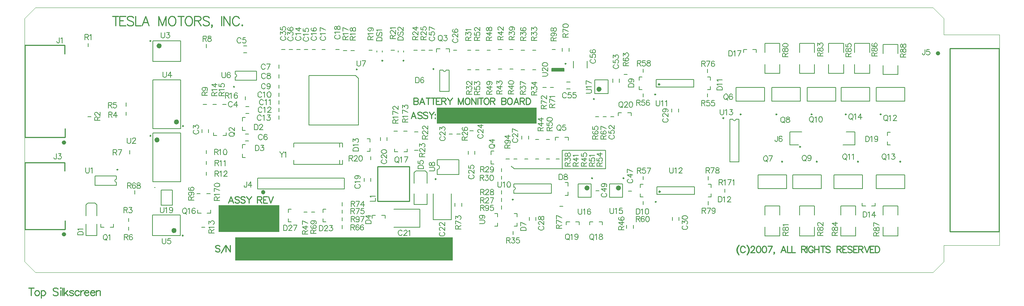
<source format=gto>
%FSLAX23Y23*%
%MOIN*%
G70*
G01*
G75*
G04 Layer_Color=65535*
%ADD10O,0.024X0.059*%
%ADD11O,0.018X0.067*%
%ADD12O,0.059X0.024*%
%ADD13R,0.071X0.051*%
%ADD14R,0.039X0.039*%
%ADD15R,0.039X0.035*%
%ADD16R,0.039X0.039*%
%ADD17R,0.080X0.050*%
%ADD18R,0.134X0.085*%
%ADD19R,0.041X0.085*%
%ADD20R,0.041X0.085*%
%ADD21R,0.106X0.071*%
%ADD22R,0.035X0.039*%
%ADD23O,0.024X0.087*%
%ADD24R,0.051X0.071*%
%ADD25R,0.047X0.047*%
%ADD26R,0.075X0.134*%
%ADD27O,0.024X0.087*%
%ADD28C,0.040*%
%ADD29R,0.016X0.049*%
%ADD30R,0.071X0.079*%
%ADD31R,0.079X0.031*%
%ADD32R,0.134X0.063*%
%ADD33R,0.026X0.041*%
%ADD34R,0.134X0.075*%
%ADD35R,0.091X0.091*%
%ADD36O,0.087X0.024*%
%ADD37O,0.087X0.024*%
%ADD38R,0.071X0.094*%
%ADD39R,0.084X0.052*%
%ADD40O,0.011X0.067*%
%ADD41O,0.067X0.011*%
%ADD42R,0.141X0.116*%
%ADD43O,0.012X0.047*%
%ADD44R,0.177X0.059*%
%ADD45C,0.008*%
%ADD46C,0.012*%
%ADD47C,0.010*%
%ADD48C,0.025*%
%ADD49C,0.020*%
%ADD50C,0.015*%
%ADD51C,0.012*%
%ADD52C,0.004*%
%ADD53C,0.004*%
%ADD54C,0.118*%
%ADD55C,0.125*%
%ADD56C,0.035*%
%ADD57C,0.118*%
%ADD58C,0.065*%
%ADD59R,0.065X0.065*%
%ADD60R,0.065X0.065*%
%ADD61C,0.039*%
%ADD62C,0.040*%
%ADD63C,0.158*%
%ADD64C,0.168*%
%ADD65C,0.056*%
%ADD66C,0.079*%
%ADD67C,0.079*%
%ADD68C,0.058*%
%ADD69C,0.060*%
%ADD70R,0.071X0.063*%
%ADD71R,0.063X0.071*%
%ADD72R,0.013X0.028*%
%ADD73R,0.018X0.040*%
%ADD74R,0.028X0.039*%
%ADD75C,0.039*%
%ADD76C,0.039*%
%ADD77C,0.010*%
%ADD78C,0.008*%
%ADD79C,0.024*%
%ADD80C,0.012*%
%ADD81C,0.020*%
%ADD82R,2.010X0.213*%
%ADD83R,0.560X0.250*%
%ADD84R,0.920X0.150*%
D45*
X4760Y835D02*
Y1005D01*
X5160D01*
Y835D02*
Y1005D01*
X4315Y835D02*
X5160D01*
X4290Y860D02*
X4315Y835D01*
X5280Y272D02*
X5330D01*
X5280D02*
Y293D01*
X5282Y301D01*
X5285Y303D01*
X5290Y305D01*
X5294D01*
X5299Y303D01*
X5301Y301D01*
X5304Y293D01*
Y272D01*
Y289D02*
X5330Y305D01*
X5280Y340D02*
X5313Y317D01*
Y352D01*
X5280Y340D02*
X5330D01*
X5287Y390D02*
X5282Y387D01*
X5280Y380D01*
Y375D01*
X5282Y368D01*
X5290Y363D01*
X5301Y361D01*
X5313D01*
X5323Y363D01*
X5328Y368D01*
X5330Y375D01*
Y378D01*
X5328Y385D01*
X5323Y390D01*
X5316Y392D01*
X5313D01*
X5306Y390D01*
X5301Y385D01*
X5299Y378D01*
Y375D01*
X5301Y368D01*
X5306Y363D01*
X5313Y361D01*
X2239Y2053D02*
X2234Y2050D01*
X2229Y2046D01*
X2227Y2041D01*
Y2031D01*
X2229Y2027D01*
X2234Y2022D01*
X2239Y2019D01*
X2246Y2017D01*
X2258D01*
X2265Y2019D01*
X2270Y2022D01*
X2275Y2027D01*
X2277Y2031D01*
Y2041D01*
X2275Y2046D01*
X2270Y2050D01*
X2265Y2053D01*
X2227Y2072D02*
Y2098D01*
X2246Y2083D01*
Y2091D01*
X2248Y2095D01*
X2251Y2098D01*
X2258Y2100D01*
X2263D01*
X2270Y2098D01*
X2275Y2093D01*
X2277Y2086D01*
Y2079D01*
X2275Y2072D01*
X2272Y2069D01*
X2267Y2067D01*
X2234Y2140D02*
X2229Y2137D01*
X2227Y2130D01*
Y2126D01*
X2229Y2118D01*
X2237Y2114D01*
X2248Y2111D01*
X2260D01*
X2270Y2114D01*
X2275Y2118D01*
X2277Y2126D01*
Y2128D01*
X2275Y2135D01*
X2270Y2140D01*
X2263Y2142D01*
X2260D01*
X2253Y2140D01*
X2248Y2135D01*
X2246Y2128D01*
Y2126D01*
X2248Y2118D01*
X2253Y2114D01*
X2260Y2111D01*
X2171Y2056D02*
X2166Y2053D01*
X2161Y2049D01*
X2159Y2044D01*
Y2034D01*
X2161Y2030D01*
X2166Y2025D01*
X2171Y2022D01*
X2178Y2020D01*
X2190D01*
X2197Y2022D01*
X2202Y2025D01*
X2207Y2030D01*
X2209Y2034D01*
Y2044D01*
X2207Y2049D01*
X2202Y2053D01*
X2197Y2056D01*
X2159Y2075D02*
Y2101D01*
X2178Y2086D01*
Y2094D01*
X2180Y2098D01*
X2183Y2101D01*
X2190Y2103D01*
X2195D01*
X2202Y2101D01*
X2207Y2096D01*
X2209Y2089D01*
Y2082D01*
X2207Y2075D01*
X2204Y2072D01*
X2199Y2070D01*
X2159Y2143D02*
Y2119D01*
X2180Y2117D01*
X2178Y2119D01*
X2176Y2126D01*
Y2133D01*
X2178Y2140D01*
X2183Y2145D01*
X2190Y2148D01*
X2195D01*
X2202Y2145D01*
X2207Y2140D01*
X2209Y2133D01*
Y2126D01*
X2207Y2119D01*
X2204Y2117D01*
X2199Y2114D01*
X4005Y500D02*
Y450D01*
Y500D02*
X4026D01*
X4034Y498D01*
X4036Y495D01*
X4038Y490D01*
Y486D01*
X4036Y481D01*
X4034Y479D01*
X4026Y476D01*
X4005D01*
X4022D02*
X4038Y450D01*
X4080Y483D02*
X4078Y476D01*
X4073Y471D01*
X4066Y469D01*
X4064D01*
X4057Y471D01*
X4052Y476D01*
X4050Y483D01*
Y486D01*
X4052Y493D01*
X4057Y498D01*
X4064Y500D01*
X4066D01*
X4073Y498D01*
X4078Y493D01*
X4080Y483D01*
Y471D01*
X4078Y460D01*
X4073Y452D01*
X4066Y450D01*
X4061D01*
X4054Y452D01*
X4052Y457D01*
X4123Y500D02*
X4099D01*
X4096Y479D01*
X4099Y481D01*
X4106Y483D01*
X4113D01*
X4120Y481D01*
X4125Y476D01*
X4127Y469D01*
Y464D01*
X4125Y457D01*
X4120Y452D01*
X4113Y450D01*
X4106D01*
X4099Y452D01*
X4096Y455D01*
X4094Y460D01*
X4230Y1025D02*
X4280D01*
X4230D02*
Y1046D01*
X4232Y1054D01*
X4235Y1056D01*
X4240Y1058D01*
X4244D01*
X4249Y1056D01*
X4251Y1054D01*
X4254Y1046D01*
Y1025D01*
Y1042D02*
X4280Y1058D01*
X4247Y1100D02*
X4254Y1098D01*
X4259Y1093D01*
X4261Y1086D01*
Y1084D01*
X4259Y1077D01*
X4254Y1072D01*
X4247Y1070D01*
X4244D01*
X4237Y1072D01*
X4232Y1077D01*
X4230Y1084D01*
Y1086D01*
X4232Y1093D01*
X4237Y1098D01*
X4247Y1100D01*
X4259D01*
X4270Y1098D01*
X4278Y1093D01*
X4280Y1086D01*
Y1081D01*
X4278Y1074D01*
X4273Y1072D01*
X4230Y1138D02*
X4263Y1114D01*
Y1150D01*
X4230Y1138D02*
X4280D01*
X7558Y1137D02*
Y1087D01*
Y1137D02*
X7575D01*
X7582Y1135D01*
X7587Y1130D01*
X7589Y1125D01*
X7591Y1118D01*
Y1106D01*
X7589Y1099D01*
X7587Y1094D01*
X7582Y1089D01*
X7575Y1087D01*
X7558D01*
X7603Y1127D02*
X7607Y1130D01*
X7614Y1137D01*
Y1087D01*
X7670Y1120D02*
X7668Y1113D01*
X7663Y1108D01*
X7656Y1106D01*
X7653D01*
X7646Y1108D01*
X7642Y1113D01*
X7639Y1120D01*
Y1123D01*
X7642Y1130D01*
X7646Y1135D01*
X7653Y1137D01*
X7656D01*
X7663Y1135D01*
X7668Y1130D01*
X7670Y1120D01*
Y1108D01*
X7668Y1097D01*
X7663Y1089D01*
X7656Y1087D01*
X7651D01*
X7644Y1089D01*
X7642Y1094D01*
X6295Y1925D02*
Y1875D01*
Y1925D02*
X6312D01*
X6319Y1923D01*
X6324Y1918D01*
X6326Y1913D01*
X6328Y1906D01*
Y1894D01*
X6326Y1887D01*
X6324Y1882D01*
X6319Y1877D01*
X6312Y1875D01*
X6295D01*
X6340Y1915D02*
X6344Y1918D01*
X6351Y1925D01*
Y1875D01*
X6409Y1925D02*
X6386Y1875D01*
X6376Y1925D02*
X6409D01*
X7535Y440D02*
Y390D01*
Y440D02*
X7552D01*
X7559Y438D01*
X7564Y433D01*
X7566Y428D01*
X7568Y421D01*
Y409D01*
X7566Y402D01*
X7564Y397D01*
X7559Y392D01*
X7552Y390D01*
X7535D01*
X7580Y430D02*
X7584Y433D01*
X7591Y440D01*
Y390D01*
X7640Y440D02*
X7616Y407D01*
X7652D01*
X7640Y440D02*
Y390D01*
X2830Y1000D02*
X2880D01*
X2830D02*
Y1017D01*
X2832Y1024D01*
X2837Y1029D01*
X2842Y1031D01*
X2849Y1033D01*
X2861D01*
X2868Y1031D01*
X2873Y1029D01*
X2878Y1024D01*
X2880Y1017D01*
Y1000D01*
X2840Y1045D02*
X2837Y1049D01*
X2830Y1056D01*
X2880D01*
X2830Y1086D02*
Y1112D01*
X2849Y1098D01*
Y1105D01*
X2851Y1110D01*
X2854Y1112D01*
X2861Y1114D01*
X2866D01*
X2873Y1112D01*
X2878Y1107D01*
X2880Y1100D01*
Y1093D01*
X2878Y1086D01*
X2875Y1084D01*
X2870Y1081D01*
X3102Y920D02*
X3097Y917D01*
X3092Y913D01*
X3090Y908D01*
Y898D01*
X3092Y894D01*
X3097Y889D01*
X3102Y886D01*
X3109Y884D01*
X3121D01*
X3128Y886D01*
X3133Y889D01*
X3138Y894D01*
X3140Y898D01*
Y908D01*
X3138Y913D01*
X3133Y917D01*
X3128Y920D01*
X3102Y936D02*
X3100D01*
X3095Y939D01*
X3092Y941D01*
X3090Y946D01*
Y955D01*
X3092Y960D01*
X3095Y962D01*
X3100Y965D01*
X3104D01*
X3109Y962D01*
X3116Y958D01*
X3140Y934D01*
Y967D01*
X3090Y993D02*
X3092Y985D01*
X3100Y981D01*
X3111Y978D01*
X3119D01*
X3130Y981D01*
X3138Y985D01*
X3140Y993D01*
Y997D01*
X3138Y1004D01*
X3130Y1009D01*
X3119Y1012D01*
X3111D01*
X3100Y1009D01*
X3092Y1004D01*
X3090Y997D01*
Y993D01*
X3286Y1265D02*
X3336D01*
X3286D02*
Y1286D01*
X3288Y1294D01*
X3291Y1296D01*
X3296Y1298D01*
X3300D01*
X3305Y1296D01*
X3307Y1294D01*
X3310Y1286D01*
Y1265D01*
Y1282D02*
X3336Y1298D01*
X3296Y1310D02*
X3293Y1314D01*
X3286Y1321D01*
X3336D01*
X3286Y1379D02*
X3336Y1356D01*
X3286Y1346D02*
Y1379D01*
Y1395D02*
Y1422D01*
X3305Y1407D01*
Y1414D01*
X3307Y1419D01*
X3310Y1422D01*
X3317Y1424D01*
X3322D01*
X3329Y1422D01*
X3334Y1417D01*
X3336Y1410D01*
Y1403D01*
X3334Y1395D01*
X3331Y1393D01*
X3326Y1391D01*
X3197Y1256D02*
X3247D01*
X3197D02*
Y1277D01*
X3199Y1285D01*
X3202Y1287D01*
X3207Y1289D01*
X3211D01*
X3216Y1287D01*
X3218Y1285D01*
X3221Y1277D01*
Y1256D01*
Y1273D02*
X3247Y1289D01*
X3207Y1301D02*
X3204Y1305D01*
X3197Y1312D01*
X3247D01*
X3197Y1370D02*
X3247Y1347D01*
X3197Y1337D02*
Y1370D01*
X3209Y1384D02*
X3207D01*
X3202Y1386D01*
X3199Y1389D01*
X3197Y1394D01*
Y1403D01*
X3199Y1408D01*
X3202Y1410D01*
X3207Y1413D01*
X3211D01*
X3216Y1410D01*
X3223Y1405D01*
X3247Y1382D01*
Y1415D01*
X6205Y735D02*
Y685D01*
Y735D02*
X6226D01*
X6234Y733D01*
X6236Y730D01*
X6238Y725D01*
Y721D01*
X6236Y716D01*
X6234Y714D01*
X6226Y711D01*
X6205D01*
X6222D02*
X6238Y685D01*
X6250Y725D02*
X6254Y728D01*
X6261Y735D01*
Y685D01*
X6319Y735D02*
X6296Y685D01*
X6286Y735D02*
X6319D01*
X6331Y725D02*
X6335Y728D01*
X6343Y735D01*
Y685D01*
X1550Y544D02*
X1600D01*
X1550D02*
Y565D01*
X1552Y573D01*
X1555Y575D01*
X1560Y577D01*
X1564D01*
X1569Y575D01*
X1571Y573D01*
X1574Y565D01*
Y544D01*
Y561D02*
X1600Y577D01*
X1560Y589D02*
X1557Y593D01*
X1550Y600D01*
X1600D01*
X1550Y658D02*
X1600Y635D01*
X1550Y625D02*
Y658D01*
Y684D02*
X1552Y677D01*
X1560Y672D01*
X1571Y670D01*
X1579D01*
X1590Y672D01*
X1598Y677D01*
X1600Y684D01*
Y689D01*
X1598Y696D01*
X1590Y701D01*
X1579Y703D01*
X1571D01*
X1560Y701D01*
X1552Y696D01*
X1550Y689D01*
Y684D01*
X3229Y945D02*
X3225Y943D01*
X3220Y938D01*
X3217Y933D01*
X3215Y926D01*
Y914D01*
X3217Y907D01*
X3220Y902D01*
X3225Y897D01*
X3229Y895D01*
X3239D01*
X3244Y897D01*
X3248Y902D01*
X3251Y907D01*
X3253Y914D01*
Y926D01*
X3251Y933D01*
X3248Y938D01*
X3244Y943D01*
X3239Y945D01*
X3229D01*
X3236Y905D02*
X3251Y890D01*
X3265Y935D02*
X3270Y938D01*
X3277Y945D01*
Y895D01*
X3335Y945D02*
X3311Y895D01*
X3301Y945D02*
X3335D01*
X1271Y472D02*
X1267Y470D01*
X1262Y465D01*
X1259Y460D01*
X1257Y453D01*
Y441D01*
X1259Y434D01*
X1262Y429D01*
X1267Y424D01*
X1271Y422D01*
X1281D01*
X1286Y424D01*
X1290Y429D01*
X1293Y434D01*
X1295Y441D01*
Y453D01*
X1293Y460D01*
X1290Y465D01*
X1286Y470D01*
X1281Y472D01*
X1271D01*
X1278Y432D02*
X1293Y417D01*
X1307Y462D02*
X1312Y465D01*
X1319Y472D01*
Y422D01*
X1372Y465D02*
X1370Y470D01*
X1362Y472D01*
X1358D01*
X1351Y470D01*
X1346Y462D01*
X1343Y451D01*
Y439D01*
X1346Y429D01*
X1351Y424D01*
X1358Y422D01*
X1360D01*
X1367Y424D01*
X1372Y429D01*
X1374Y436D01*
Y439D01*
X1372Y446D01*
X1367Y451D01*
X1360Y453D01*
X1358D01*
X1351Y451D01*
X1346Y446D01*
X1343Y439D01*
X617Y1012D02*
Y962D01*
Y1012D02*
X638D01*
X646Y1010D01*
X648Y1007D01*
X650Y1002D01*
Y998D01*
X648Y993D01*
X646Y991D01*
X638Y988D01*
X617D01*
X634D02*
X650Y962D01*
X695Y1012D02*
X671Y962D01*
X662Y1012D02*
X695D01*
X574Y1360D02*
Y1310D01*
Y1360D02*
X595D01*
X603Y1358D01*
X605Y1355D01*
X607Y1350D01*
Y1346D01*
X605Y1341D01*
X603Y1339D01*
X595Y1336D01*
X574D01*
X591D02*
X607Y1310D01*
X642Y1360D02*
X619Y1327D01*
X654D01*
X642Y1360D02*
Y1310D01*
X3641Y1132D02*
X3636Y1129D01*
X3631Y1125D01*
X3629Y1120D01*
Y1110D01*
X3631Y1106D01*
X3636Y1101D01*
X3641Y1098D01*
X3648Y1096D01*
X3660D01*
X3667Y1098D01*
X3672Y1101D01*
X3677Y1106D01*
X3679Y1110D01*
Y1120D01*
X3677Y1125D01*
X3672Y1129D01*
X3667Y1132D01*
X3641Y1148D02*
X3639D01*
X3634Y1151D01*
X3631Y1153D01*
X3629Y1158D01*
Y1167D01*
X3631Y1172D01*
X3634Y1174D01*
X3639Y1177D01*
X3643D01*
X3648Y1174D01*
X3655Y1170D01*
X3679Y1146D01*
Y1179D01*
X3629Y1195D02*
Y1221D01*
X3648Y1207D01*
Y1214D01*
X3650Y1219D01*
X3653Y1221D01*
X3660Y1224D01*
X3665D01*
X3672Y1221D01*
X3677Y1216D01*
X3679Y1209D01*
Y1202D01*
X3677Y1195D01*
X3674Y1193D01*
X3669Y1190D01*
X714Y479D02*
Y429D01*
Y479D02*
X735D01*
X743Y477D01*
X745Y474D01*
X747Y469D01*
Y465D01*
X745Y460D01*
X743Y458D01*
X735Y455D01*
X714D01*
X731D02*
X747Y429D01*
X763Y479D02*
X789D01*
X775Y460D01*
X782D01*
X787Y458D01*
X789Y455D01*
X792Y448D01*
Y443D01*
X789Y436D01*
X785Y431D01*
X778Y429D01*
X770D01*
X763Y431D01*
X761Y434D01*
X759Y439D01*
X3046Y2017D02*
X3096D01*
X3046D02*
Y2033D01*
X3049Y2041D01*
X3054Y2045D01*
X3058Y2048D01*
X3065Y2050D01*
X3077D01*
X3084Y2048D01*
X3089Y2045D01*
X3094Y2041D01*
X3096Y2033D01*
Y2017D01*
X3054Y2095D02*
X3049Y2090D01*
X3046Y2083D01*
Y2073D01*
X3049Y2066D01*
X3054Y2061D01*
X3058D01*
X3063Y2064D01*
X3065Y2066D01*
X3068Y2071D01*
X3073Y2085D01*
X3075Y2090D01*
X3077Y2092D01*
X3082Y2095D01*
X3089D01*
X3094Y2090D01*
X3096Y2083D01*
Y2073D01*
X3094Y2066D01*
X3089Y2061D01*
X3056Y2106D02*
X3054Y2111D01*
X3046Y2118D01*
X3096D01*
X745Y1121D02*
Y1085D01*
X747Y1078D01*
X752Y1073D01*
X759Y1071D01*
X764D01*
X771Y1073D01*
X776Y1078D01*
X778Y1085D01*
Y1121D01*
X795Y1109D02*
Y1111D01*
X797Y1116D01*
X799Y1119D01*
X804Y1121D01*
X814D01*
X818Y1119D01*
X821Y1116D01*
X823Y1111D01*
Y1107D01*
X821Y1102D01*
X816Y1095D01*
X792Y1071D01*
X825D01*
X1075Y1730D02*
Y1694D01*
X1077Y1687D01*
X1082Y1682D01*
X1089Y1680D01*
X1094D01*
X1101Y1682D01*
X1106Y1687D01*
X1108Y1694D01*
Y1730D01*
X1146D02*
X1122Y1697D01*
X1158D01*
X1146Y1730D02*
Y1680D01*
X3241Y2022D02*
X3291D01*
X3241D02*
Y2038D01*
X3244Y2046D01*
X3249Y2050D01*
X3253Y2053D01*
X3260Y2055D01*
X3272D01*
X3279Y2053D01*
X3284Y2050D01*
X3289Y2046D01*
X3291Y2038D01*
Y2022D01*
X3249Y2100D02*
X3244Y2095D01*
X3241Y2088D01*
Y2078D01*
X3244Y2071D01*
X3249Y2066D01*
X3253D01*
X3258Y2069D01*
X3260Y2071D01*
X3263Y2076D01*
X3268Y2090D01*
X3270Y2095D01*
X3272Y2097D01*
X3277Y2100D01*
X3284D01*
X3289Y2095D01*
X3291Y2088D01*
Y2078D01*
X3289Y2071D01*
X3284Y2066D01*
X3253Y2113D02*
X3251D01*
X3246Y2116D01*
X3244Y2118D01*
X3241Y2123D01*
Y2132D01*
X3244Y2137D01*
X3246Y2139D01*
X3251Y2142D01*
X3256D01*
X3260Y2139D01*
X3268Y2135D01*
X3291Y2111D01*
Y2144D01*
X1929Y1053D02*
Y1003D01*
Y1053D02*
X1946D01*
X1953Y1051D01*
X1958Y1046D01*
X1960Y1041D01*
X1962Y1034D01*
Y1022D01*
X1960Y1015D01*
X1958Y1010D01*
X1953Y1005D01*
X1946Y1003D01*
X1929D01*
X1978Y1053D02*
X2004D01*
X1990Y1034D01*
X1997D01*
X2002Y1032D01*
X2004Y1029D01*
X2007Y1022D01*
Y1017D01*
X2004Y1010D01*
X2000Y1005D01*
X1993Y1003D01*
X1985D01*
X1978Y1005D01*
X1976Y1008D01*
X1974Y1013D01*
X1920Y1245D02*
Y1195D01*
Y1245D02*
X1937D01*
X1944Y1243D01*
X1949Y1238D01*
X1951Y1233D01*
X1953Y1226D01*
Y1214D01*
X1951Y1207D01*
X1949Y1202D01*
X1944Y1197D01*
X1937Y1195D01*
X1920D01*
X1967Y1233D02*
Y1235D01*
X1969Y1240D01*
X1972Y1243D01*
X1976Y1245D01*
X1986D01*
X1991Y1243D01*
X1993Y1240D01*
X1995Y1235D01*
Y1231D01*
X1993Y1226D01*
X1988Y1219D01*
X1965Y1195D01*
X1998D01*
X2944Y331D02*
X2994D01*
X2944D02*
Y348D01*
X2946Y355D01*
X2951Y360D01*
X2956Y362D01*
X2963Y364D01*
X2975D01*
X2982Y362D01*
X2987Y360D01*
X2992Y355D01*
X2994Y348D01*
Y331D01*
X2944Y399D02*
X2977Y376D01*
Y411D01*
X2944Y399D02*
X2994D01*
X2153Y992D02*
X2172Y969D01*
Y942D01*
X2191Y992D02*
X2172Y969D01*
X2198Y983D02*
X2203Y985D01*
X2210Y992D01*
Y942D01*
X3995Y330D02*
X4031D01*
X4038Y332D01*
X4043Y337D01*
X4045Y344D01*
Y349D01*
X4043Y356D01*
X4038Y361D01*
X4031Y363D01*
X3995D01*
X4012Y408D02*
X4019Y406D01*
X4024Y401D01*
X4026Y394D01*
Y391D01*
X4024Y384D01*
X4019Y380D01*
X4012Y377D01*
X4009D01*
X4002Y380D01*
X3997Y384D01*
X3995Y391D01*
Y394D01*
X3997Y401D01*
X4002Y406D01*
X4012Y408D01*
X4024D01*
X4035Y406D01*
X4043Y401D01*
X4045Y394D01*
Y389D01*
X4043Y382D01*
X4038Y380D01*
X1069Y194D02*
Y158D01*
X1071Y151D01*
X1076Y146D01*
X1083Y144D01*
X1088D01*
X1095Y146D01*
X1100Y151D01*
X1102Y158D01*
Y194D01*
X1145D02*
X1121D01*
X1119Y173D01*
X1121Y175D01*
X1128Y177D01*
X1135D01*
X1142Y175D01*
X1147Y170D01*
X1149Y163D01*
Y158D01*
X1147Y151D01*
X1142Y146D01*
X1135Y144D01*
X1128D01*
X1121Y146D01*
X1119Y149D01*
X1116Y154D01*
X5625Y1465D02*
Y1429D01*
X5627Y1422D01*
X5632Y1417D01*
X5639Y1415D01*
X5644D01*
X5651Y1417D01*
X5656Y1422D01*
X5658Y1429D01*
Y1465D01*
X5672Y1455D02*
X5677Y1458D01*
X5684Y1465D01*
Y1415D01*
X5709Y1455D02*
X5714Y1458D01*
X5721Y1465D01*
Y1415D01*
X5750Y846D02*
Y810D01*
X5752Y803D01*
X5757Y798D01*
X5764Y796D01*
X5769D01*
X5776Y798D01*
X5781Y803D01*
X5783Y810D01*
Y846D01*
X5797Y836D02*
X5802Y839D01*
X5809Y846D01*
Y796D01*
X5836Y834D02*
Y836D01*
X5839Y841D01*
X5841Y844D01*
X5846Y846D01*
X5855D01*
X5860Y844D01*
X5862Y841D01*
X5865Y836D01*
Y832D01*
X5862Y827D01*
X5858Y820D01*
X5834Y796D01*
X5867D01*
X1620Y1725D02*
Y1689D01*
X1622Y1682D01*
X1627Y1677D01*
X1634Y1675D01*
X1639D01*
X1646Y1677D01*
X1651Y1682D01*
X1653Y1689D01*
Y1725D01*
X1696Y1718D02*
X1693Y1723D01*
X1686Y1725D01*
X1681D01*
X1674Y1723D01*
X1670Y1715D01*
X1667Y1704D01*
Y1692D01*
X1670Y1682D01*
X1674Y1677D01*
X1681Y1675D01*
X1684D01*
X1691Y1677D01*
X1696Y1682D01*
X1698Y1689D01*
Y1692D01*
X1696Y1699D01*
X1691Y1704D01*
X1684Y1706D01*
X1681D01*
X1674Y1704D01*
X1670Y1699D01*
X1667Y1692D01*
X3533Y816D02*
X3569D01*
X3576Y818D01*
X3581Y823D01*
X3583Y830D01*
Y835D01*
X3581Y842D01*
X3576Y847D01*
X3569Y849D01*
X3533D01*
Y875D02*
X3535Y868D01*
X3540Y866D01*
X3545D01*
X3550Y868D01*
X3552Y873D01*
X3554Y882D01*
X3557Y889D01*
X3562Y894D01*
X3566Y896D01*
X3573D01*
X3578Y894D01*
X3581Y892D01*
X3583Y885D01*
Y875D01*
X3581Y868D01*
X3578Y866D01*
X3573Y863D01*
X3566D01*
X3562Y866D01*
X3557Y870D01*
X3554Y877D01*
X3552Y887D01*
X3550Y892D01*
X3545Y894D01*
X3540D01*
X3535Y892D01*
X3533Y885D01*
Y875D01*
X4165Y715D02*
Y679D01*
X4167Y672D01*
X4172Y667D01*
X4179Y665D01*
X4184D01*
X4191Y667D01*
X4196Y672D01*
X4198Y679D01*
Y715D01*
X4212Y705D02*
X4217Y708D01*
X4224Y715D01*
Y665D01*
X4263Y715D02*
X4256Y713D01*
X4251Y705D01*
X4249Y694D01*
Y686D01*
X4251Y675D01*
X4256Y667D01*
X4263Y665D01*
X4268D01*
X4275Y667D01*
X4280Y675D01*
X4282Y686D01*
Y694D01*
X4280Y705D01*
X4275Y713D01*
X4268Y715D01*
X4263D01*
X2865Y1833D02*
Y1797D01*
X2867Y1790D01*
X2872Y1785D01*
X2879Y1783D01*
X2884D01*
X2891Y1785D01*
X2896Y1790D01*
X2898Y1797D01*
Y1833D01*
X2945D02*
X2922Y1783D01*
X2912Y1833D02*
X2945D01*
X6216Y1383D02*
Y1347D01*
X6218Y1340D01*
X6223Y1335D01*
X6230Y1333D01*
X6235D01*
X6242Y1335D01*
X6246Y1340D01*
X6249Y1347D01*
Y1383D01*
X6263Y1373D02*
X6267Y1376D01*
X6275Y1383D01*
Y1333D01*
X6304Y1383D02*
X6330D01*
X6316Y1364D01*
X6323D01*
X6328Y1361D01*
X6330Y1359D01*
X6333Y1352D01*
Y1347D01*
X6330Y1340D01*
X6326Y1335D01*
X6318Y1333D01*
X6311D01*
X6304Y1335D01*
X6302Y1337D01*
X6299Y1342D01*
X1058Y2094D02*
Y2058D01*
X1060Y2051D01*
X1065Y2046D01*
X1072Y2044D01*
X1077D01*
X1084Y2046D01*
X1089Y2051D01*
X1091Y2058D01*
Y2094D01*
X1110D02*
X1136D01*
X1122Y2074D01*
X1129D01*
X1134Y2072D01*
X1136Y2070D01*
X1139Y2063D01*
Y2058D01*
X1136Y2051D01*
X1131Y2046D01*
X1124Y2044D01*
X1117D01*
X1110Y2046D01*
X1108Y2048D01*
X1105Y2053D01*
X362Y846D02*
Y810D01*
X364Y803D01*
X369Y798D01*
X376Y796D01*
X381D01*
X388Y798D01*
X393Y803D01*
X395Y810D01*
Y846D01*
X409Y836D02*
X414Y839D01*
X421Y846D01*
Y796D01*
X720Y230D02*
Y180D01*
Y230D02*
X741D01*
X749Y228D01*
X751Y225D01*
X753Y220D01*
Y216D01*
X751Y211D01*
X749Y209D01*
X741Y206D01*
X720D01*
X737D02*
X753Y180D01*
X793Y223D02*
X791Y228D01*
X784Y230D01*
X779D01*
X772Y228D01*
X767Y220D01*
X765Y209D01*
Y197D01*
X767Y187D01*
X772Y182D01*
X779Y180D01*
X781D01*
X788Y182D01*
X793Y187D01*
X795Y194D01*
Y197D01*
X793Y204D01*
X788Y209D01*
X781Y211D01*
X779D01*
X772Y209D01*
X767Y204D01*
X765Y197D01*
X4005Y645D02*
Y595D01*
Y645D02*
X4026D01*
X4034Y643D01*
X4036Y640D01*
X4038Y635D01*
Y631D01*
X4036Y626D01*
X4034Y624D01*
X4026Y621D01*
X4005D01*
X4022D02*
X4038Y595D01*
X4052Y633D02*
Y635D01*
X4054Y640D01*
X4057Y643D01*
X4061Y645D01*
X4071D01*
X4076Y643D01*
X4078Y640D01*
X4080Y635D01*
Y631D01*
X4078Y626D01*
X4073Y619D01*
X4050Y595D01*
X4083D01*
X4106Y645D02*
X4099Y643D01*
X4096Y638D01*
Y633D01*
X4099Y628D01*
X4104Y626D01*
X4113Y624D01*
X4120Y621D01*
X4125Y616D01*
X4127Y612D01*
Y605D01*
X4125Y600D01*
X4123Y597D01*
X4115Y595D01*
X4106D01*
X4099Y597D01*
X4096Y600D01*
X4094Y605D01*
Y612D01*
X4096Y616D01*
X4101Y621D01*
X4108Y624D01*
X4118Y626D01*
X4123Y628D01*
X4125Y633D01*
Y638D01*
X4123Y643D01*
X4115Y645D01*
X4106D01*
X6044Y1466D02*
Y1416D01*
Y1466D02*
X6065D01*
X6073Y1464D01*
X6075Y1461D01*
X6077Y1456D01*
Y1452D01*
X6075Y1447D01*
X6073Y1445D01*
X6065Y1442D01*
X6044D01*
X6061D02*
X6077Y1416D01*
X6117Y1466D02*
X6093D01*
X6091Y1445D01*
X6093Y1447D01*
X6100Y1449D01*
X6108D01*
X6115Y1447D01*
X6119Y1442D01*
X6122Y1435D01*
Y1430D01*
X6119Y1423D01*
X6115Y1418D01*
X6108Y1416D01*
X6100D01*
X6093Y1418D01*
X6091Y1421D01*
X6089Y1426D01*
X6162Y1466D02*
X6138D01*
X6135Y1445D01*
X6138Y1447D01*
X6145Y1449D01*
X6152D01*
X6159Y1447D01*
X6164Y1442D01*
X6166Y1435D01*
Y1430D01*
X6164Y1423D01*
X6159Y1418D01*
X6152Y1416D01*
X6145D01*
X6138Y1418D01*
X6135Y1421D01*
X6133Y1426D01*
X4005Y570D02*
Y520D01*
Y570D02*
X4026D01*
X4034Y568D01*
X4036Y565D01*
X4038Y560D01*
Y556D01*
X4036Y551D01*
X4034Y549D01*
X4026Y546D01*
X4005D01*
X4022D02*
X4038Y520D01*
X4052Y558D02*
Y560D01*
X4054Y565D01*
X4057Y568D01*
X4061Y570D01*
X4071D01*
X4076Y568D01*
X4078Y565D01*
X4080Y560D01*
Y556D01*
X4078Y551D01*
X4073Y544D01*
X4050Y520D01*
X4083D01*
X4127Y570D02*
X4104Y520D01*
X4094Y570D02*
X4127D01*
X4245Y200D02*
Y150D01*
Y200D02*
X4266D01*
X4274Y198D01*
X4276Y195D01*
X4278Y190D01*
Y186D01*
X4276Y181D01*
X4274Y179D01*
X4266Y176D01*
X4245D01*
X4262D02*
X4278Y150D01*
X4294Y200D02*
X4320D01*
X4306Y181D01*
X4313D01*
X4318Y179D01*
X4320Y176D01*
X4323Y169D01*
Y164D01*
X4320Y157D01*
X4316Y152D01*
X4309Y150D01*
X4301D01*
X4294Y152D01*
X4292Y155D01*
X4290Y160D01*
X4363Y200D02*
X4339D01*
X4336Y179D01*
X4339Y181D01*
X4346Y183D01*
X4353D01*
X4360Y181D01*
X4365Y176D01*
X4367Y169D01*
Y164D01*
X4365Y157D01*
X4360Y152D01*
X4353Y150D01*
X4346D01*
X4339Y152D01*
X4336Y155D01*
X4334Y160D01*
X4705Y285D02*
X4755D01*
X4705D02*
Y306D01*
X4707Y314D01*
X4710Y316D01*
X4715Y318D01*
X4719D01*
X4724Y316D01*
X4726Y314D01*
X4729Y306D01*
Y285D01*
Y302D02*
X4755Y318D01*
X4705Y363D02*
X4755Y339D01*
X4705Y330D02*
Y363D01*
Y407D02*
X4755Y384D01*
X4705Y374D02*
Y407D01*
X6050Y474D02*
Y424D01*
Y474D02*
X6071D01*
X6079Y472D01*
X6081Y469D01*
X6083Y464D01*
Y460D01*
X6081Y455D01*
X6079Y453D01*
X6071Y450D01*
X6050D01*
X6067D02*
X6083Y424D01*
X6128Y474D02*
X6104Y424D01*
X6095Y474D02*
X6128D01*
X6170Y457D02*
X6168Y450D01*
X6163Y445D01*
X6156Y443D01*
X6153D01*
X6146Y445D01*
X6141Y450D01*
X6139Y457D01*
Y460D01*
X6141Y467D01*
X6146Y472D01*
X6153Y474D01*
X6156D01*
X6163Y472D01*
X6168Y467D01*
X6170Y457D01*
Y445D01*
X6168Y434D01*
X6163Y426D01*
X6156Y424D01*
X6151D01*
X6144Y426D01*
X6141Y431D01*
X4765Y2050D02*
X4815D01*
X4765D02*
Y2071D01*
X4767Y2079D01*
X4770Y2081D01*
X4775Y2083D01*
X4779D01*
X4784Y2081D01*
X4786Y2079D01*
X4789Y2071D01*
Y2050D01*
Y2067D02*
X4815Y2083D01*
X4765Y2128D02*
X4815Y2104D01*
X4765Y2095D02*
Y2128D01*
Y2153D02*
X4767Y2146D01*
X4775Y2141D01*
X4786Y2139D01*
X4794D01*
X4805Y2141D01*
X4813Y2146D01*
X4815Y2153D01*
Y2158D01*
X4813Y2165D01*
X4805Y2170D01*
X4794Y2172D01*
X4786D01*
X4775Y2170D01*
X4767Y2165D01*
X4765Y2158D01*
Y2153D01*
X4642Y1401D02*
X4692D01*
X4642D02*
Y1422D01*
X4644Y1429D01*
X4646Y1432D01*
X4651Y1434D01*
X4656D01*
X4661Y1432D01*
X4663Y1429D01*
X4665Y1422D01*
Y1401D01*
Y1417D02*
X4692Y1434D01*
X4642Y1479D02*
X4692Y1455D01*
X4642Y1445D02*
Y1479D01*
X4651Y1490D02*
X4649Y1495D01*
X4642Y1502D01*
X4692D01*
X2810Y470D02*
Y420D01*
Y470D02*
X2831D01*
X2839Y468D01*
X2841Y465D01*
X2843Y460D01*
Y456D01*
X2841Y451D01*
X2839Y449D01*
X2831Y446D01*
X2810D01*
X2827D02*
X2843Y420D01*
X2888Y470D02*
X2864Y420D01*
X2855Y470D02*
X2888D01*
X2928D02*
X2904D01*
X2901Y449D01*
X2904Y451D01*
X2911Y453D01*
X2918D01*
X2925Y451D01*
X2930Y446D01*
X2932Y439D01*
Y434D01*
X2930Y427D01*
X2925Y422D01*
X2918Y420D01*
X2911D01*
X2904Y422D01*
X2901Y425D01*
X2899Y430D01*
X2811Y536D02*
Y486D01*
Y536D02*
X2832D01*
X2840Y534D01*
X2842Y531D01*
X2844Y526D01*
Y522D01*
X2842Y517D01*
X2840Y515D01*
X2832Y512D01*
X2811D01*
X2828D02*
X2844Y486D01*
X2889Y536D02*
X2865Y486D01*
X2856Y536D02*
X2889D01*
X2924D02*
X2900Y503D01*
X2936D01*
X2924Y536D02*
Y486D01*
X6045Y1830D02*
Y1780D01*
Y1830D02*
X6066D01*
X6074Y1828D01*
X6076Y1825D01*
X6078Y1820D01*
Y1816D01*
X6076Y1811D01*
X6074Y1809D01*
X6066Y1806D01*
X6045D01*
X6062D02*
X6078Y1780D01*
X6123Y1830D02*
X6099Y1780D01*
X6090Y1830D02*
X6123D01*
X6163Y1823D02*
X6160Y1828D01*
X6153Y1830D01*
X6148D01*
X6141Y1828D01*
X6136Y1820D01*
X6134Y1809D01*
Y1797D01*
X6136Y1787D01*
X6141Y1782D01*
X6148Y1780D01*
X6151D01*
X6158Y1782D01*
X6163Y1787D01*
X6165Y1794D01*
Y1797D01*
X6163Y1804D01*
X6158Y1809D01*
X6151Y1811D01*
X6148D01*
X6141Y1809D01*
X6136Y1804D01*
X6134Y1797D01*
X6085Y845D02*
Y795D01*
Y845D02*
X6106D01*
X6114Y843D01*
X6116Y840D01*
X6118Y835D01*
Y831D01*
X6116Y826D01*
X6114Y824D01*
X6106Y821D01*
X6085D01*
X6102D02*
X6118Y795D01*
X6163Y845D02*
X6139Y795D01*
X6130Y845D02*
X6163D01*
X6186D02*
X6179Y843D01*
X6176Y838D01*
Y833D01*
X6179Y828D01*
X6184Y826D01*
X6193Y824D01*
X6200Y821D01*
X6205Y816D01*
X6207Y812D01*
Y805D01*
X6205Y800D01*
X6203Y797D01*
X6195Y795D01*
X6186D01*
X6179Y797D01*
X6176Y800D01*
X6174Y805D01*
Y812D01*
X6176Y816D01*
X6181Y821D01*
X6188Y824D01*
X6198Y826D01*
X6203Y828D01*
X6205Y833D01*
Y838D01*
X6203Y843D01*
X6195Y845D01*
X6186D01*
X2440Y240D02*
X2490D01*
X2440D02*
Y261D01*
X2442Y269D01*
X2445Y271D01*
X2450Y273D01*
X2454D01*
X2459Y271D01*
X2461Y269D01*
X2464Y261D01*
Y240D01*
Y257D02*
X2490Y273D01*
X2447Y313D02*
X2442Y311D01*
X2440Y304D01*
Y299D01*
X2442Y292D01*
X2450Y287D01*
X2461Y285D01*
X2473D01*
X2483Y287D01*
X2488Y292D01*
X2490Y299D01*
Y301D01*
X2488Y308D01*
X2483Y313D01*
X2476Y315D01*
X2473D01*
X2466Y313D01*
X2461Y308D01*
X2459Y301D01*
Y299D01*
X2461Y292D01*
X2466Y287D01*
X2473Y285D01*
X2457Y357D02*
X2464Y355D01*
X2469Y350D01*
X2471Y343D01*
Y341D01*
X2469Y334D01*
X2464Y329D01*
X2457Y326D01*
X2454D01*
X2447Y329D01*
X2442Y334D01*
X2440Y341D01*
Y343D01*
X2442Y350D01*
X2447Y355D01*
X2457Y357D01*
X2469D01*
X2480Y355D01*
X2488Y350D01*
X2490Y343D01*
Y338D01*
X2488Y331D01*
X2483Y329D01*
X748Y705D02*
Y655D01*
Y705D02*
X769D01*
X777Y703D01*
X779Y700D01*
X781Y695D01*
Y691D01*
X779Y686D01*
X777Y684D01*
X769Y681D01*
X748D01*
X765D02*
X781Y655D01*
X821Y698D02*
X819Y703D01*
X812Y705D01*
X807D01*
X800Y703D01*
X795Y695D01*
X793Y684D01*
Y672D01*
X795Y662D01*
X800Y657D01*
X807Y655D01*
X809D01*
X816Y657D01*
X821Y662D01*
X823Y669D01*
Y672D01*
X821Y679D01*
X816Y684D01*
X809Y686D01*
X807D01*
X800Y684D01*
X795Y679D01*
X793Y672D01*
X846Y705D02*
X839Y703D01*
X837Y698D01*
Y693D01*
X839Y688D01*
X844Y686D01*
X853Y684D01*
X861Y681D01*
X865Y676D01*
X868Y672D01*
Y665D01*
X865Y660D01*
X863Y657D01*
X856Y655D01*
X846D01*
X839Y657D01*
X837Y660D01*
X834Y665D01*
Y672D01*
X837Y676D01*
X842Y681D01*
X849Y684D01*
X858Y686D01*
X863Y688D01*
X865Y693D01*
Y698D01*
X863Y703D01*
X856Y705D01*
X846D01*
X3775Y280D02*
X3825D01*
X3775D02*
Y301D01*
X3777Y309D01*
X3780Y311D01*
X3785Y313D01*
X3789D01*
X3794Y311D01*
X3796Y309D01*
X3799Y301D01*
Y280D01*
Y297D02*
X3825Y313D01*
X3775Y358D02*
X3825Y334D01*
X3775Y325D02*
Y358D01*
Y374D02*
Y400D01*
X3794Y386D01*
Y393D01*
X3796Y398D01*
X3799Y400D01*
X3806Y402D01*
X3811D01*
X3818Y400D01*
X3823Y395D01*
X3825Y388D01*
Y381D01*
X3823Y374D01*
X3820Y371D01*
X3815Y369D01*
X4564Y1390D02*
X4614D01*
X4564D02*
Y1411D01*
X4566Y1419D01*
X4569Y1421D01*
X4574Y1423D01*
X4578D01*
X4583Y1421D01*
X4585Y1419D01*
X4588Y1411D01*
Y1390D01*
Y1407D02*
X4614Y1423D01*
X4564Y1468D02*
X4614Y1444D01*
X4564Y1435D02*
Y1468D01*
X4576Y1481D02*
X4574D01*
X4569Y1484D01*
X4566Y1486D01*
X4564Y1491D01*
Y1500D01*
X4566Y1505D01*
X4569Y1508D01*
X4574Y1510D01*
X4578D01*
X4583Y1508D01*
X4590Y1503D01*
X4614Y1479D01*
Y1512D01*
X5451Y1834D02*
Y1784D01*
Y1834D02*
X5472D01*
X5480Y1832D01*
X5482Y1829D01*
X5484Y1824D01*
Y1820D01*
X5482Y1815D01*
X5480Y1813D01*
X5472Y1810D01*
X5451D01*
X5468D02*
X5484Y1784D01*
X5524Y1834D02*
X5500D01*
X5498Y1813D01*
X5500Y1815D01*
X5507Y1817D01*
X5515D01*
X5522Y1815D01*
X5526Y1810D01*
X5529Y1803D01*
Y1798D01*
X5526Y1791D01*
X5522Y1786D01*
X5515Y1784D01*
X5507D01*
X5500Y1786D01*
X5498Y1789D01*
X5496Y1794D01*
X5552Y1834D02*
X5545Y1832D01*
X5542Y1827D01*
Y1822D01*
X5545Y1817D01*
X5550Y1815D01*
X5559Y1813D01*
X5566Y1810D01*
X5571Y1805D01*
X5573Y1801D01*
Y1794D01*
X5571Y1789D01*
X5569Y1786D01*
X5561Y1784D01*
X5552D01*
X5545Y1786D01*
X5542Y1789D01*
X5540Y1794D01*
Y1801D01*
X5542Y1805D01*
X5547Y1810D01*
X5554Y1813D01*
X5564Y1815D01*
X5569Y1817D01*
X5571Y1822D01*
Y1827D01*
X5569Y1832D01*
X5561Y1834D01*
X5552D01*
X5452Y844D02*
Y794D01*
Y844D02*
X5473D01*
X5481Y842D01*
X5483Y839D01*
X5485Y834D01*
Y830D01*
X5483Y825D01*
X5481Y823D01*
X5473Y820D01*
X5452D01*
X5469D02*
X5485Y794D01*
X5525Y844D02*
X5501D01*
X5499Y823D01*
X5501Y825D01*
X5508Y827D01*
X5516D01*
X5523Y825D01*
X5527Y820D01*
X5530Y813D01*
Y808D01*
X5527Y801D01*
X5523Y796D01*
X5516Y794D01*
X5508D01*
X5501Y796D01*
X5499Y799D01*
X5497Y804D01*
X5574Y844D02*
X5551Y794D01*
X5541Y844D02*
X5574D01*
X5040Y1110D02*
X5090D01*
X5040D02*
Y1131D01*
X5042Y1139D01*
X5045Y1141D01*
X5050Y1143D01*
X5054D01*
X5059Y1141D01*
X5061Y1139D01*
X5064Y1131D01*
Y1110D01*
Y1127D02*
X5090Y1143D01*
X5047Y1183D02*
X5042Y1181D01*
X5040Y1174D01*
Y1169D01*
X5042Y1162D01*
X5050Y1157D01*
X5061Y1155D01*
X5073D01*
X5083Y1157D01*
X5088Y1162D01*
X5090Y1169D01*
Y1171D01*
X5088Y1178D01*
X5083Y1183D01*
X5076Y1185D01*
X5073D01*
X5066Y1183D01*
X5061Y1178D01*
X5059Y1171D01*
Y1169D01*
X5061Y1162D01*
X5066Y1157D01*
X5073Y1155D01*
X5040Y1225D02*
Y1201D01*
X5061Y1199D01*
X5059Y1201D01*
X5057Y1208D01*
Y1215D01*
X5059Y1223D01*
X5064Y1227D01*
X5071Y1230D01*
X5076D01*
X5083Y1227D01*
X5088Y1223D01*
X5090Y1215D01*
Y1208D01*
X5088Y1201D01*
X5085Y1199D01*
X5080Y1196D01*
X5445Y1470D02*
Y1420D01*
Y1470D02*
X5466D01*
X5474Y1468D01*
X5476Y1465D01*
X5478Y1460D01*
Y1456D01*
X5476Y1451D01*
X5474Y1449D01*
X5466Y1446D01*
X5445D01*
X5462D02*
X5478Y1420D01*
X5518Y1470D02*
X5494D01*
X5492Y1449D01*
X5494Y1451D01*
X5501Y1453D01*
X5509D01*
X5516Y1451D01*
X5520Y1446D01*
X5523Y1439D01*
Y1434D01*
X5520Y1427D01*
X5516Y1422D01*
X5509Y1420D01*
X5501D01*
X5494Y1422D01*
X5492Y1425D01*
X5490Y1430D01*
X5563Y1463D02*
X5560Y1468D01*
X5553Y1470D01*
X5548D01*
X5541Y1468D01*
X5536Y1460D01*
X5534Y1449D01*
Y1437D01*
X5536Y1427D01*
X5541Y1422D01*
X5548Y1420D01*
X5551D01*
X5558Y1422D01*
X5563Y1427D01*
X5565Y1434D01*
Y1437D01*
X5563Y1444D01*
X5558Y1449D01*
X5551Y1451D01*
X5548D01*
X5541Y1449D01*
X5536Y1444D01*
X5534Y1437D01*
X5442Y397D02*
Y347D01*
Y397D02*
X5463D01*
X5471Y395D01*
X5473Y392D01*
X5475Y387D01*
Y383D01*
X5473Y378D01*
X5471Y376D01*
X5463Y373D01*
X5442D01*
X5459D02*
X5475Y347D01*
X5515Y390D02*
X5513Y395D01*
X5506Y397D01*
X5501D01*
X5494Y395D01*
X5489Y387D01*
X5487Y376D01*
Y364D01*
X5489Y354D01*
X5494Y349D01*
X5501Y347D01*
X5503D01*
X5510Y349D01*
X5515Y354D01*
X5517Y361D01*
Y364D01*
X5515Y371D01*
X5510Y376D01*
X5503Y378D01*
X5501D01*
X5494Y376D01*
X5489Y371D01*
X5487Y364D01*
X5543Y397D02*
X5536Y395D01*
X5531Y387D01*
X5528Y376D01*
Y368D01*
X5531Y357D01*
X5536Y349D01*
X5543Y347D01*
X5547D01*
X5555Y349D01*
X5559Y357D01*
X5562Y368D01*
Y376D01*
X5559Y387D01*
X5555Y395D01*
X5547Y397D01*
X5543D01*
X5321Y1785D02*
X5371D01*
X5321D02*
Y1806D01*
X5323Y1814D01*
X5326Y1816D01*
X5331Y1818D01*
X5335D01*
X5340Y1816D01*
X5342Y1814D01*
X5345Y1806D01*
Y1785D01*
Y1802D02*
X5371Y1818D01*
X5328Y1858D02*
X5323Y1856D01*
X5321Y1849D01*
Y1844D01*
X5323Y1837D01*
X5331Y1832D01*
X5342Y1830D01*
X5354D01*
X5364Y1832D01*
X5369Y1837D01*
X5371Y1844D01*
Y1846D01*
X5369Y1853D01*
X5364Y1858D01*
X5357Y1860D01*
X5354D01*
X5347Y1858D01*
X5342Y1853D01*
X5340Y1846D01*
Y1844D01*
X5342Y1837D01*
X5347Y1832D01*
X5354Y1830D01*
X5321Y1876D02*
Y1902D01*
X5340Y1888D01*
Y1895D01*
X5342Y1900D01*
X5345Y1902D01*
X5352Y1905D01*
X5357D01*
X5364Y1902D01*
X5369Y1898D01*
X5371Y1890D01*
Y1883D01*
X5369Y1876D01*
X5366Y1874D01*
X5361Y1871D01*
X2810Y320D02*
Y270D01*
Y320D02*
X2831D01*
X2839Y318D01*
X2841Y315D01*
X2843Y310D01*
Y306D01*
X2841Y301D01*
X2839Y299D01*
X2831Y296D01*
X2810D01*
X2827D02*
X2843Y270D01*
X2883Y313D02*
X2881Y318D01*
X2874Y320D01*
X2869D01*
X2862Y318D01*
X2857Y310D01*
X2855Y299D01*
Y287D01*
X2857Y277D01*
X2862Y272D01*
X2869Y270D01*
X2871D01*
X2878Y272D01*
X2883Y277D01*
X2885Y284D01*
Y287D01*
X2883Y294D01*
X2878Y299D01*
X2871Y301D01*
X2869D01*
X2862Y299D01*
X2857Y294D01*
X2855Y287D01*
X2925Y313D02*
X2923Y318D01*
X2915Y320D01*
X2911D01*
X2904Y318D01*
X2899Y310D01*
X2896Y299D01*
Y287D01*
X2899Y277D01*
X2904Y272D01*
X2911Y270D01*
X2913D01*
X2920Y272D01*
X2925Y277D01*
X2927Y284D01*
Y287D01*
X2925Y294D01*
X2920Y299D01*
X2913Y301D01*
X2911D01*
X2904Y299D01*
X2899Y294D01*
X2896Y287D01*
X5115Y1110D02*
X5165D01*
X5115D02*
Y1131D01*
X5117Y1139D01*
X5120Y1141D01*
X5125Y1143D01*
X5129D01*
X5134Y1141D01*
X5136Y1139D01*
X5139Y1131D01*
Y1110D01*
Y1127D02*
X5165Y1143D01*
X5122Y1183D02*
X5117Y1181D01*
X5115Y1174D01*
Y1169D01*
X5117Y1162D01*
X5125Y1157D01*
X5136Y1155D01*
X5148D01*
X5158Y1157D01*
X5163Y1162D01*
X5165Y1169D01*
Y1171D01*
X5163Y1178D01*
X5158Y1183D01*
X5151Y1185D01*
X5148D01*
X5141Y1183D01*
X5136Y1178D01*
X5134Y1171D01*
Y1169D01*
X5136Y1162D01*
X5141Y1157D01*
X5148Y1155D01*
X5115Y1230D02*
X5165Y1206D01*
X5115Y1196D02*
Y1230D01*
X3380Y2025D02*
X3430D01*
X3380D02*
Y2046D01*
X3382Y2054D01*
X3385Y2056D01*
X3390Y2058D01*
X3394D01*
X3399Y2056D01*
X3401Y2054D01*
X3404Y2046D01*
Y2025D01*
Y2042D02*
X3430Y2058D01*
X3392Y2072D02*
X3390D01*
X3385Y2074D01*
X3382Y2077D01*
X3380Y2081D01*
Y2091D01*
X3382Y2096D01*
X3385Y2098D01*
X3390Y2100D01*
X3394D01*
X3399Y2098D01*
X3406Y2093D01*
X3430Y2070D01*
Y2103D01*
X3380Y2138D02*
X3413Y2114D01*
Y2150D01*
X3380Y2138D02*
X3430D01*
X3455Y2025D02*
X3505D01*
X3455D02*
Y2046D01*
X3457Y2054D01*
X3460Y2056D01*
X3465Y2058D01*
X3469D01*
X3474Y2056D01*
X3476Y2054D01*
X3479Y2046D01*
Y2025D01*
Y2042D02*
X3505Y2058D01*
X3467Y2072D02*
X3465D01*
X3460Y2074D01*
X3457Y2077D01*
X3455Y2081D01*
Y2091D01*
X3457Y2096D01*
X3460Y2098D01*
X3465Y2100D01*
X3469D01*
X3474Y2098D01*
X3481Y2093D01*
X3505Y2070D01*
Y2103D01*
X3455Y2143D02*
Y2119D01*
X3476Y2116D01*
X3474Y2119D01*
X3472Y2126D01*
Y2133D01*
X3474Y2140D01*
X3479Y2145D01*
X3486Y2147D01*
X3491D01*
X3498Y2145D01*
X3503Y2140D01*
X3505Y2133D01*
Y2126D01*
X3503Y2119D01*
X3500Y2116D01*
X3495Y2114D01*
X1651Y1536D02*
Y1486D01*
Y1536D02*
X1672D01*
X1680Y1534D01*
X1682Y1531D01*
X1684Y1526D01*
Y1522D01*
X1682Y1517D01*
X1680Y1515D01*
X1672Y1512D01*
X1651D01*
X1668D02*
X1684Y1486D01*
X1696Y1526D02*
X1700Y1529D01*
X1707Y1536D01*
Y1486D01*
X1761Y1529D02*
X1758Y1534D01*
X1751Y1536D01*
X1746D01*
X1739Y1534D01*
X1735Y1526D01*
X1732Y1515D01*
Y1503D01*
X1735Y1493D01*
X1739Y1488D01*
X1746Y1486D01*
X1749D01*
X1756Y1488D01*
X1761Y1493D01*
X1763Y1500D01*
Y1503D01*
X1761Y1510D01*
X1756Y1515D01*
X1749Y1517D01*
X1746D01*
X1739Y1515D01*
X1735Y1510D01*
X1732Y1503D01*
X3836Y1100D02*
X3886D01*
X3836D02*
Y1121D01*
X3838Y1129D01*
X3841Y1131D01*
X3846Y1133D01*
X3850D01*
X3855Y1131D01*
X3857Y1129D01*
X3860Y1121D01*
Y1100D01*
Y1117D02*
X3886Y1133D01*
X3848Y1147D02*
X3846D01*
X3841Y1149D01*
X3838Y1152D01*
X3836Y1156D01*
Y1166D01*
X3838Y1171D01*
X3841Y1173D01*
X3846Y1175D01*
X3850D01*
X3855Y1173D01*
X3862Y1168D01*
X3886Y1145D01*
Y1178D01*
X3843Y1218D02*
X3838Y1215D01*
X3836Y1208D01*
Y1203D01*
X3838Y1196D01*
X3846Y1191D01*
X3857Y1189D01*
X3869D01*
X3879Y1191D01*
X3884Y1196D01*
X3886Y1203D01*
Y1206D01*
X3884Y1213D01*
X3879Y1218D01*
X3872Y1220D01*
X3869D01*
X3862Y1218D01*
X3857Y1213D01*
X3855Y1206D01*
Y1203D01*
X3857Y1196D01*
X3862Y1191D01*
X3869Y1189D01*
X3470Y1111D02*
X3520D01*
X3470D02*
Y1132D01*
X3472Y1140D01*
X3475Y1142D01*
X3480Y1144D01*
X3484D01*
X3489Y1142D01*
X3491Y1140D01*
X3494Y1132D01*
Y1111D01*
Y1128D02*
X3520Y1144D01*
X3482Y1158D02*
X3480D01*
X3475Y1160D01*
X3472Y1163D01*
X3470Y1167D01*
Y1177D01*
X3472Y1182D01*
X3475Y1184D01*
X3480Y1186D01*
X3484D01*
X3489Y1184D01*
X3496Y1179D01*
X3520Y1156D01*
Y1189D01*
X3482Y1202D02*
X3480D01*
X3475Y1205D01*
X3472Y1207D01*
X3470Y1212D01*
Y1221D01*
X3472Y1226D01*
X3475Y1229D01*
X3480Y1231D01*
X3484D01*
X3489Y1229D01*
X3496Y1224D01*
X3520Y1200D01*
Y1233D01*
X2793Y957D02*
Y907D01*
Y957D02*
X2814D01*
X2822Y955D01*
X2824Y952D01*
X2826Y947D01*
Y943D01*
X2824Y938D01*
X2822Y936D01*
X2814Y933D01*
X2793D01*
X2810D02*
X2826Y907D01*
X2840Y945D02*
Y947D01*
X2842Y952D01*
X2845Y955D01*
X2849Y957D01*
X2859D01*
X2864Y955D01*
X2866Y952D01*
X2868Y947D01*
Y943D01*
X2866Y938D01*
X2861Y931D01*
X2838Y907D01*
X2871D01*
X2896Y957D02*
X2889Y955D01*
X2884Y947D01*
X2882Y936D01*
Y928D01*
X2884Y917D01*
X2889Y909D01*
X2896Y907D01*
X2901D01*
X2908Y909D01*
X2913Y917D01*
X2915Y928D01*
Y936D01*
X2913Y947D01*
X2908Y955D01*
X2901Y957D01*
X2896D01*
X4002Y778D02*
Y728D01*
Y778D02*
X4023D01*
X4031Y776D01*
X4033Y773D01*
X4035Y768D01*
Y764D01*
X4033Y759D01*
X4031Y757D01*
X4023Y754D01*
X4002D01*
X4019D02*
X4035Y728D01*
X4051Y778D02*
X4077D01*
X4063Y759D01*
X4070D01*
X4075Y757D01*
X4077Y754D01*
X4080Y747D01*
Y742D01*
X4077Y735D01*
X4073Y730D01*
X4066Y728D01*
X4058D01*
X4051Y730D01*
X4049Y733D01*
X4047Y738D01*
X4105Y778D02*
X4098Y776D01*
X4093Y768D01*
X4091Y757D01*
Y749D01*
X4093Y738D01*
X4098Y730D01*
X4105Y728D01*
X4110D01*
X4117Y730D01*
X4122Y738D01*
X4124Y749D01*
Y757D01*
X4122Y768D01*
X4117Y776D01*
X4110Y778D01*
X4105D01*
X4935Y860D02*
X4985D01*
X4935D02*
Y881D01*
X4937Y889D01*
X4940Y891D01*
X4945Y893D01*
X4949D01*
X4954Y891D01*
X4956Y889D01*
X4959Y881D01*
Y860D01*
Y877D02*
X4985Y893D01*
X4935Y928D02*
X4968Y905D01*
Y940D01*
X4935Y928D02*
X4985D01*
X4935Y978D02*
Y954D01*
X4956Y951D01*
X4954Y954D01*
X4952Y961D01*
Y968D01*
X4954Y975D01*
X4959Y980D01*
X4966Y982D01*
X4971D01*
X4978Y980D01*
X4983Y975D01*
X4985Y968D01*
Y961D01*
X4983Y954D01*
X4980Y951D01*
X4975Y949D01*
X4860Y860D02*
X4910D01*
X4860D02*
Y881D01*
X4862Y889D01*
X4865Y891D01*
X4870Y893D01*
X4874D01*
X4879Y891D01*
X4881Y889D01*
X4884Y881D01*
Y860D01*
Y877D02*
X4910Y893D01*
X4860Y928D02*
X4893Y905D01*
Y940D01*
X4860Y928D02*
X4910D01*
X4870Y949D02*
X4867Y954D01*
X4860Y961D01*
X4910D01*
X4005Y855D02*
Y805D01*
Y855D02*
X4026D01*
X4034Y853D01*
X4036Y850D01*
X4038Y845D01*
Y841D01*
X4036Y836D01*
X4034Y834D01*
X4026Y831D01*
X4005D01*
X4022D02*
X4038Y805D01*
X4052Y843D02*
Y845D01*
X4054Y850D01*
X4057Y853D01*
X4061Y855D01*
X4071D01*
X4076Y853D01*
X4078Y850D01*
X4080Y845D01*
Y841D01*
X4078Y836D01*
X4073Y829D01*
X4050Y805D01*
X4083D01*
X4125Y838D02*
X4123Y831D01*
X4118Y826D01*
X4111Y824D01*
X4108D01*
X4101Y826D01*
X4096Y831D01*
X4094Y838D01*
Y841D01*
X4096Y848D01*
X4101Y853D01*
X4108Y855D01*
X4111D01*
X4118Y853D01*
X4123Y848D01*
X4125Y838D01*
Y826D01*
X4123Y815D01*
X4118Y807D01*
X4111Y805D01*
X4106D01*
X4099Y807D01*
X4096Y812D01*
X4618Y1187D02*
X4668D01*
X4618D02*
Y1208D01*
X4620Y1216D01*
X4623Y1218D01*
X4628Y1220D01*
X4632D01*
X4637Y1218D01*
X4639Y1216D01*
X4642Y1208D01*
Y1187D01*
Y1204D02*
X4668Y1220D01*
X4618Y1260D02*
Y1236D01*
X4639Y1234D01*
X4637Y1236D01*
X4635Y1243D01*
Y1251D01*
X4637Y1258D01*
X4642Y1262D01*
X4649Y1265D01*
X4654D01*
X4661Y1262D01*
X4666Y1258D01*
X4668Y1251D01*
Y1243D01*
X4666Y1236D01*
X4663Y1234D01*
X4658Y1232D01*
X4618Y1290D02*
X4620Y1283D01*
X4628Y1278D01*
X4639Y1276D01*
X4647D01*
X4658Y1278D01*
X4666Y1283D01*
X4668Y1290D01*
Y1295D01*
X4666Y1302D01*
X4658Y1307D01*
X4647Y1309D01*
X4639D01*
X4628Y1307D01*
X4620Y1302D01*
X4618Y1295D01*
Y1290D01*
X4535Y1185D02*
X4585D01*
X4535D02*
Y1206D01*
X4537Y1214D01*
X4540Y1216D01*
X4545Y1218D01*
X4549D01*
X4554Y1216D01*
X4556Y1214D01*
X4559Y1206D01*
Y1185D01*
Y1202D02*
X4585Y1218D01*
X4535Y1253D02*
X4568Y1230D01*
Y1265D01*
X4535Y1253D02*
X4585D01*
X4535Y1298D02*
X4568Y1274D01*
Y1310D01*
X4535Y1298D02*
X4585D01*
X5010Y860D02*
X5060D01*
X5010D02*
Y881D01*
X5012Y889D01*
X5015Y891D01*
X5020Y893D01*
X5024D01*
X5029Y891D01*
X5031Y889D01*
X5034Y881D01*
Y860D01*
Y877D02*
X5060Y893D01*
X5010Y933D02*
Y909D01*
X5031Y907D01*
X5029Y909D01*
X5027Y916D01*
Y924D01*
X5029Y931D01*
X5034Y935D01*
X5041Y938D01*
X5046D01*
X5053Y935D01*
X5058Y931D01*
X5060Y924D01*
Y916D01*
X5058Y909D01*
X5055Y907D01*
X5050Y905D01*
X5020Y949D02*
X5017Y954D01*
X5010Y961D01*
X5060D01*
X4785Y860D02*
X4835D01*
X4785D02*
Y881D01*
X4787Y889D01*
X4790Y891D01*
X4795Y893D01*
X4799D01*
X4804Y891D01*
X4806Y889D01*
X4809Y881D01*
Y860D01*
Y877D02*
X4835Y893D01*
X4785Y909D02*
Y935D01*
X4804Y921D01*
Y928D01*
X4806Y933D01*
X4809Y935D01*
X4816Y938D01*
X4821D01*
X4828Y935D01*
X4833Y931D01*
X4835Y924D01*
Y916D01*
X4833Y909D01*
X4830Y907D01*
X4825Y905D01*
X4785Y961D02*
X4787Y954D01*
X4792Y951D01*
X4797D01*
X4802Y954D01*
X4804Y959D01*
X4806Y968D01*
X4809Y975D01*
X4814Y980D01*
X4818Y982D01*
X4825D01*
X4830Y980D01*
X4833Y978D01*
X4835Y970D01*
Y961D01*
X4833Y954D01*
X4830Y951D01*
X4825Y949D01*
X4818D01*
X4814Y951D01*
X4809Y956D01*
X4806Y963D01*
X4804Y973D01*
X4802Y978D01*
X4797Y980D01*
X4792D01*
X4787Y978D01*
X4785Y970D01*
Y961D01*
X2734Y2025D02*
X2784D01*
X2734D02*
Y2047D01*
X2736Y2054D01*
X2739Y2056D01*
X2744Y2059D01*
X2748D01*
X2753Y2056D01*
X2755Y2054D01*
X2758Y2047D01*
Y2025D01*
Y2042D02*
X2784Y2059D01*
X2744Y2070D02*
X2741Y2075D01*
X2734Y2082D01*
X2784D01*
X2734Y2140D02*
X2784Y2116D01*
X2734Y2106D02*
Y2140D01*
X2803Y2024D02*
X2853D01*
X2803D02*
Y2046D01*
X2805Y2053D01*
X2808Y2055D01*
X2813Y2058D01*
X2817D01*
X2822Y2055D01*
X2824Y2053D01*
X2827Y2046D01*
Y2024D01*
Y2041D02*
X2853Y2058D01*
X2813Y2069D02*
X2810Y2074D01*
X2803Y2081D01*
X2853D01*
X2803Y2117D02*
X2805Y2110D01*
X2810Y2108D01*
X2815D01*
X2820Y2110D01*
X2822Y2115D01*
X2824Y2124D01*
X2827Y2132D01*
X2832Y2136D01*
X2836Y2139D01*
X2843D01*
X2848Y2136D01*
X2851Y2134D01*
X2853Y2127D01*
Y2117D01*
X2851Y2110D01*
X2848Y2108D01*
X2843Y2105D01*
X2836D01*
X2832Y2108D01*
X2827Y2113D01*
X2824Y2120D01*
X2822Y2129D01*
X2820Y2134D01*
X2815Y2136D01*
X2810D01*
X2805Y2134D01*
X2803Y2127D01*
Y2117D01*
X3171Y2037D02*
X3221D01*
X3171D02*
Y2058D01*
X3174Y2065D01*
X3176Y2068D01*
X3181Y2070D01*
X3186D01*
X3190Y2068D01*
X3193Y2065D01*
X3195Y2058D01*
Y2037D01*
Y2053D02*
X3221Y2070D01*
X3183Y2084D02*
X3181D01*
X3176Y2086D01*
X3174Y2088D01*
X3171Y2093D01*
Y2103D01*
X3174Y2107D01*
X3176Y2110D01*
X3181Y2112D01*
X3186D01*
X3190Y2110D01*
X3198Y2105D01*
X3221Y2081D01*
Y2115D01*
X3181Y2126D02*
X3179Y2131D01*
X3171Y2138D01*
X3221D01*
X2967Y2026D02*
X3017D01*
X2967D02*
Y2047D01*
X2969Y2054D01*
X2972Y2057D01*
X2977Y2059D01*
X2981D01*
X2986Y2057D01*
X2988Y2054D01*
X2991Y2047D01*
Y2026D01*
Y2042D02*
X3017Y2059D01*
X2977Y2070D02*
X2974Y2075D01*
X2967Y2082D01*
X3017D01*
X2984Y2138D02*
X2991Y2135D01*
X2996Y2131D01*
X2998Y2124D01*
Y2121D01*
X2996Y2114D01*
X2991Y2109D01*
X2984Y2107D01*
X2981D01*
X2974Y2109D01*
X2969Y2114D01*
X2967Y2121D01*
Y2124D01*
X2969Y2131D01*
X2974Y2135D01*
X2984Y2138D01*
X2996D01*
X3007Y2135D01*
X3015Y2131D01*
X3017Y2124D01*
Y2119D01*
X3015Y2112D01*
X3010Y2109D01*
X7615Y1875D02*
X7665D01*
X7615D02*
Y1896D01*
X7617Y1904D01*
X7620Y1906D01*
X7625Y1908D01*
X7629D01*
X7634Y1906D01*
X7636Y1904D01*
X7639Y1896D01*
Y1875D01*
Y1892D02*
X7665Y1908D01*
X7615Y1931D02*
X7617Y1924D01*
X7622Y1922D01*
X7627D01*
X7632Y1924D01*
X7634Y1929D01*
X7636Y1939D01*
X7639Y1946D01*
X7644Y1950D01*
X7648Y1953D01*
X7655D01*
X7660Y1950D01*
X7663Y1948D01*
X7665Y1941D01*
Y1931D01*
X7663Y1924D01*
X7660Y1922D01*
X7655Y1920D01*
X7648D01*
X7644Y1922D01*
X7639Y1927D01*
X7636Y1934D01*
X7634Y1943D01*
X7632Y1948D01*
X7627Y1950D01*
X7622D01*
X7617Y1948D01*
X7615Y1941D01*
Y1931D01*
X7622Y1993D02*
X7617Y1990D01*
X7615Y1983D01*
Y1978D01*
X7617Y1971D01*
X7625Y1966D01*
X7636Y1964D01*
X7648D01*
X7658Y1966D01*
X7663Y1971D01*
X7665Y1978D01*
Y1981D01*
X7663Y1988D01*
X7658Y1993D01*
X7651Y1995D01*
X7648D01*
X7641Y1993D01*
X7636Y1988D01*
X7634Y1981D01*
Y1978D01*
X7636Y1971D01*
X7641Y1966D01*
X7648Y1964D01*
X7375Y1870D02*
X7425D01*
X7375D02*
Y1891D01*
X7377Y1899D01*
X7380Y1901D01*
X7385Y1903D01*
X7389D01*
X7394Y1901D01*
X7396Y1899D01*
X7399Y1891D01*
Y1870D01*
Y1887D02*
X7425Y1903D01*
X7375Y1926D02*
X7377Y1919D01*
X7382Y1917D01*
X7387D01*
X7392Y1919D01*
X7394Y1924D01*
X7396Y1934D01*
X7399Y1941D01*
X7404Y1945D01*
X7408Y1948D01*
X7415D01*
X7420Y1945D01*
X7423Y1943D01*
X7425Y1936D01*
Y1926D01*
X7423Y1919D01*
X7420Y1917D01*
X7415Y1915D01*
X7408D01*
X7404Y1917D01*
X7399Y1922D01*
X7396Y1929D01*
X7394Y1938D01*
X7392Y1943D01*
X7387Y1945D01*
X7382D01*
X7377Y1943D01*
X7375Y1936D01*
Y1926D01*
Y1988D02*
Y1964D01*
X7396Y1961D01*
X7394Y1964D01*
X7392Y1971D01*
Y1978D01*
X7394Y1985D01*
X7399Y1990D01*
X7406Y1992D01*
X7411D01*
X7418Y1990D01*
X7423Y1985D01*
X7425Y1978D01*
Y1971D01*
X7423Y1964D01*
X7420Y1961D01*
X7415Y1959D01*
X7633Y218D02*
X7683D01*
X7633D02*
Y239D01*
X7636Y246D01*
X7638Y248D01*
X7643Y251D01*
X7648D01*
X7652Y248D01*
X7655Y246D01*
X7657Y239D01*
Y218D01*
Y234D02*
X7683Y251D01*
X7633Y274D02*
X7636Y267D01*
X7641Y264D01*
X7645D01*
X7650Y267D01*
X7652Y272D01*
X7655Y281D01*
X7657Y288D01*
X7662Y293D01*
X7667Y295D01*
X7674D01*
X7679Y293D01*
X7681Y291D01*
X7683Y283D01*
Y274D01*
X7681Y267D01*
X7679Y264D01*
X7674Y262D01*
X7667D01*
X7662Y264D01*
X7657Y269D01*
X7655Y276D01*
X7652Y286D01*
X7650Y291D01*
X7645Y293D01*
X7641D01*
X7636Y291D01*
X7633Y283D01*
Y274D01*
Y340D02*
X7683Y316D01*
X7633Y307D02*
Y340D01*
X7880Y1865D02*
X7930D01*
X7880D02*
Y1886D01*
X7882Y1894D01*
X7885Y1896D01*
X7890Y1898D01*
X7894D01*
X7899Y1896D01*
X7901Y1894D01*
X7904Y1886D01*
Y1865D01*
Y1882D02*
X7930Y1898D01*
X7880Y1921D02*
X7882Y1914D01*
X7887Y1912D01*
X7892D01*
X7897Y1914D01*
X7899Y1919D01*
X7901Y1929D01*
X7904Y1936D01*
X7909Y1940D01*
X7913Y1943D01*
X7920D01*
X7925Y1940D01*
X7928Y1938D01*
X7930Y1931D01*
Y1921D01*
X7928Y1914D01*
X7925Y1912D01*
X7920Y1910D01*
X7913D01*
X7909Y1912D01*
X7904Y1917D01*
X7901Y1924D01*
X7899Y1933D01*
X7897Y1938D01*
X7892Y1940D01*
X7887D01*
X7882Y1938D01*
X7880Y1931D01*
Y1921D01*
Y1966D02*
X7882Y1959D01*
X7887Y1956D01*
X7892D01*
X7897Y1959D01*
X7899Y1964D01*
X7901Y1973D01*
X7904Y1980D01*
X7909Y1985D01*
X7913Y1987D01*
X7920D01*
X7925Y1985D01*
X7928Y1983D01*
X7930Y1975D01*
Y1966D01*
X7928Y1959D01*
X7925Y1956D01*
X7920Y1954D01*
X7913D01*
X7909Y1956D01*
X7904Y1961D01*
X7901Y1968D01*
X7899Y1978D01*
X7897Y1983D01*
X7892Y1985D01*
X7887D01*
X7882Y1983D01*
X7880Y1975D01*
Y1966D01*
X6795Y220D02*
X6845D01*
X6795D02*
Y241D01*
X6797Y249D01*
X6800Y251D01*
X6805Y253D01*
X6809D01*
X6814Y251D01*
X6816Y249D01*
X6819Y241D01*
Y220D01*
Y237D02*
X6845Y253D01*
X6795Y276D02*
X6797Y269D01*
X6802Y267D01*
X6807D01*
X6812Y269D01*
X6814Y274D01*
X6816Y284D01*
X6819Y291D01*
X6824Y295D01*
X6828Y298D01*
X6835D01*
X6840Y295D01*
X6843Y293D01*
X6845Y286D01*
Y276D01*
X6843Y269D01*
X6840Y267D01*
X6835Y265D01*
X6828D01*
X6824Y267D01*
X6819Y272D01*
X6816Y279D01*
X6814Y288D01*
X6812Y293D01*
X6807Y295D01*
X6802D01*
X6797Y293D01*
X6795Y286D01*
Y276D01*
X6805Y309D02*
X6802Y314D01*
X6795Y321D01*
X6845D01*
X6792Y1871D02*
X6842D01*
X6792D02*
Y1892D01*
X6794Y1899D01*
X6797Y1902D01*
X6802Y1904D01*
X6806D01*
X6811Y1902D01*
X6813Y1899D01*
X6816Y1892D01*
Y1871D01*
Y1887D02*
X6842Y1904D01*
X6792Y1927D02*
X6794Y1920D01*
X6799Y1918D01*
X6804D01*
X6809Y1920D01*
X6811Y1925D01*
X6813Y1934D01*
X6816Y1941D01*
X6821Y1946D01*
X6825Y1949D01*
X6832D01*
X6837Y1946D01*
X6840Y1944D01*
X6842Y1937D01*
Y1927D01*
X6840Y1920D01*
X6837Y1918D01*
X6832Y1915D01*
X6825D01*
X6821Y1918D01*
X6816Y1922D01*
X6813Y1930D01*
X6811Y1939D01*
X6809Y1944D01*
X6804Y1946D01*
X6799D01*
X6794Y1944D01*
X6792Y1937D01*
Y1927D01*
Y1974D02*
X6794Y1967D01*
X6802Y1962D01*
X6813Y1960D01*
X6821D01*
X6832Y1962D01*
X6840Y1967D01*
X6842Y1974D01*
Y1979D01*
X6840Y1986D01*
X6832Y1991D01*
X6821Y1993D01*
X6813D01*
X6802Y1991D01*
X6794Y1986D01*
X6792Y1979D01*
Y1974D01*
X7115Y220D02*
X7165D01*
X7115D02*
Y241D01*
X7117Y249D01*
X7120Y251D01*
X7125Y253D01*
X7129D01*
X7134Y251D01*
X7136Y249D01*
X7139Y241D01*
Y220D01*
Y237D02*
X7165Y253D01*
X7115Y276D02*
X7117Y269D01*
X7122Y267D01*
X7127D01*
X7132Y269D01*
X7134Y274D01*
X7136Y284D01*
X7139Y291D01*
X7144Y295D01*
X7148Y298D01*
X7155D01*
X7160Y295D01*
X7163Y293D01*
X7165Y286D01*
Y276D01*
X7163Y269D01*
X7160Y267D01*
X7155Y265D01*
X7148D01*
X7144Y267D01*
X7139Y272D01*
X7136Y279D01*
X7134Y288D01*
X7132Y293D01*
X7127Y295D01*
X7122D01*
X7117Y293D01*
X7115Y286D01*
Y276D01*
X7127Y311D02*
X7125D01*
X7120Y314D01*
X7117Y316D01*
X7115Y321D01*
Y330D01*
X7117Y335D01*
X7120Y338D01*
X7125Y340D01*
X7129D01*
X7134Y338D01*
X7141Y333D01*
X7165Y309D01*
Y342D01*
X7115Y1875D02*
X7165D01*
X7115D02*
Y1896D01*
X7117Y1904D01*
X7120Y1906D01*
X7125Y1908D01*
X7129D01*
X7134Y1906D01*
X7136Y1904D01*
X7139Y1896D01*
Y1875D01*
Y1892D02*
X7165Y1908D01*
X7115Y1931D02*
X7117Y1924D01*
X7122Y1922D01*
X7127D01*
X7132Y1924D01*
X7134Y1929D01*
X7136Y1939D01*
X7139Y1946D01*
X7144Y1950D01*
X7148Y1953D01*
X7155D01*
X7160Y1950D01*
X7163Y1948D01*
X7165Y1941D01*
Y1931D01*
X7163Y1924D01*
X7160Y1922D01*
X7155Y1920D01*
X7148D01*
X7144Y1922D01*
X7139Y1927D01*
X7136Y1934D01*
X7134Y1943D01*
X7132Y1948D01*
X7127Y1950D01*
X7122D01*
X7117Y1948D01*
X7115Y1941D01*
Y1931D01*
Y1969D02*
Y1995D01*
X7134Y1981D01*
Y1988D01*
X7136Y1993D01*
X7139Y1995D01*
X7146Y1997D01*
X7151D01*
X7158Y1995D01*
X7163Y1990D01*
X7165Y1983D01*
Y1976D01*
X7163Y1969D01*
X7160Y1966D01*
X7155Y1964D01*
X7250Y220D02*
X7300D01*
X7250D02*
Y241D01*
X7252Y249D01*
X7255Y251D01*
X7260Y253D01*
X7264D01*
X7269Y251D01*
X7271Y249D01*
X7274Y241D01*
Y220D01*
Y237D02*
X7300Y253D01*
X7250Y276D02*
X7252Y269D01*
X7257Y267D01*
X7262D01*
X7267Y269D01*
X7269Y274D01*
X7271Y284D01*
X7274Y291D01*
X7279Y295D01*
X7283Y298D01*
X7290D01*
X7295Y295D01*
X7298Y293D01*
X7300Y286D01*
Y276D01*
X7298Y269D01*
X7295Y267D01*
X7290Y265D01*
X7283D01*
X7279Y267D01*
X7274Y272D01*
X7271Y279D01*
X7269Y288D01*
X7267Y293D01*
X7262Y295D01*
X7257D01*
X7252Y293D01*
X7250Y286D01*
Y276D01*
Y333D02*
X7283Y309D01*
Y345D01*
X7250Y333D02*
X7300D01*
X447Y1282D02*
X497D01*
X447D02*
Y1303D01*
X449Y1311D01*
X452Y1313D01*
X457Y1315D01*
X461D01*
X466Y1313D01*
X468Y1311D01*
X471Y1303D01*
Y1282D01*
Y1299D02*
X497Y1315D01*
X459Y1329D02*
X457D01*
X452Y1331D01*
X449Y1334D01*
X447Y1338D01*
Y1348D01*
X449Y1353D01*
X452Y1355D01*
X457Y1357D01*
X461D01*
X466Y1355D01*
X473Y1350D01*
X497Y1327D01*
Y1360D01*
X1555Y815D02*
Y765D01*
Y815D02*
X1576D01*
X1584Y813D01*
X1586Y810D01*
X1588Y805D01*
Y801D01*
X1586Y796D01*
X1584Y794D01*
X1576Y791D01*
X1555D01*
X1572D02*
X1588Y765D01*
X1600Y805D02*
X1604Y808D01*
X1611Y815D01*
Y765D01*
X1639Y803D02*
Y805D01*
X1641Y810D01*
X1643Y813D01*
X1648Y815D01*
X1658D01*
X1662Y813D01*
X1665Y810D01*
X1667Y805D01*
Y801D01*
X1665Y796D01*
X1660Y789D01*
X1636Y765D01*
X1669D01*
X1557Y914D02*
Y864D01*
Y914D02*
X1578D01*
X1586Y912D01*
X1588Y909D01*
X1590Y904D01*
Y900D01*
X1588Y895D01*
X1586Y893D01*
X1578Y890D01*
X1557D01*
X1574D02*
X1590Y864D01*
X1602Y904D02*
X1606Y907D01*
X1613Y914D01*
Y864D01*
X1638Y904D02*
X1643Y907D01*
X1650Y914D01*
Y864D01*
X1551Y1015D02*
Y965D01*
Y1015D02*
X1572D01*
X1580Y1013D01*
X1582Y1010D01*
X1584Y1005D01*
Y1001D01*
X1582Y996D01*
X1580Y994D01*
X1572Y991D01*
X1551D01*
X1568D02*
X1584Y965D01*
X1596Y1005D02*
X1600Y1008D01*
X1607Y1015D01*
Y965D01*
X1646Y1015D02*
X1639Y1013D01*
X1635Y1005D01*
X1632Y994D01*
Y986D01*
X1635Y975D01*
X1639Y967D01*
X1646Y965D01*
X1651D01*
X1658Y967D01*
X1663Y975D01*
X1665Y986D01*
Y994D01*
X1663Y1005D01*
X1658Y1013D01*
X1651Y1015D01*
X1646D01*
X355Y2075D02*
Y2025D01*
Y2075D02*
X376D01*
X384Y2073D01*
X386Y2070D01*
X388Y2065D01*
Y2061D01*
X386Y2056D01*
X384Y2054D01*
X376Y2051D01*
X355D01*
X372D02*
X388Y2025D01*
X400Y2065D02*
X404Y2068D01*
X411Y2075D01*
Y2025D01*
X538Y230D02*
X534Y228D01*
X529Y223D01*
X526Y218D01*
X524Y211D01*
Y199D01*
X526Y192D01*
X529Y187D01*
X534Y182D01*
X538Y180D01*
X548D01*
X553Y182D01*
X557Y187D01*
X560Y192D01*
X562Y199D01*
Y211D01*
X560Y218D01*
X557Y223D01*
X553Y228D01*
X548Y230D01*
X538D01*
X545Y190D02*
X560Y175D01*
X574Y220D02*
X579Y223D01*
X586Y230D01*
Y180D01*
X3629Y2068D02*
X3625Y2066D01*
X3620Y2061D01*
X3617Y2056D01*
X3615Y2049D01*
Y2037D01*
X3617Y2030D01*
X3620Y2025D01*
X3625Y2020D01*
X3629Y2018D01*
X3639D01*
X3644Y2020D01*
X3648Y2025D01*
X3651Y2030D01*
X3653Y2037D01*
Y2049D01*
X3651Y2056D01*
X3648Y2061D01*
X3644Y2066D01*
X3639Y2068D01*
X3629D01*
X3636Y2028D02*
X3651Y2013D01*
X3670Y2068D02*
X3696D01*
X3681Y2049D01*
X3689D01*
X3693Y2047D01*
X3696Y2044D01*
X3698Y2037D01*
Y2032D01*
X3696Y2025D01*
X3691Y2020D01*
X3684Y2018D01*
X3677D01*
X3670Y2020D01*
X3667Y2023D01*
X3665Y2028D01*
X4724Y1240D02*
X4720Y1238D01*
X4715Y1233D01*
X4712Y1228D01*
X4710Y1221D01*
Y1209D01*
X4712Y1202D01*
X4715Y1197D01*
X4720Y1192D01*
X4724Y1190D01*
X4734D01*
X4739Y1192D01*
X4743Y1197D01*
X4746Y1202D01*
X4748Y1209D01*
Y1221D01*
X4746Y1228D01*
X4743Y1233D01*
X4739Y1238D01*
X4734Y1240D01*
X4724D01*
X4731Y1200D02*
X4746Y1185D01*
X4788Y1240D02*
X4765D01*
X4762Y1219D01*
X4765Y1221D01*
X4772Y1223D01*
X4779D01*
X4786Y1221D01*
X4791Y1216D01*
X4793Y1209D01*
Y1204D01*
X4791Y1197D01*
X4786Y1192D01*
X4779Y1190D01*
X4772D01*
X4765Y1192D01*
X4762Y1195D01*
X4760Y1200D01*
X4085Y1039D02*
X4087Y1035D01*
X4092Y1030D01*
X4097Y1027D01*
X4104Y1025D01*
X4116D01*
X4123Y1027D01*
X4128Y1030D01*
X4133Y1035D01*
X4135Y1039D01*
Y1049D01*
X4133Y1054D01*
X4128Y1058D01*
X4123Y1061D01*
X4116Y1063D01*
X4104D01*
X4097Y1061D01*
X4092Y1058D01*
X4087Y1054D01*
X4085Y1049D01*
Y1039D01*
X4125Y1046D02*
X4140Y1061D01*
X4085Y1099D02*
X4118Y1075D01*
Y1110D01*
X4085Y1099D02*
X4135D01*
X7054Y1318D02*
X7049Y1315D01*
X7044Y1311D01*
X7042Y1306D01*
X7039Y1299D01*
Y1287D01*
X7042Y1280D01*
X7044Y1275D01*
X7049Y1270D01*
X7054Y1268D01*
X7063D01*
X7068Y1270D01*
X7073Y1275D01*
X7075Y1280D01*
X7077Y1287D01*
Y1299D01*
X7075Y1306D01*
X7073Y1311D01*
X7068Y1315D01*
X7063Y1318D01*
X7054D01*
X7061Y1277D02*
X7075Y1263D01*
X7089Y1308D02*
X7094Y1311D01*
X7101Y1318D01*
Y1268D01*
X7140Y1318D02*
X7133Y1315D01*
X7128Y1308D01*
X7126Y1296D01*
Y1289D01*
X7128Y1277D01*
X7133Y1270D01*
X7140Y1268D01*
X7145D01*
X7152Y1270D01*
X7157Y1277D01*
X7159Y1289D01*
Y1296D01*
X7157Y1308D01*
X7152Y1315D01*
X7145Y1318D01*
X7140D01*
X7723Y973D02*
X7719Y971D01*
X7714Y966D01*
X7711Y961D01*
X7709Y954D01*
Y942D01*
X7711Y935D01*
X7714Y930D01*
X7719Y925D01*
X7723Y923D01*
X7733D01*
X7738Y925D01*
X7742Y930D01*
X7745Y935D01*
X7747Y942D01*
Y954D01*
X7745Y961D01*
X7742Y966D01*
X7738Y971D01*
X7733Y973D01*
X7723D01*
X7730Y933D02*
X7745Y918D01*
X7759Y963D02*
X7764Y966D01*
X7771Y973D01*
Y923D01*
X7800Y973D02*
X7826D01*
X7812Y954D01*
X7819D01*
X7824Y952D01*
X7826Y949D01*
X7829Y942D01*
Y937D01*
X7826Y930D01*
X7822Y925D01*
X7814Y923D01*
X7807D01*
X7800Y925D01*
X7798Y928D01*
X7795Y933D01*
X7739Y1331D02*
X7735Y1329D01*
X7730Y1324D01*
X7727Y1319D01*
X7725Y1312D01*
Y1300D01*
X7727Y1293D01*
X7730Y1288D01*
X7735Y1283D01*
X7739Y1281D01*
X7749D01*
X7754Y1283D01*
X7758Y1288D01*
X7761Y1293D01*
X7763Y1300D01*
Y1312D01*
X7761Y1319D01*
X7758Y1324D01*
X7754Y1329D01*
X7749Y1331D01*
X7739D01*
X7746Y1291D02*
X7761Y1276D01*
X7775Y1321D02*
X7780Y1324D01*
X7787Y1331D01*
Y1281D01*
X7814Y1319D02*
Y1321D01*
X7816Y1326D01*
X7819Y1329D01*
X7823Y1331D01*
X7833D01*
X7838Y1329D01*
X7840Y1326D01*
X7842Y1321D01*
Y1317D01*
X7840Y1312D01*
X7835Y1305D01*
X7811Y1281D01*
X7845D01*
X6631Y955D02*
X6627Y953D01*
X6622Y948D01*
X6619Y943D01*
X6617Y936D01*
Y924D01*
X6619Y917D01*
X6622Y912D01*
X6627Y907D01*
X6631Y905D01*
X6641D01*
X6646Y907D01*
X6650Y912D01*
X6653Y917D01*
X6655Y924D01*
Y936D01*
X6653Y943D01*
X6650Y948D01*
X6646Y953D01*
X6641Y955D01*
X6631D01*
X6638Y915D02*
X6653Y900D01*
X6700Y955D02*
X6676Y905D01*
X6667Y955D02*
X6700D01*
X6264Y1525D02*
X6260Y1523D01*
X6255Y1518D01*
X6252Y1513D01*
X6250Y1506D01*
Y1494D01*
X6252Y1487D01*
X6255Y1482D01*
X6260Y1477D01*
X6264Y1475D01*
X6274D01*
X6279Y1477D01*
X6283Y1482D01*
X6286Y1487D01*
X6288Y1494D01*
Y1506D01*
X6286Y1513D01*
X6283Y1518D01*
X6279Y1523D01*
X6274Y1525D01*
X6264D01*
X6271Y1485D02*
X6286Y1470D01*
X6328Y1518D02*
X6326Y1523D01*
X6319Y1525D01*
X6314D01*
X6307Y1523D01*
X6302Y1515D01*
X6300Y1504D01*
Y1492D01*
X6302Y1482D01*
X6307Y1477D01*
X6314Y1475D01*
X6316D01*
X6324Y1477D01*
X6328Y1482D01*
X6331Y1489D01*
Y1492D01*
X6328Y1499D01*
X6324Y1504D01*
X6316Y1506D01*
X6314D01*
X6307Y1504D01*
X6302Y1499D01*
X6300Y1492D01*
X6987Y961D02*
X6983Y959D01*
X6978Y954D01*
X6975Y949D01*
X6973Y942D01*
Y930D01*
X6975Y923D01*
X6978Y918D01*
X6983Y913D01*
X6987Y911D01*
X6997D01*
X7002Y913D01*
X7006Y918D01*
X7009Y923D01*
X7011Y930D01*
Y942D01*
X7009Y949D01*
X7006Y954D01*
X7002Y959D01*
X6997Y961D01*
X6987D01*
X6994Y921D02*
X7009Y906D01*
X7054Y944D02*
X7051Y937D01*
X7047Y932D01*
X7039Y930D01*
X7037D01*
X7030Y932D01*
X7025Y937D01*
X7023Y944D01*
Y947D01*
X7025Y954D01*
X7030Y959D01*
X7037Y961D01*
X7039D01*
X7047Y959D01*
X7051Y954D01*
X7054Y944D01*
Y932D01*
X7051Y921D01*
X7047Y913D01*
X7039Y911D01*
X7035D01*
X7028Y913D01*
X7025Y918D01*
X6789Y1314D02*
X6785Y1311D01*
X6780Y1307D01*
X6777Y1302D01*
X6775Y1295D01*
Y1283D01*
X6777Y1276D01*
X6780Y1271D01*
X6785Y1266D01*
X6789Y1264D01*
X6799D01*
X6804Y1266D01*
X6808Y1271D01*
X6811Y1276D01*
X6813Y1283D01*
Y1295D01*
X6811Y1302D01*
X6808Y1307D01*
X6804Y1311D01*
X6799Y1314D01*
X6789D01*
X6796Y1273D02*
X6811Y1259D01*
X6837Y1314D02*
X6830Y1311D01*
X6827Y1307D01*
Y1302D01*
X6830Y1297D01*
X6834Y1295D01*
X6844Y1292D01*
X6851Y1290D01*
X6856Y1285D01*
X6858Y1280D01*
Y1273D01*
X6856Y1269D01*
X6853Y1266D01*
X6846Y1264D01*
X6837D01*
X6830Y1266D01*
X6827Y1269D01*
X6825Y1273D01*
Y1280D01*
X6827Y1285D01*
X6832Y1290D01*
X6839Y1292D01*
X6849Y1295D01*
X6853Y1297D01*
X6856Y1302D01*
Y1307D01*
X6853Y1311D01*
X6846Y1314D01*
X6837D01*
X7361Y973D02*
X7357Y971D01*
X7352Y966D01*
X7349Y961D01*
X7347Y954D01*
Y942D01*
X7349Y935D01*
X7352Y930D01*
X7357Y925D01*
X7361Y923D01*
X7371D01*
X7376Y925D01*
X7380Y930D01*
X7383Y935D01*
X7385Y942D01*
Y954D01*
X7383Y961D01*
X7380Y966D01*
X7376Y971D01*
X7371Y973D01*
X7361D01*
X7368Y933D02*
X7383Y918D01*
X7397Y963D02*
X7402Y966D01*
X7409Y973D01*
Y923D01*
X7433Y963D02*
X7438Y966D01*
X7445Y973D01*
Y923D01*
X1685Y1149D02*
X1687Y1145D01*
X1692Y1140D01*
X1697Y1137D01*
X1704Y1135D01*
X1716D01*
X1723Y1137D01*
X1728Y1140D01*
X1733Y1145D01*
X1735Y1149D01*
Y1159D01*
X1733Y1164D01*
X1728Y1168D01*
X1723Y1171D01*
X1716Y1173D01*
X1704D01*
X1697Y1171D01*
X1692Y1168D01*
X1687Y1164D01*
X1685Y1159D01*
Y1149D01*
X1725Y1156D02*
X1740Y1171D01*
X1697Y1187D02*
X1695D01*
X1690Y1190D01*
X1687Y1192D01*
X1685Y1197D01*
Y1206D01*
X1687Y1211D01*
X1690Y1213D01*
X1695Y1216D01*
X1699D01*
X1704Y1213D01*
X1711Y1209D01*
X1735Y1185D01*
Y1218D01*
X2985Y538D02*
X3035D01*
Y567D01*
X2995Y572D02*
X2992Y577D01*
X2985Y584D01*
X3035D01*
X1849Y715D02*
Y677D01*
X1846Y670D01*
X1844Y667D01*
X1839Y665D01*
X1835D01*
X1830Y667D01*
X1827Y670D01*
X1825Y677D01*
Y682D01*
X1885Y715D02*
X1862Y682D01*
X1897D01*
X1885Y715D02*
Y665D01*
X93Y975D02*
Y937D01*
X91Y929D01*
X89Y927D01*
X84Y925D01*
X79D01*
X74Y927D01*
X72Y929D01*
X70Y937D01*
Y941D01*
X111Y975D02*
X137D01*
X123Y956D01*
X130D01*
X135Y953D01*
X137Y951D01*
X140Y944D01*
Y939D01*
X137Y932D01*
X132Y927D01*
X125Y925D01*
X118D01*
X111Y927D01*
X109Y929D01*
X106Y934D01*
X120Y2048D02*
Y2009D01*
X118Y2002D01*
X115Y2000D01*
X111Y1998D01*
X106D01*
X101Y2000D01*
X99Y2002D01*
X96Y2009D01*
Y2014D01*
X133Y2038D02*
X138Y2040D01*
X145Y2048D01*
Y1998D01*
X8105Y1937D02*
Y1899D01*
X8102Y1892D01*
X8100Y1889D01*
X8095Y1887D01*
X8091D01*
X8086Y1889D01*
X8083Y1892D01*
X8081Y1899D01*
Y1904D01*
X8146Y1937D02*
X8122D01*
X8120Y1916D01*
X8122Y1918D01*
X8130Y1920D01*
X8137D01*
X8144Y1918D01*
X8149Y1913D01*
X8151Y1906D01*
Y1901D01*
X8149Y1894D01*
X8144Y1889D01*
X8137Y1887D01*
X8130D01*
X8122Y1889D01*
X8120Y1892D01*
X8118Y1897D01*
X4375Y265D02*
X4425D01*
X4375D02*
Y282D01*
X4377Y289D01*
X4382Y294D01*
X4387Y296D01*
X4394Y298D01*
X4406D01*
X4413Y296D01*
X4418Y294D01*
X4423Y289D01*
X4425Y282D01*
Y265D01*
X4375Y343D02*
X4425Y319D01*
X4375Y310D02*
Y343D01*
X4730Y785D02*
Y735D01*
Y785D02*
X4747D01*
X4754Y783D01*
X4759Y778D01*
X4761Y773D01*
X4763Y766D01*
Y754D01*
X4761Y747D01*
X4759Y742D01*
X4754Y737D01*
X4747Y735D01*
X4730D01*
X4786Y785D02*
X4779Y783D01*
X4777Y778D01*
Y773D01*
X4779Y768D01*
X4784Y766D01*
X4794Y764D01*
X4801Y761D01*
X4805Y756D01*
X4808Y752D01*
Y745D01*
X4805Y740D01*
X4803Y737D01*
X4796Y735D01*
X4786D01*
X4779Y737D01*
X4777Y740D01*
X4775Y745D01*
Y752D01*
X4777Y756D01*
X4782Y761D01*
X4789Y764D01*
X4798Y766D01*
X4803Y768D01*
X4805Y773D01*
Y778D01*
X4803Y783D01*
X4796Y785D01*
X4786D01*
X6187Y1562D02*
X6237D01*
X6187D02*
Y1579D01*
X6189Y1586D01*
X6194Y1591D01*
X6199Y1593D01*
X6206Y1595D01*
X6218D01*
X6225Y1593D01*
X6230Y1591D01*
X6235Y1586D01*
X6237Y1579D01*
Y1562D01*
X6197Y1607D02*
X6194Y1611D01*
X6187Y1618D01*
X6237D01*
X6197Y1643D02*
X6194Y1648D01*
X6187Y1655D01*
X6237D01*
X6200Y580D02*
Y530D01*
Y580D02*
X6217D01*
X6224Y578D01*
X6229Y573D01*
X6231Y568D01*
X6233Y561D01*
Y549D01*
X6231Y542D01*
X6229Y537D01*
X6224Y532D01*
X6217Y530D01*
X6200D01*
X6245Y570D02*
X6249Y573D01*
X6256Y580D01*
Y530D01*
X6284Y568D02*
Y570D01*
X6286Y575D01*
X6288Y578D01*
X6293Y580D01*
X6303D01*
X6307Y578D01*
X6310Y575D01*
X6312Y570D01*
Y566D01*
X6310Y561D01*
X6305Y554D01*
X6281Y530D01*
X6314D01*
X5370Y1590D02*
X5420D01*
X5370D02*
Y1607D01*
X5372Y1614D01*
X5377Y1619D01*
X5382Y1621D01*
X5389Y1623D01*
X5401D01*
X5408Y1621D01*
X5413Y1619D01*
X5418Y1614D01*
X5420Y1607D01*
Y1590D01*
X5387Y1665D02*
X5394Y1663D01*
X5399Y1658D01*
X5401Y1651D01*
Y1649D01*
X5399Y1642D01*
X5394Y1637D01*
X5387Y1635D01*
X5384D01*
X5377Y1637D01*
X5372Y1642D01*
X5370Y1649D01*
Y1651D01*
X5372Y1658D01*
X5377Y1663D01*
X5387Y1665D01*
X5399D01*
X5410Y1663D01*
X5418Y1658D01*
X5420Y1651D01*
Y1646D01*
X5418Y1639D01*
X5413Y1637D01*
X5443Y468D02*
Y418D01*
Y468D02*
X5460D01*
X5467Y466D01*
X5472Y461D01*
X5474Y456D01*
X5476Y449D01*
Y437D01*
X5474Y430D01*
X5472Y425D01*
X5467Y420D01*
X5460Y418D01*
X5443D01*
X5488Y458D02*
X5492Y461D01*
X5499Y468D01*
Y418D01*
X5538Y468D02*
X5531Y466D01*
X5527Y458D01*
X5524Y447D01*
Y439D01*
X5527Y428D01*
X5531Y420D01*
X5538Y418D01*
X5543D01*
X5550Y420D01*
X5555Y428D01*
X5557Y439D01*
Y447D01*
X5555Y458D01*
X5550Y466D01*
X5543Y468D01*
X5538D01*
X290Y225D02*
X340D01*
X290D02*
Y242D01*
X292Y249D01*
X297Y254D01*
X302Y256D01*
X309Y258D01*
X321D01*
X328Y256D01*
X333Y254D01*
X338Y249D01*
X340Y242D01*
Y225D01*
X300Y270D02*
X297Y274D01*
X290Y281D01*
X340D01*
X3407Y1679D02*
Y1629D01*
Y1679D02*
X3424D01*
X3431Y1677D01*
X3436Y1672D01*
X3438Y1667D01*
X3440Y1660D01*
Y1648D01*
X3438Y1641D01*
X3436Y1636D01*
X3431Y1631D01*
X3424Y1629D01*
X3407D01*
X3480Y1672D02*
X3478Y1677D01*
X3471Y1679D01*
X3466D01*
X3459Y1677D01*
X3454Y1669D01*
X3452Y1658D01*
Y1646D01*
X3454Y1636D01*
X3459Y1631D01*
X3466Y1629D01*
X3468D01*
X3475Y1631D01*
X3480Y1636D01*
X3482Y1643D01*
Y1646D01*
X3480Y1653D01*
X3475Y1658D01*
X3468Y1660D01*
X3466D01*
X3459Y1658D01*
X3454Y1653D01*
X3452Y1646D01*
X3428Y836D02*
X3478D01*
X3428D02*
Y853D01*
X3430Y860D01*
X3435Y865D01*
X3440Y867D01*
X3447Y869D01*
X3459D01*
X3466Y867D01*
X3471Y865D01*
X3476Y860D01*
X3478Y853D01*
Y836D01*
X3428Y909D02*
Y885D01*
X3449Y883D01*
X3447Y885D01*
X3445Y892D01*
Y900D01*
X3447Y907D01*
X3452Y911D01*
X3459Y914D01*
X3464D01*
X3471Y911D01*
X3476Y907D01*
X3478Y900D01*
Y892D01*
X3476Y885D01*
X3473Y883D01*
X3468Y881D01*
X1990Y1394D02*
X1987Y1399D01*
X1983Y1404D01*
X1978Y1406D01*
X1968D01*
X1964Y1404D01*
X1959Y1399D01*
X1956Y1394D01*
X1954Y1387D01*
Y1375D01*
X1956Y1368D01*
X1959Y1363D01*
X1964Y1358D01*
X1968Y1356D01*
X1978D01*
X1983Y1358D01*
X1987Y1363D01*
X1990Y1368D01*
X2004Y1396D02*
X2009Y1399D01*
X2016Y1406D01*
Y1356D01*
X2043Y1394D02*
Y1396D01*
X2045Y1401D01*
X2048Y1404D01*
X2052Y1406D01*
X2062D01*
X2067Y1404D01*
X2069Y1401D01*
X2071Y1396D01*
Y1392D01*
X2069Y1387D01*
X2064Y1380D01*
X2040Y1356D01*
X2074D01*
X2021Y1706D02*
X2018Y1711D01*
X2014Y1716D01*
X2009Y1718D01*
X1999D01*
X1995Y1716D01*
X1990Y1711D01*
X1987Y1706D01*
X1985Y1699D01*
Y1687D01*
X1987Y1680D01*
X1990Y1675D01*
X1995Y1670D01*
X1999Y1668D01*
X2009D01*
X2014Y1670D01*
X2018Y1675D01*
X2021Y1680D01*
X2047Y1718D02*
X2040Y1716D01*
X2037Y1711D01*
Y1706D01*
X2040Y1701D01*
X2044Y1699D01*
X2054Y1697D01*
X2061Y1694D01*
X2066Y1689D01*
X2068Y1685D01*
Y1678D01*
X2066Y1673D01*
X2063Y1670D01*
X2056Y1668D01*
X2047D01*
X2040Y1670D01*
X2037Y1673D01*
X2035Y1678D01*
Y1685D01*
X2037Y1689D01*
X2042Y1694D01*
X2049Y1697D01*
X2059Y1699D01*
X2063Y1701D01*
X2066Y1706D01*
Y1711D01*
X2063Y1716D01*
X2056Y1718D01*
X2047D01*
X2002Y1463D02*
X1999Y1468D01*
X1995Y1473D01*
X1990Y1475D01*
X1980D01*
X1976Y1473D01*
X1971Y1468D01*
X1968Y1463D01*
X1966Y1456D01*
Y1444D01*
X1968Y1437D01*
X1971Y1432D01*
X1976Y1427D01*
X1980Y1425D01*
X1990D01*
X1995Y1427D01*
X1999Y1432D01*
X2002Y1437D01*
X2016Y1465D02*
X2021Y1468D01*
X2028Y1475D01*
Y1425D01*
X2052Y1465D02*
X2057Y1468D01*
X2064Y1475D01*
Y1425D01*
X2019Y1791D02*
X2016Y1796D01*
X2012Y1801D01*
X2007Y1803D01*
X1997D01*
X1993Y1801D01*
X1988Y1796D01*
X1985Y1791D01*
X1983Y1784D01*
Y1772D01*
X1985Y1765D01*
X1988Y1760D01*
X1993Y1755D01*
X1997Y1753D01*
X2007D01*
X2012Y1755D01*
X2016Y1760D01*
X2019Y1765D01*
X2066Y1803D02*
X2042Y1753D01*
X2033Y1803D02*
X2066D01*
X5697Y1301D02*
X5692Y1298D01*
X5687Y1294D01*
X5685Y1289D01*
Y1279D01*
X5687Y1275D01*
X5692Y1270D01*
X5697Y1267D01*
X5704Y1265D01*
X5716D01*
X5723Y1267D01*
X5728Y1270D01*
X5733Y1275D01*
X5735Y1279D01*
Y1289D01*
X5733Y1294D01*
X5728Y1298D01*
X5723Y1301D01*
X5697Y1317D02*
X5695D01*
X5690Y1320D01*
X5687Y1322D01*
X5685Y1327D01*
Y1336D01*
X5687Y1341D01*
X5690Y1343D01*
X5695Y1346D01*
X5699D01*
X5704Y1343D01*
X5711Y1339D01*
X5735Y1315D01*
Y1348D01*
X5702Y1390D02*
X5709Y1388D01*
X5714Y1383D01*
X5716Y1376D01*
Y1374D01*
X5714Y1366D01*
X5709Y1362D01*
X5702Y1359D01*
X5699D01*
X5692Y1362D01*
X5687Y1366D01*
X5685Y1374D01*
Y1376D01*
X5687Y1383D01*
X5692Y1388D01*
X5702Y1390D01*
X5714D01*
X5725Y1388D01*
X5733Y1383D01*
X5735Y1376D01*
Y1371D01*
X5733Y1364D01*
X5728Y1362D01*
X1987Y1534D02*
X1984Y1539D01*
X1980Y1544D01*
X1975Y1546D01*
X1965D01*
X1961Y1544D01*
X1956Y1539D01*
X1953Y1534D01*
X1951Y1527D01*
Y1515D01*
X1953Y1508D01*
X1956Y1503D01*
X1961Y1498D01*
X1965Y1496D01*
X1975D01*
X1980Y1498D01*
X1984Y1503D01*
X1987Y1508D01*
X2001Y1536D02*
X2006Y1539D01*
X2013Y1546D01*
Y1496D01*
X2052Y1546D02*
X2045Y1544D01*
X2040Y1536D01*
X2037Y1525D01*
Y1517D01*
X2040Y1506D01*
X2045Y1498D01*
X2052Y1496D01*
X2056D01*
X2064Y1498D01*
X2068Y1506D01*
X2071Y1517D01*
Y1525D01*
X2068Y1536D01*
X2064Y1544D01*
X2056Y1546D01*
X2052D01*
X2310Y2056D02*
X2305Y2053D01*
X2300Y2049D01*
X2298Y2044D01*
Y2034D01*
X2300Y2030D01*
X2305Y2025D01*
X2310Y2022D01*
X2317Y2020D01*
X2329D01*
X2336Y2022D01*
X2341Y2025D01*
X2346Y2030D01*
X2348Y2034D01*
Y2044D01*
X2346Y2049D01*
X2341Y2053D01*
X2336Y2056D01*
X2308Y2070D02*
X2305Y2075D01*
X2298Y2082D01*
X2348D01*
X2298Y2130D02*
X2331Y2106D01*
Y2142D01*
X2298Y2130D02*
X2348D01*
X5877Y311D02*
X5872Y308D01*
X5867Y304D01*
X5865Y299D01*
Y289D01*
X5867Y285D01*
X5872Y280D01*
X5877Y277D01*
X5884Y275D01*
X5896D01*
X5903Y277D01*
X5908Y280D01*
X5913Y285D01*
X5915Y289D01*
Y299D01*
X5913Y304D01*
X5908Y308D01*
X5903Y311D01*
X5865Y330D02*
Y356D01*
X5884Y341D01*
Y349D01*
X5886Y353D01*
X5889Y356D01*
X5896Y358D01*
X5901D01*
X5908Y356D01*
X5913Y351D01*
X5915Y344D01*
Y337D01*
X5913Y330D01*
X5910Y327D01*
X5905Y325D01*
X5865Y384D02*
X5867Y376D01*
X5875Y372D01*
X5886Y369D01*
X5894D01*
X5905Y372D01*
X5913Y376D01*
X5915Y384D01*
Y388D01*
X5913Y395D01*
X5905Y400D01*
X5894Y403D01*
X5886D01*
X5875Y400D01*
X5867Y395D01*
X5865Y388D01*
Y384D01*
X4552Y306D02*
X4547Y303D01*
X4542Y299D01*
X4540Y294D01*
Y284D01*
X4542Y280D01*
X4547Y275D01*
X4552Y272D01*
X4559Y270D01*
X4571D01*
X4578Y272D01*
X4583Y275D01*
X4588Y280D01*
X4590Y284D01*
Y294D01*
X4588Y299D01*
X4583Y303D01*
X4578Y306D01*
X4552Y322D02*
X4550D01*
X4545Y325D01*
X4542Y327D01*
X4540Y332D01*
Y341D01*
X4542Y346D01*
X4545Y348D01*
X4550Y351D01*
X4554D01*
X4559Y348D01*
X4566Y344D01*
X4590Y320D01*
Y353D01*
X4540Y376D02*
X4542Y369D01*
X4547Y367D01*
X4552D01*
X4557Y369D01*
X4559Y374D01*
X4561Y383D01*
X4564Y390D01*
X4569Y395D01*
X4573Y398D01*
X4580D01*
X4585Y395D01*
X4588Y393D01*
X4590Y386D01*
Y376D01*
X4588Y369D01*
X4585Y367D01*
X4580Y364D01*
X4573D01*
X4569Y367D01*
X4564Y371D01*
X4561Y379D01*
X4559Y388D01*
X4557Y393D01*
X4552Y395D01*
X4547D01*
X4542Y393D01*
X4540Y386D01*
Y376D01*
X2020Y1611D02*
X2017Y1616D01*
X2013Y1621D01*
X2008Y1623D01*
X1998D01*
X1994Y1621D01*
X1989Y1616D01*
X1986Y1611D01*
X1984Y1604D01*
Y1592D01*
X1986Y1585D01*
X1989Y1580D01*
X1994Y1575D01*
X1998Y1573D01*
X2008D01*
X2013Y1575D01*
X2017Y1580D01*
X2020Y1585D01*
X2065Y1606D02*
X2062Y1599D01*
X2058Y1594D01*
X2050Y1592D01*
X2048D01*
X2041Y1594D01*
X2036Y1599D01*
X2034Y1606D01*
Y1609D01*
X2036Y1616D01*
X2041Y1621D01*
X2048Y1623D01*
X2050D01*
X2058Y1621D01*
X2062Y1616D01*
X2065Y1606D01*
Y1594D01*
X2062Y1583D01*
X2058Y1575D01*
X2050Y1573D01*
X2046D01*
X2039Y1575D01*
X2036Y1580D01*
X2382Y2050D02*
X2377Y2047D01*
X2372Y2043D01*
X2370Y2038D01*
Y2028D01*
X2372Y2024D01*
X2377Y2019D01*
X2382Y2016D01*
X2389Y2014D01*
X2401D01*
X2408Y2016D01*
X2413Y2019D01*
X2418Y2024D01*
X2420Y2028D01*
Y2038D01*
X2418Y2043D01*
X2413Y2047D01*
X2408Y2050D01*
X2380Y2064D02*
X2377Y2069D01*
X2370Y2076D01*
X2420D01*
X2370Y2129D02*
Y2105D01*
X2391Y2103D01*
X2389Y2105D01*
X2387Y2112D01*
Y2119D01*
X2389Y2127D01*
X2394Y2131D01*
X2401Y2134D01*
X2406D01*
X2413Y2131D01*
X2418Y2127D01*
X2420Y2119D01*
Y2112D01*
X2418Y2105D01*
X2415Y2103D01*
X2410Y2100D01*
X3759Y2036D02*
X3754Y2033D01*
X3749Y2029D01*
X3747Y2024D01*
Y2014D01*
X3749Y2010D01*
X3754Y2005D01*
X3759Y2002D01*
X3766Y2000D01*
X3778D01*
X3785Y2002D01*
X3790Y2005D01*
X3795Y2010D01*
X3797Y2014D01*
Y2024D01*
X3795Y2029D01*
X3790Y2033D01*
X3785Y2036D01*
X3759Y2052D02*
X3757D01*
X3752Y2055D01*
X3749Y2057D01*
X3747Y2062D01*
Y2071D01*
X3749Y2076D01*
X3752Y2078D01*
X3757Y2081D01*
X3761D01*
X3766Y2078D01*
X3773Y2074D01*
X3797Y2050D01*
Y2083D01*
X3754Y2123D02*
X3749Y2120D01*
X3747Y2113D01*
Y2109D01*
X3749Y2101D01*
X3757Y2097D01*
X3768Y2094D01*
X3780D01*
X3790Y2097D01*
X3795Y2101D01*
X3797Y2109D01*
Y2111D01*
X3795Y2118D01*
X3790Y2123D01*
X3783Y2125D01*
X3780D01*
X3773Y2123D01*
X3768Y2118D01*
X3766Y2111D01*
Y2109D01*
X3768Y2101D01*
X3773Y2097D01*
X3780Y2094D01*
X1716Y1445D02*
X1713Y1450D01*
X1709Y1455D01*
X1704Y1457D01*
X1694D01*
X1690Y1455D01*
X1685Y1450D01*
X1682Y1445D01*
X1680Y1438D01*
Y1426D01*
X1682Y1419D01*
X1685Y1414D01*
X1690Y1409D01*
X1694Y1407D01*
X1704D01*
X1709Y1409D01*
X1713Y1414D01*
X1716Y1419D01*
X1754Y1457D02*
X1730Y1424D01*
X1765D01*
X1754Y1457D02*
Y1407D01*
X1795Y2034D02*
X1792Y2039D01*
X1788Y2044D01*
X1783Y2046D01*
X1773D01*
X1769Y2044D01*
X1764Y2039D01*
X1761Y2034D01*
X1759Y2027D01*
Y2015D01*
X1761Y2008D01*
X1764Y2003D01*
X1769Y1998D01*
X1773Y1996D01*
X1783D01*
X1788Y1998D01*
X1792Y2003D01*
X1795Y2008D01*
X1837Y2046D02*
X1814D01*
X1811Y2025D01*
X1814Y2027D01*
X1821Y2029D01*
X1828D01*
X1835Y2027D01*
X1840Y2022D01*
X1842Y2015D01*
Y2010D01*
X1840Y2003D01*
X1835Y1998D01*
X1828Y1996D01*
X1821D01*
X1814Y1998D01*
X1811Y2001D01*
X1809Y2006D01*
X1993Y1142D02*
X1990Y1147D01*
X1986Y1152D01*
X1981Y1154D01*
X1971D01*
X1967Y1152D01*
X1962Y1147D01*
X1959Y1142D01*
X1957Y1135D01*
Y1123D01*
X1959Y1116D01*
X1962Y1111D01*
X1967Y1106D01*
X1971Y1104D01*
X1981D01*
X1986Y1106D01*
X1990Y1111D01*
X1993Y1116D01*
X2035Y1147D02*
X2033Y1152D01*
X2026Y1154D01*
X2021D01*
X2014Y1152D01*
X2009Y1144D01*
X2007Y1133D01*
Y1121D01*
X2009Y1111D01*
X2014Y1106D01*
X2021Y1104D01*
X2023D01*
X2031Y1106D01*
X2035Y1111D01*
X2038Y1118D01*
Y1121D01*
X2035Y1128D01*
X2031Y1133D01*
X2023Y1135D01*
X2021D01*
X2014Y1133D01*
X2009Y1128D01*
X2007Y1121D01*
X3991Y1154D02*
X3986Y1151D01*
X3981Y1147D01*
X3979Y1142D01*
Y1132D01*
X3981Y1128D01*
X3986Y1123D01*
X3991Y1120D01*
X3998Y1118D01*
X4010D01*
X4017Y1120D01*
X4022Y1123D01*
X4027Y1128D01*
X4029Y1132D01*
Y1142D01*
X4027Y1147D01*
X4022Y1151D01*
X4017Y1154D01*
X3991Y1170D02*
X3989D01*
X3984Y1173D01*
X3981Y1175D01*
X3979Y1180D01*
Y1189D01*
X3981Y1194D01*
X3984Y1196D01*
X3989Y1199D01*
X3993D01*
X3998Y1196D01*
X4005Y1192D01*
X4029Y1168D01*
Y1201D01*
X3979Y1236D02*
X4012Y1212D01*
Y1248D01*
X3979Y1236D02*
X4029D01*
X3283Y259D02*
X3280Y264D01*
X3276Y268D01*
X3271Y271D01*
X3261D01*
X3257Y268D01*
X3252Y264D01*
X3249Y259D01*
X3247Y252D01*
Y240D01*
X3249Y233D01*
X3252Y228D01*
X3257Y223D01*
X3261Y221D01*
X3271D01*
X3276Y223D01*
X3280Y228D01*
X3283Y233D01*
X3299Y259D02*
Y261D01*
X3302Y266D01*
X3304Y268D01*
X3309Y271D01*
X3318D01*
X3323Y268D01*
X3325Y266D01*
X3328Y261D01*
Y256D01*
X3325Y252D01*
X3321Y245D01*
X3297Y221D01*
X3330D01*
X3341Y261D02*
X3346Y264D01*
X3353Y271D01*
Y221D01*
X3907Y779D02*
X3902Y776D01*
X3897Y772D01*
X3895Y767D01*
Y757D01*
X3897Y753D01*
X3902Y748D01*
X3907Y745D01*
X3914Y743D01*
X3926D01*
X3933Y745D01*
X3938Y748D01*
X3943Y753D01*
X3945Y757D01*
Y767D01*
X3943Y772D01*
X3938Y776D01*
X3933Y779D01*
X3907Y795D02*
X3905D01*
X3900Y798D01*
X3897Y800D01*
X3895Y805D01*
Y814D01*
X3897Y819D01*
X3900Y821D01*
X3905Y824D01*
X3909D01*
X3914Y821D01*
X3921Y817D01*
X3945Y793D01*
Y826D01*
X3895Y866D02*
Y842D01*
X3916Y840D01*
X3914Y842D01*
X3912Y849D01*
Y856D01*
X3914Y863D01*
X3919Y868D01*
X3926Y871D01*
X3931D01*
X3938Y868D01*
X3943Y863D01*
X3945Y856D01*
Y849D01*
X3943Y842D01*
X3940Y840D01*
X3935Y837D01*
X2857Y692D02*
X2852Y689D01*
X2847Y685D01*
X2845Y680D01*
Y670D01*
X2847Y666D01*
X2852Y661D01*
X2857Y658D01*
X2864Y656D01*
X2876D01*
X2883Y658D01*
X2888Y661D01*
X2893Y666D01*
X2895Y670D01*
Y680D01*
X2893Y685D01*
X2888Y689D01*
X2883Y692D01*
X2855Y706D02*
X2852Y711D01*
X2845Y718D01*
X2895D01*
X2862Y773D02*
X2869Y771D01*
X2874Y766D01*
X2876Y759D01*
Y757D01*
X2874Y750D01*
X2869Y745D01*
X2862Y742D01*
X2859D01*
X2852Y745D01*
X2847Y750D01*
X2845Y757D01*
Y759D01*
X2847Y766D01*
X2852Y771D01*
X2862Y773D01*
X2874D01*
X2885Y771D01*
X2893Y766D01*
X2895Y759D01*
Y754D01*
X2893Y747D01*
X2888Y745D01*
X4311Y1115D02*
X4306Y1112D01*
X4301Y1108D01*
X4299Y1103D01*
Y1093D01*
X4301Y1089D01*
X4306Y1084D01*
X4311Y1081D01*
X4318Y1079D01*
X4330D01*
X4337Y1081D01*
X4342Y1084D01*
X4347Y1089D01*
X4349Y1093D01*
Y1103D01*
X4347Y1108D01*
X4342Y1112D01*
X4337Y1115D01*
X4311Y1131D02*
X4309D01*
X4304Y1134D01*
X4301Y1136D01*
X4299Y1141D01*
Y1150D01*
X4301Y1155D01*
X4304Y1157D01*
X4309Y1160D01*
X4313D01*
X4318Y1157D01*
X4325Y1153D01*
X4349Y1129D01*
Y1162D01*
X4299Y1207D02*
X4349Y1183D01*
X4299Y1173D02*
Y1207D01*
X1444Y2061D02*
Y2011D01*
Y2061D02*
X1465D01*
X1473Y2059D01*
X1475Y2056D01*
X1477Y2051D01*
Y2047D01*
X1475Y2042D01*
X1473Y2040D01*
X1465Y2037D01*
X1444D01*
X1461D02*
X1477Y2011D01*
X1500Y2061D02*
X1493Y2059D01*
X1491Y2054D01*
Y2049D01*
X1493Y2044D01*
X1498Y2042D01*
X1508Y2040D01*
X1515Y2037D01*
X1519Y2032D01*
X1522Y2028D01*
Y2021D01*
X1519Y2016D01*
X1517Y2013D01*
X1510Y2011D01*
X1500D01*
X1493Y2013D01*
X1491Y2016D01*
X1489Y2021D01*
Y2028D01*
X1491Y2032D01*
X1496Y2037D01*
X1503Y2040D01*
X1512Y2042D01*
X1517Y2044D01*
X1519Y2049D01*
Y2054D01*
X1517Y2059D01*
X1510Y2061D01*
X1500D01*
X1526Y1509D02*
X1576D01*
X1526D02*
Y1530D01*
X1528Y1538D01*
X1531Y1540D01*
X1536Y1542D01*
X1540D01*
X1545Y1540D01*
X1547Y1538D01*
X1550Y1530D01*
Y1509D01*
Y1526D02*
X1576Y1542D01*
X1536Y1554D02*
X1533Y1558D01*
X1526Y1565D01*
X1576D01*
X1526Y1614D02*
X1559Y1590D01*
Y1626D01*
X1526Y1614D02*
X1576D01*
X1593Y1509D02*
X1643D01*
X1593D02*
Y1530D01*
X1595Y1538D01*
X1598Y1540D01*
X1603Y1542D01*
X1607D01*
X1612Y1540D01*
X1614Y1538D01*
X1617Y1530D01*
Y1509D01*
Y1526D02*
X1643Y1542D01*
X1603Y1554D02*
X1600Y1558D01*
X1593Y1565D01*
X1643D01*
X1593Y1619D02*
Y1595D01*
X1614Y1593D01*
X1612Y1595D01*
X1610Y1602D01*
Y1609D01*
X1612Y1616D01*
X1617Y1621D01*
X1624Y1623D01*
X1629D01*
X1636Y1621D01*
X1641Y1616D01*
X1643Y1609D01*
Y1602D01*
X1641Y1595D01*
X1638Y1593D01*
X1633Y1590D01*
X1437Y1512D02*
X1487D01*
X1437D02*
Y1533D01*
X1439Y1541D01*
X1442Y1543D01*
X1447Y1545D01*
X1451D01*
X1456Y1543D01*
X1458Y1541D01*
X1461Y1533D01*
Y1512D01*
Y1529D02*
X1487Y1545D01*
X1454Y1587D02*
X1461Y1585D01*
X1466Y1580D01*
X1468Y1573D01*
Y1571D01*
X1466Y1564D01*
X1461Y1559D01*
X1454Y1557D01*
X1451D01*
X1444Y1559D01*
X1439Y1564D01*
X1437Y1571D01*
Y1573D01*
X1439Y1580D01*
X1444Y1585D01*
X1454Y1587D01*
X1466D01*
X1477Y1585D01*
X1485Y1580D01*
X1487Y1573D01*
Y1568D01*
X1485Y1561D01*
X1480Y1559D01*
X1367Y1193D02*
X1362Y1190D01*
X1357Y1186D01*
X1355Y1181D01*
Y1171D01*
X1357Y1167D01*
X1362Y1162D01*
X1367Y1159D01*
X1374Y1157D01*
X1386D01*
X1393Y1159D01*
X1398Y1162D01*
X1403Y1167D01*
X1405Y1171D01*
Y1181D01*
X1403Y1186D01*
X1398Y1190D01*
X1393Y1193D01*
X1355Y1212D02*
Y1238D01*
X1374Y1223D01*
Y1231D01*
X1376Y1235D01*
X1379Y1238D01*
X1386Y1240D01*
X1391D01*
X1398Y1238D01*
X1403Y1233D01*
X1405Y1226D01*
Y1219D01*
X1403Y1212D01*
X1400Y1209D01*
X1395Y1207D01*
X571Y1448D02*
Y1398D01*
Y1448D02*
X592D01*
X600Y1446D01*
X602Y1443D01*
X604Y1438D01*
Y1434D01*
X602Y1429D01*
X600Y1427D01*
X592Y1424D01*
X571D01*
X588D02*
X604Y1398D01*
X644Y1448D02*
X620D01*
X618Y1427D01*
X620Y1429D01*
X627Y1431D01*
X635D01*
X642Y1429D01*
X646Y1424D01*
X649Y1417D01*
Y1412D01*
X646Y1405D01*
X642Y1400D01*
X635Y1398D01*
X627D01*
X620Y1400D01*
X618Y1403D01*
X616Y1408D01*
X3443Y948D02*
X3493D01*
X3443D02*
Y969D01*
X3445Y977D01*
X3448Y979D01*
X3453Y981D01*
X3457D01*
X3462Y979D01*
X3464Y977D01*
X3467Y969D01*
Y948D01*
Y965D02*
X3493Y981D01*
X3455Y995D02*
X3453D01*
X3448Y997D01*
X3445Y1000D01*
X3443Y1004D01*
Y1014D01*
X3445Y1019D01*
X3448Y1021D01*
X3453Y1023D01*
X3457D01*
X3462Y1021D01*
X3469Y1016D01*
X3493Y993D01*
Y1026D01*
X3443Y1042D02*
Y1068D01*
X3462Y1054D01*
Y1061D01*
X3464Y1066D01*
X3467Y1068D01*
X3474Y1070D01*
X3479D01*
X3486Y1068D01*
X3491Y1063D01*
X3493Y1056D01*
Y1049D01*
X3491Y1042D01*
X3488Y1039D01*
X3483Y1037D01*
X3637Y251D02*
X3632Y248D01*
X3627Y244D01*
X3625Y239D01*
Y229D01*
X3627Y225D01*
X3632Y220D01*
X3637Y217D01*
X3644Y215D01*
X3656D01*
X3663Y217D01*
X3668Y220D01*
X3673Y225D01*
X3675Y229D01*
Y239D01*
X3673Y244D01*
X3668Y248D01*
X3663Y251D01*
X3637Y267D02*
X3635D01*
X3630Y270D01*
X3627Y272D01*
X3625Y277D01*
Y286D01*
X3627Y291D01*
X3630Y293D01*
X3635Y296D01*
X3639D01*
X3644Y293D01*
X3651Y289D01*
X3675Y265D01*
Y298D01*
X3637Y312D02*
X3635D01*
X3630Y314D01*
X3627Y316D01*
X3625Y321D01*
Y331D01*
X3627Y335D01*
X3630Y338D01*
X3635Y340D01*
X3639D01*
X3644Y338D01*
X3651Y333D01*
X3675Y309D01*
Y343D01*
X4476Y1517D02*
X4526D01*
X4476D02*
Y1538D01*
X4479Y1545D01*
X4481Y1548D01*
X4486Y1550D01*
X4491D01*
X4495Y1548D01*
X4498Y1545D01*
X4500Y1538D01*
Y1517D01*
Y1533D02*
X4526Y1550D01*
X4476Y1566D02*
Y1592D01*
X4495Y1578D01*
Y1585D01*
X4498Y1590D01*
X4500Y1592D01*
X4507Y1595D01*
X4512D01*
X4519Y1592D01*
X4524Y1587D01*
X4526Y1580D01*
Y1573D01*
X4524Y1566D01*
X4522Y1564D01*
X4517Y1561D01*
X4476Y1630D02*
X4510Y1606D01*
Y1641D01*
X4476Y1630D02*
X4526D01*
X4371Y1522D02*
X4421D01*
X4371D02*
Y1543D01*
X4374Y1550D01*
X4376Y1553D01*
X4381Y1555D01*
X4386D01*
X4390Y1553D01*
X4393Y1550D01*
X4395Y1543D01*
Y1522D01*
Y1538D02*
X4421Y1555D01*
X4371Y1571D02*
Y1597D01*
X4390Y1583D01*
Y1590D01*
X4393Y1595D01*
X4395Y1597D01*
X4402Y1600D01*
X4407D01*
X4414Y1597D01*
X4419Y1592D01*
X4421Y1585D01*
Y1578D01*
X4419Y1571D01*
X4417Y1569D01*
X4412Y1566D01*
X4371Y1644D02*
X4421Y1620D01*
X4371Y1611D02*
Y1644D01*
X4261Y1527D02*
X4311D01*
X4261D02*
Y1548D01*
X4264Y1555D01*
X4266Y1558D01*
X4271Y1560D01*
X4276D01*
X4280Y1558D01*
X4283Y1555D01*
X4285Y1548D01*
Y1527D01*
Y1543D02*
X4311Y1560D01*
X4261Y1595D02*
X4295Y1571D01*
Y1607D01*
X4261Y1595D02*
X4311D01*
X4261Y1630D02*
X4264Y1623D01*
X4271Y1618D01*
X4283Y1616D01*
X4290D01*
X4302Y1618D01*
X4309Y1623D01*
X4311Y1630D01*
Y1635D01*
X4309Y1642D01*
X4302Y1647D01*
X4290Y1649D01*
X4283D01*
X4271Y1647D01*
X4264Y1642D01*
X4261Y1635D01*
Y1630D01*
X4475Y2020D02*
X4525D01*
X4475D02*
Y2041D01*
X4477Y2049D01*
X4480Y2051D01*
X4485Y2053D01*
X4489D01*
X4494Y2051D01*
X4496Y2049D01*
X4499Y2041D01*
Y2020D01*
Y2037D02*
X4525Y2053D01*
X4475Y2069D02*
Y2095D01*
X4494Y2081D01*
Y2088D01*
X4496Y2093D01*
X4499Y2095D01*
X4506Y2098D01*
X4511D01*
X4518Y2095D01*
X4523Y2091D01*
X4525Y2084D01*
Y2076D01*
X4523Y2069D01*
X4520Y2067D01*
X4515Y2065D01*
X4475Y2114D02*
Y2140D01*
X4494Y2126D01*
Y2133D01*
X4496Y2138D01*
X4499Y2140D01*
X4506Y2142D01*
X4511D01*
X4518Y2140D01*
X4523Y2135D01*
X4525Y2128D01*
Y2121D01*
X4523Y2114D01*
X4520Y2111D01*
X4515Y2109D01*
X4375Y2020D02*
X4425D01*
X4375D02*
Y2041D01*
X4377Y2049D01*
X4380Y2051D01*
X4385Y2053D01*
X4389D01*
X4394Y2051D01*
X4396Y2049D01*
X4399Y2041D01*
Y2020D01*
Y2037D02*
X4425Y2053D01*
X4375Y2069D02*
Y2095D01*
X4394Y2081D01*
Y2088D01*
X4396Y2093D01*
X4399Y2095D01*
X4406Y2098D01*
X4411D01*
X4418Y2095D01*
X4423Y2091D01*
X4425Y2084D01*
Y2076D01*
X4423Y2069D01*
X4420Y2067D01*
X4415Y2065D01*
X4382Y2138D02*
X4377Y2135D01*
X4375Y2128D01*
Y2123D01*
X4377Y2116D01*
X4385Y2111D01*
X4396Y2109D01*
X4408D01*
X4418Y2111D01*
X4423Y2116D01*
X4425Y2123D01*
Y2126D01*
X4423Y2133D01*
X4418Y2138D01*
X4411Y2140D01*
X4408D01*
X4401Y2138D01*
X4396Y2133D01*
X4394Y2126D01*
Y2123D01*
X4396Y2116D01*
X4401Y2111D01*
X4408Y2109D01*
X4270Y2025D02*
X4320D01*
X4270D02*
Y2046D01*
X4272Y2054D01*
X4275Y2056D01*
X4280Y2058D01*
X4284D01*
X4289Y2056D01*
X4291Y2054D01*
X4294Y2046D01*
Y2025D01*
Y2042D02*
X4320Y2058D01*
X4270Y2074D02*
Y2100D01*
X4289Y2086D01*
Y2093D01*
X4291Y2098D01*
X4294Y2100D01*
X4301Y2103D01*
X4306D01*
X4313Y2100D01*
X4318Y2096D01*
X4320Y2089D01*
Y2081D01*
X4318Y2074D01*
X4315Y2072D01*
X4310Y2070D01*
X4287Y2145D02*
X4294Y2143D01*
X4299Y2138D01*
X4301Y2131D01*
Y2128D01*
X4299Y2121D01*
X4294Y2116D01*
X4287Y2114D01*
X4284D01*
X4277Y2116D01*
X4272Y2121D01*
X4270Y2128D01*
Y2131D01*
X4272Y2138D01*
X4277Y2143D01*
X4287Y2145D01*
X4299D01*
X4310Y2143D01*
X4318Y2138D01*
X4320Y2131D01*
Y2126D01*
X4318Y2119D01*
X4313Y2116D01*
X4155Y1525D02*
X4205D01*
X4155D02*
Y1546D01*
X4157Y1554D01*
X4160Y1556D01*
X4165Y1558D01*
X4169D01*
X4174Y1556D01*
X4176Y1554D01*
X4179Y1546D01*
Y1525D01*
Y1542D02*
X4205Y1558D01*
X4155Y1593D02*
X4188Y1570D01*
Y1605D01*
X4155Y1593D02*
X4205D01*
X4155Y1619D02*
Y1645D01*
X4174Y1631D01*
Y1638D01*
X4176Y1643D01*
X4179Y1645D01*
X4186Y1647D01*
X4191D01*
X4198Y1645D01*
X4203Y1640D01*
X4205Y1633D01*
Y1626D01*
X4203Y1619D01*
X4200Y1616D01*
X4195Y1614D01*
X4061Y1522D02*
X4111D01*
X4061D02*
Y1543D01*
X4064Y1550D01*
X4066Y1553D01*
X4071Y1555D01*
X4076D01*
X4080Y1553D01*
X4083Y1550D01*
X4085Y1543D01*
Y1522D01*
Y1538D02*
X4111Y1555D01*
X4061Y1590D02*
X4095Y1566D01*
Y1602D01*
X4061Y1590D02*
X4111D01*
X4078Y1642D02*
X4085Y1639D01*
X4090Y1635D01*
X4092Y1627D01*
Y1625D01*
X4090Y1618D01*
X4085Y1613D01*
X4078Y1611D01*
X4076D01*
X4069Y1613D01*
X4064Y1618D01*
X4061Y1625D01*
Y1627D01*
X4064Y1635D01*
X4069Y1639D01*
X4078Y1642D01*
X4090D01*
X4102Y1639D01*
X4109Y1635D01*
X4111Y1627D01*
Y1623D01*
X4109Y1616D01*
X4104Y1613D01*
X3950Y1520D02*
X4000D01*
X3950D02*
Y1541D01*
X3952Y1549D01*
X3955Y1551D01*
X3960Y1553D01*
X3964D01*
X3969Y1551D01*
X3971Y1549D01*
X3974Y1541D01*
Y1520D01*
Y1537D02*
X4000Y1553D01*
X3950Y1593D02*
Y1569D01*
X3971Y1567D01*
X3969Y1569D01*
X3967Y1576D01*
Y1584D01*
X3969Y1591D01*
X3974Y1595D01*
X3981Y1598D01*
X3986D01*
X3993Y1595D01*
X3998Y1591D01*
X4000Y1584D01*
Y1576D01*
X3998Y1569D01*
X3995Y1567D01*
X3990Y1565D01*
X3950Y1614D02*
Y1640D01*
X3969Y1626D01*
Y1633D01*
X3971Y1638D01*
X3974Y1640D01*
X3981Y1642D01*
X3986D01*
X3993Y1640D01*
X3998Y1635D01*
X4000Y1628D01*
Y1621D01*
X3998Y1614D01*
X3995Y1611D01*
X3990Y1609D01*
X4165Y2025D02*
X4215D01*
X4165D02*
Y2046D01*
X4167Y2054D01*
X4170Y2056D01*
X4175Y2058D01*
X4179D01*
X4184Y2056D01*
X4186Y2054D01*
X4189Y2046D01*
Y2025D01*
Y2042D02*
X4215Y2058D01*
X4165Y2093D02*
X4198Y2070D01*
Y2105D01*
X4165Y2093D02*
X4215D01*
X4177Y2116D02*
X4175D01*
X4170Y2119D01*
X4167Y2121D01*
X4165Y2126D01*
Y2135D01*
X4167Y2140D01*
X4170Y2143D01*
X4175Y2145D01*
X4179D01*
X4184Y2143D01*
X4191Y2138D01*
X4215Y2114D01*
Y2147D01*
X4060Y2020D02*
X4110D01*
X4060D02*
Y2041D01*
X4062Y2049D01*
X4065Y2051D01*
X4070Y2053D01*
X4074D01*
X4079Y2051D01*
X4081Y2049D01*
X4084Y2041D01*
Y2020D01*
Y2037D02*
X4110Y2053D01*
X4060Y2088D02*
X4093Y2065D01*
Y2100D01*
X4060Y2088D02*
X4110D01*
X4060Y2121D02*
X4062Y2114D01*
X4067Y2111D01*
X4072D01*
X4077Y2114D01*
X4079Y2119D01*
X4081Y2128D01*
X4084Y2135D01*
X4089Y2140D01*
X4093Y2142D01*
X4100D01*
X4105Y2140D01*
X4108Y2138D01*
X4110Y2130D01*
Y2121D01*
X4108Y2114D01*
X4105Y2111D01*
X4100Y2109D01*
X4093D01*
X4089Y2111D01*
X4084Y2116D01*
X4081Y2123D01*
X4079Y2133D01*
X4077Y2138D01*
X4072Y2140D01*
X4067D01*
X4062Y2138D01*
X4060Y2130D01*
Y2121D01*
X3950Y2020D02*
X4000D01*
X3950D02*
Y2041D01*
X3952Y2049D01*
X3955Y2051D01*
X3960Y2053D01*
X3964D01*
X3969Y2051D01*
X3971Y2049D01*
X3974Y2041D01*
Y2020D01*
Y2037D02*
X4000Y2053D01*
X3950Y2093D02*
Y2069D01*
X3971Y2067D01*
X3969Y2069D01*
X3967Y2076D01*
Y2084D01*
X3969Y2091D01*
X3974Y2095D01*
X3981Y2098D01*
X3986D01*
X3993Y2095D01*
X3998Y2091D01*
X4000Y2084D01*
Y2076D01*
X3998Y2069D01*
X3995Y2067D01*
X3990Y2065D01*
X3962Y2111D02*
X3960D01*
X3955Y2114D01*
X3952Y2116D01*
X3950Y2121D01*
Y2130D01*
X3952Y2135D01*
X3955Y2138D01*
X3960Y2140D01*
X3964D01*
X3969Y2138D01*
X3976Y2133D01*
X4000Y2109D01*
Y2142D01*
X2672Y2069D02*
X2667Y2067D01*
X2662Y2062D01*
X2660Y2057D01*
Y2048D01*
X2662Y2043D01*
X2667Y2038D01*
X2672Y2036D01*
X2679Y2033D01*
X2691D01*
X2698Y2036D01*
X2703Y2038D01*
X2708Y2043D01*
X2710Y2048D01*
Y2057D01*
X2708Y2062D01*
X2703Y2067D01*
X2698Y2069D01*
X2670Y2083D02*
X2667Y2088D01*
X2660Y2095D01*
X2710D01*
X2660Y2132D02*
X2662Y2124D01*
X2667Y2122D01*
X2672D01*
X2677Y2124D01*
X2679Y2129D01*
X2681Y2139D01*
X2684Y2146D01*
X2689Y2151D01*
X2693Y2153D01*
X2700D01*
X2705Y2151D01*
X2708Y2148D01*
X2710Y2141D01*
Y2132D01*
X2708Y2124D01*
X2705Y2122D01*
X2700Y2120D01*
X2693D01*
X2689Y2122D01*
X2684Y2127D01*
X2681Y2134D01*
X2679Y2143D01*
X2677Y2148D01*
X2672Y2151D01*
X2667D01*
X2662Y2148D01*
X2660Y2141D01*
Y2132D01*
X2538Y2057D02*
X2533Y2054D01*
X2528Y2050D01*
X2526Y2045D01*
Y2035D01*
X2528Y2031D01*
X2533Y2026D01*
X2538Y2023D01*
X2545Y2021D01*
X2557D01*
X2564Y2023D01*
X2569Y2026D01*
X2574Y2031D01*
X2576Y2035D01*
Y2045D01*
X2574Y2050D01*
X2569Y2054D01*
X2564Y2057D01*
X2536Y2071D02*
X2533Y2076D01*
X2526Y2083D01*
X2576D01*
X2526Y2141D02*
X2576Y2117D01*
X2526Y2107D02*
Y2141D01*
X1983Y1320D02*
X1980Y1325D01*
X1976Y1330D01*
X1971Y1332D01*
X1961D01*
X1957Y1330D01*
X1952Y1325D01*
X1949Y1320D01*
X1947Y1313D01*
Y1301D01*
X1949Y1294D01*
X1952Y1289D01*
X1957Y1284D01*
X1961Y1282D01*
X1971D01*
X1976Y1284D01*
X1980Y1289D01*
X1983Y1294D01*
X1997Y1322D02*
X2002Y1325D01*
X2009Y1332D01*
Y1282D01*
X2038Y1332D02*
X2064D01*
X2050Y1313D01*
X2057D01*
X2062Y1311D01*
X2064Y1308D01*
X2067Y1301D01*
Y1296D01*
X2064Y1289D01*
X2060Y1284D01*
X2052Y1282D01*
X2045D01*
X2038Y1284D01*
X2036Y1287D01*
X2033Y1292D01*
X1498Y242D02*
X1548D01*
X1498D02*
Y263D01*
X1500Y271D01*
X1503Y273D01*
X1508Y275D01*
X1512D01*
X1517Y273D01*
X1519Y271D01*
X1522Y263D01*
Y242D01*
Y259D02*
X1548Y275D01*
X1508Y287D02*
X1505Y291D01*
X1498Y298D01*
X1548D01*
X1498Y328D02*
Y354D01*
X1517Y340D01*
Y347D01*
X1519Y352D01*
X1522Y354D01*
X1529Y356D01*
X1534D01*
X1541Y354D01*
X1546Y349D01*
X1548Y342D01*
Y335D01*
X1546Y328D01*
X1543Y326D01*
X1538Y323D01*
X3876Y1522D02*
X3926D01*
X3876D02*
Y1544D01*
X3879Y1551D01*
X3881Y1553D01*
X3886Y1556D01*
X3891D01*
X3895Y1553D01*
X3898Y1551D01*
X3900Y1544D01*
Y1522D01*
Y1539D02*
X3926Y1556D01*
X3876Y1572D02*
Y1598D01*
X3895Y1583D01*
Y1591D01*
X3898Y1595D01*
X3900Y1598D01*
X3907Y1600D01*
X3912D01*
X3919Y1598D01*
X3924Y1593D01*
X3926Y1586D01*
Y1579D01*
X3924Y1572D01*
X3922Y1569D01*
X3917Y1567D01*
X3888Y1614D02*
X3886D01*
X3881Y1616D01*
X3879Y1618D01*
X3876Y1623D01*
Y1633D01*
X3879Y1638D01*
X3881Y1640D01*
X3886Y1642D01*
X3891D01*
X3895Y1640D01*
X3903Y1635D01*
X3926Y1611D01*
Y1645D01*
X3869Y2020D02*
X3919D01*
X3869D02*
Y2041D01*
X3871Y2049D01*
X3874Y2051D01*
X3879Y2053D01*
X3883D01*
X3888Y2051D01*
X3890Y2049D01*
X3893Y2041D01*
Y2020D01*
Y2037D02*
X3919Y2053D01*
X3869Y2069D02*
Y2095D01*
X3888Y2081D01*
Y2088D01*
X3890Y2093D01*
X3893Y2095D01*
X3900Y2098D01*
X3905D01*
X3912Y2095D01*
X3917Y2091D01*
X3919Y2084D01*
Y2076D01*
X3917Y2069D01*
X3914Y2067D01*
X3909Y2065D01*
X3879Y2109D02*
X3876Y2114D01*
X3869Y2121D01*
X3919D01*
X2454Y2056D02*
X2449Y2053D01*
X2444Y2049D01*
X2442Y2044D01*
Y2034D01*
X2444Y2030D01*
X2449Y2025D01*
X2454Y2022D01*
X2461Y2020D01*
X2473D01*
X2480Y2022D01*
X2485Y2025D01*
X2490Y2030D01*
X2492Y2034D01*
Y2044D01*
X2490Y2049D01*
X2485Y2053D01*
X2480Y2056D01*
X2452Y2070D02*
X2449Y2075D01*
X2442Y2082D01*
X2492D01*
X2449Y2135D02*
X2444Y2133D01*
X2442Y2125D01*
Y2121D01*
X2444Y2114D01*
X2452Y2109D01*
X2463Y2106D01*
X2475D01*
X2485Y2109D01*
X2490Y2114D01*
X2492Y2121D01*
Y2123D01*
X2490Y2130D01*
X2485Y2135D01*
X2478Y2137D01*
X2475D01*
X2468Y2135D01*
X2463Y2130D01*
X2461Y2123D01*
Y2121D01*
X2463Y2114D01*
X2468Y2109D01*
X2475Y2106D01*
X5080Y860D02*
X5130D01*
X5080D02*
Y881D01*
X5082Y889D01*
X5085Y891D01*
X5090Y893D01*
X5094D01*
X5099Y891D01*
X5101Y889D01*
X5104Y881D01*
Y860D01*
Y877D02*
X5130Y893D01*
X5080Y933D02*
Y909D01*
X5101Y907D01*
X5099Y909D01*
X5097Y916D01*
Y924D01*
X5099Y931D01*
X5104Y935D01*
X5111Y938D01*
X5116D01*
X5123Y935D01*
X5128Y931D01*
X5130Y924D01*
Y916D01*
X5128Y909D01*
X5125Y907D01*
X5120Y905D01*
X5080Y973D02*
X5113Y949D01*
Y985D01*
X5080Y973D02*
X5130D01*
X7417Y1342D02*
X7412Y1340D01*
X7407Y1335D01*
X7405Y1330D01*
X7403Y1323D01*
Y1311D01*
X7405Y1304D01*
X7407Y1299D01*
X7412Y1295D01*
X7417Y1292D01*
X7426D01*
X7431Y1295D01*
X7436Y1299D01*
X7438Y1304D01*
X7441Y1311D01*
Y1323D01*
X7438Y1330D01*
X7436Y1335D01*
X7431Y1340D01*
X7426Y1342D01*
X7417D01*
X7424Y1302D02*
X7438Y1288D01*
X7452Y1333D02*
X7457Y1335D01*
X7464Y1342D01*
Y1292D01*
X7513Y1342D02*
X7489Y1309D01*
X7525D01*
X7513Y1342D02*
Y1292D01*
X1311Y546D02*
X1361D01*
X1311D02*
Y567D01*
X1313Y575D01*
X1316Y577D01*
X1321Y579D01*
X1325D01*
X1330Y577D01*
X1332Y575D01*
X1335Y567D01*
Y546D01*
Y563D02*
X1361Y579D01*
X1328Y621D02*
X1335Y619D01*
X1340Y614D01*
X1342Y607D01*
Y605D01*
X1340Y598D01*
X1335Y593D01*
X1328Y591D01*
X1325D01*
X1318Y593D01*
X1313Y598D01*
X1311Y605D01*
Y607D01*
X1313Y614D01*
X1318Y619D01*
X1328Y621D01*
X1340D01*
X1351Y619D01*
X1359Y614D01*
X1361Y607D01*
Y602D01*
X1359Y595D01*
X1354Y593D01*
X1318Y664D02*
X1313Y661D01*
X1311Y654D01*
Y649D01*
X1313Y642D01*
X1321Y637D01*
X1332Y635D01*
X1344D01*
X1354Y637D01*
X1359Y642D01*
X1361Y649D01*
Y652D01*
X1359Y659D01*
X1354Y664D01*
X1347Y666D01*
X1344D01*
X1337Y664D01*
X1332Y659D01*
X1330Y652D01*
Y649D01*
X1332Y642D01*
X1337Y637D01*
X1344Y635D01*
X2811Y396D02*
Y346D01*
Y396D02*
X2832D01*
X2840Y394D01*
X2842Y391D01*
X2844Y386D01*
Y382D01*
X2842Y377D01*
X2840Y375D01*
X2832Y372D01*
X2811D01*
X2828D02*
X2844Y346D01*
X2886Y379D02*
X2884Y372D01*
X2879Y367D01*
X2872Y365D01*
X2870D01*
X2863Y367D01*
X2858Y372D01*
X2856Y379D01*
Y382D01*
X2858Y389D01*
X2863Y394D01*
X2870Y396D01*
X2872D01*
X2879Y394D01*
X2884Y389D01*
X2886Y379D01*
Y367D01*
X2884Y356D01*
X2879Y348D01*
X2872Y346D01*
X2867D01*
X2860Y348D01*
X2858Y353D01*
X2933Y396D02*
X2910Y346D01*
X2900Y396D02*
X2933D01*
X4655Y2015D02*
X4705D01*
X4655D02*
Y2036D01*
X4657Y2044D01*
X4660Y2046D01*
X4665Y2048D01*
X4669D01*
X4674Y2046D01*
X4676Y2044D01*
X4679Y2036D01*
Y2015D01*
Y2032D02*
X4705Y2048D01*
X4672Y2090D02*
X4679Y2088D01*
X4684Y2083D01*
X4686Y2076D01*
Y2074D01*
X4684Y2067D01*
X4679Y2062D01*
X4672Y2060D01*
X4669D01*
X4662Y2062D01*
X4657Y2067D01*
X4655Y2074D01*
Y2076D01*
X4657Y2083D01*
X4662Y2088D01*
X4672Y2090D01*
X4684D01*
X4695Y2088D01*
X4703Y2083D01*
X4705Y2076D01*
Y2071D01*
X4703Y2064D01*
X4698Y2062D01*
X4655Y2116D02*
X4657Y2109D01*
X4662Y2106D01*
X4667D01*
X4672Y2109D01*
X4674Y2114D01*
X4676Y2123D01*
X4679Y2130D01*
X4684Y2135D01*
X4688Y2137D01*
X4695D01*
X4700Y2135D01*
X4703Y2133D01*
X4705Y2125D01*
Y2116D01*
X4703Y2109D01*
X4700Y2106D01*
X4695Y2104D01*
X4688D01*
X4684Y2106D01*
X4679Y2111D01*
X4676Y2118D01*
X4674Y2128D01*
X4672Y2133D01*
X4667Y2135D01*
X4662D01*
X4657Y2133D01*
X4655Y2125D01*
Y2116D01*
X5372Y741D02*
X5367Y738D01*
X5362Y734D01*
X5360Y729D01*
Y719D01*
X5362Y715D01*
X5367Y710D01*
X5372Y707D01*
X5379Y705D01*
X5391D01*
X5398Y707D01*
X5403Y710D01*
X5408Y715D01*
X5410Y719D01*
Y729D01*
X5408Y734D01*
X5403Y738D01*
X5398Y741D01*
X5360Y779D02*
X5393Y755D01*
Y790D01*
X5360Y779D02*
X5410D01*
X5360Y833D02*
X5410Y809D01*
X5360Y799D02*
Y833D01*
X5132Y611D02*
X5127Y608D01*
X5122Y604D01*
X5120Y599D01*
Y589D01*
X5122Y585D01*
X5127Y580D01*
X5132Y577D01*
X5139Y575D01*
X5151D01*
X5158Y577D01*
X5163Y580D01*
X5168Y585D01*
X5170Y589D01*
Y599D01*
X5168Y604D01*
X5163Y608D01*
X5158Y611D01*
X5120Y649D02*
X5153Y625D01*
Y660D01*
X5120Y649D02*
X5170D01*
X5137Y700D02*
X5144Y698D01*
X5149Y693D01*
X5151Y686D01*
Y684D01*
X5149Y676D01*
X5144Y672D01*
X5137Y669D01*
X5134D01*
X5127Y672D01*
X5122Y676D01*
X5120Y684D01*
Y686D01*
X5122Y693D01*
X5127Y698D01*
X5137Y700D01*
X5149D01*
X5160Y698D01*
X5168Y693D01*
X5170Y686D01*
Y681D01*
X5168Y674D01*
X5163Y672D01*
X5202Y1146D02*
X5197Y1143D01*
X5192Y1139D01*
X5190Y1134D01*
Y1124D01*
X5192Y1120D01*
X5197Y1115D01*
X5202Y1112D01*
X5209Y1110D01*
X5221D01*
X5228Y1112D01*
X5233Y1115D01*
X5238Y1120D01*
X5240Y1124D01*
Y1134D01*
X5238Y1139D01*
X5233Y1143D01*
X5228Y1146D01*
X5190Y1188D02*
Y1165D01*
X5211Y1162D01*
X5209Y1165D01*
X5207Y1172D01*
Y1179D01*
X5209Y1186D01*
X5214Y1191D01*
X5221Y1193D01*
X5226D01*
X5233Y1191D01*
X5238Y1186D01*
X5240Y1179D01*
Y1172D01*
X5238Y1165D01*
X5235Y1162D01*
X5230Y1160D01*
X5202Y1207D02*
X5200D01*
X5195Y1209D01*
X5192Y1211D01*
X5190Y1216D01*
Y1226D01*
X5192Y1230D01*
X5195Y1233D01*
X5200Y1235D01*
X5204D01*
X5209Y1233D01*
X5216Y1228D01*
X5240Y1204D01*
Y1238D01*
X5241Y1796D02*
X5236Y1793D01*
X5231Y1789D01*
X5229Y1784D01*
Y1774D01*
X5231Y1770D01*
X5236Y1765D01*
X5241Y1762D01*
X5248Y1760D01*
X5260D01*
X5267Y1762D01*
X5272Y1765D01*
X5277Y1770D01*
X5279Y1774D01*
Y1784D01*
X5277Y1789D01*
X5272Y1793D01*
X5267Y1796D01*
X5229Y1838D02*
Y1815D01*
X5250Y1812D01*
X5248Y1815D01*
X5246Y1822D01*
Y1829D01*
X5248Y1836D01*
X5253Y1841D01*
X5260Y1843D01*
X5265D01*
X5272Y1841D01*
X5277Y1836D01*
X5279Y1829D01*
Y1822D01*
X5277Y1815D01*
X5274Y1812D01*
X5269Y1810D01*
X5229Y1859D02*
Y1885D01*
X5248Y1871D01*
Y1878D01*
X5250Y1883D01*
X5253Y1885D01*
X5260Y1888D01*
X5265D01*
X5272Y1885D01*
X5277Y1880D01*
X5279Y1873D01*
Y1866D01*
X5277Y1859D01*
X5274Y1857D01*
X5269Y1854D01*
X4797Y1527D02*
X4794Y1532D01*
X4790Y1537D01*
X4785Y1539D01*
X4775D01*
X4771Y1537D01*
X4766Y1532D01*
X4763Y1527D01*
X4761Y1520D01*
Y1508D01*
X4763Y1501D01*
X4766Y1496D01*
X4771Y1491D01*
X4775Y1489D01*
X4785D01*
X4790Y1491D01*
X4794Y1496D01*
X4797Y1501D01*
X4839Y1539D02*
X4816D01*
X4813Y1518D01*
X4816Y1520D01*
X4823Y1522D01*
X4830D01*
X4837Y1520D01*
X4842Y1515D01*
X4844Y1508D01*
Y1503D01*
X4842Y1496D01*
X4837Y1491D01*
X4830Y1489D01*
X4823D01*
X4816Y1491D01*
X4813Y1494D01*
X4811Y1499D01*
X4884Y1539D02*
X4860D01*
X4858Y1518D01*
X4860Y1520D01*
X4867Y1522D01*
X4874D01*
X4881Y1520D01*
X4886Y1515D01*
X4889Y1508D01*
Y1503D01*
X4886Y1496D01*
X4881Y1491D01*
X4874Y1489D01*
X4867D01*
X4860Y1491D01*
X4858Y1494D01*
X4855Y1499D01*
X3543Y2054D02*
X3538Y2051D01*
X3533Y2047D01*
X3531Y2042D01*
Y2032D01*
X3533Y2028D01*
X3538Y2023D01*
X3543Y2020D01*
X3550Y2018D01*
X3562D01*
X3569Y2020D01*
X3574Y2023D01*
X3579Y2028D01*
X3581Y2032D01*
Y2042D01*
X3579Y2047D01*
X3574Y2051D01*
X3569Y2054D01*
X3531Y2096D02*
Y2073D01*
X3552Y2070D01*
X3550Y2073D01*
X3548Y2080D01*
Y2087D01*
X3550Y2094D01*
X3555Y2099D01*
X3562Y2101D01*
X3567D01*
X3574Y2099D01*
X3579Y2094D01*
X3581Y2087D01*
Y2080D01*
X3579Y2073D01*
X3576Y2070D01*
X3571Y2068D01*
X3531Y2146D02*
X3581Y2122D01*
X3531Y2112D02*
Y2146D01*
X2519Y313D02*
Y263D01*
Y313D02*
X2536D01*
X2543Y311D01*
X2548Y306D01*
X2550Y301D01*
X2552Y294D01*
Y282D01*
X2550Y275D01*
X2548Y270D01*
X2543Y265D01*
X2536Y263D01*
X2519D01*
X2566Y301D02*
Y303D01*
X2568Y308D01*
X2571Y311D01*
X2575Y313D01*
X2585D01*
X2590Y311D01*
X2592Y308D01*
X2594Y303D01*
Y299D01*
X2592Y294D01*
X2587Y287D01*
X2564Y263D01*
X2597D01*
X2613Y313D02*
X2639D01*
X2625Y294D01*
X2632D01*
X2637Y292D01*
X2639Y289D01*
X2641Y282D01*
Y277D01*
X2639Y270D01*
X2634Y265D01*
X2627Y263D01*
X2620D01*
X2613Y265D01*
X2610Y268D01*
X2608Y273D01*
X5026Y233D02*
X5022Y231D01*
X5017Y226D01*
X5014Y221D01*
X5012Y214D01*
Y202D01*
X5014Y195D01*
X5017Y190D01*
X5022Y185D01*
X5026Y183D01*
X5036D01*
X5041Y185D01*
X5045Y190D01*
X5048Y195D01*
X5050Y202D01*
Y214D01*
X5048Y221D01*
X5045Y226D01*
X5041Y231D01*
X5036Y233D01*
X5026D01*
X5033Y193D02*
X5048Y178D01*
X5062Y223D02*
X5067Y226D01*
X5074Y233D01*
Y183D01*
X5110Y233D02*
X5103Y231D01*
X5101Y226D01*
Y221D01*
X5103Y216D01*
X5108Y214D01*
X5117Y212D01*
X5125Y209D01*
X5129Y204D01*
X5132Y200D01*
Y193D01*
X5129Y188D01*
X5127Y185D01*
X5120Y183D01*
X5110D01*
X5103Y185D01*
X5101Y188D01*
X5098Y193D01*
Y200D01*
X5101Y204D01*
X5106Y209D01*
X5113Y212D01*
X5122Y214D01*
X5127Y216D01*
X5129Y221D01*
Y226D01*
X5127Y231D01*
X5120Y233D01*
X5110D01*
X4802Y234D02*
X4798Y232D01*
X4793Y227D01*
X4790Y222D01*
X4788Y215D01*
Y203D01*
X4790Y196D01*
X4793Y191D01*
X4798Y186D01*
X4802Y184D01*
X4812D01*
X4817Y186D01*
X4821Y191D01*
X4824Y196D01*
X4826Y203D01*
Y215D01*
X4824Y222D01*
X4821Y227D01*
X4817Y232D01*
X4812Y234D01*
X4802D01*
X4809Y194D02*
X4824Y179D01*
X4838Y224D02*
X4843Y227D01*
X4850Y234D01*
Y184D01*
X4905Y217D02*
X4903Y210D01*
X4898Y205D01*
X4891Y203D01*
X4889D01*
X4882Y205D01*
X4877Y210D01*
X4874Y217D01*
Y220D01*
X4877Y227D01*
X4882Y232D01*
X4889Y234D01*
X4891D01*
X4898Y232D01*
X4903Y227D01*
X4905Y217D01*
Y205D01*
X4903Y194D01*
X4898Y186D01*
X4891Y184D01*
X4886D01*
X4879Y186D01*
X4877Y191D01*
X5295Y1454D02*
X5291Y1452D01*
X5286Y1447D01*
X5283Y1442D01*
X5281Y1435D01*
Y1423D01*
X5283Y1416D01*
X5286Y1411D01*
X5291Y1406D01*
X5295Y1404D01*
X5305D01*
X5310Y1406D01*
X5314Y1411D01*
X5317Y1416D01*
X5319Y1423D01*
Y1435D01*
X5317Y1442D01*
X5314Y1447D01*
X5310Y1452D01*
X5305Y1454D01*
X5295D01*
X5302Y1414D02*
X5317Y1399D01*
X5333Y1442D02*
Y1444D01*
X5336Y1449D01*
X5338Y1452D01*
X5343Y1454D01*
X5352D01*
X5357Y1452D01*
X5359Y1449D01*
X5362Y1444D01*
Y1440D01*
X5359Y1435D01*
X5355Y1428D01*
X5331Y1404D01*
X5364D01*
X5390Y1454D02*
X5382Y1452D01*
X5378Y1444D01*
X5375Y1433D01*
Y1425D01*
X5378Y1414D01*
X5382Y1406D01*
X5390Y1404D01*
X5394D01*
X5401Y1406D01*
X5406Y1414D01*
X5409Y1425D01*
Y1433D01*
X5406Y1444D01*
X5401Y1452D01*
X5394Y1454D01*
X5390D01*
X5200Y472D02*
Y436D01*
X5202Y429D01*
X5207Y424D01*
X5214Y422D01*
X5219D01*
X5226Y424D01*
X5231Y429D01*
X5233Y436D01*
Y472D01*
X5247Y462D02*
X5252Y465D01*
X5259Y472D01*
Y422D01*
X5312Y472D02*
X5289D01*
X5286Y451D01*
X5289Y453D01*
X5296Y455D01*
X5303D01*
X5310Y453D01*
X5315Y448D01*
X5317Y441D01*
Y436D01*
X5315Y429D01*
X5310Y424D01*
X5303Y422D01*
X5296D01*
X5289Y424D01*
X5286Y427D01*
X5284Y432D01*
X4907Y465D02*
Y429D01*
X4909Y422D01*
X4914Y417D01*
X4921Y415D01*
X4926D01*
X4933Y417D01*
X4938Y422D01*
X4940Y429D01*
Y465D01*
X4954Y455D02*
X4959Y458D01*
X4966Y465D01*
Y415D01*
X5019Y458D02*
X5017Y463D01*
X5010Y465D01*
X5005D01*
X4998Y463D01*
X4993Y455D01*
X4991Y444D01*
Y432D01*
X4993Y422D01*
X4998Y417D01*
X5005Y415D01*
X5007D01*
X5015Y417D01*
X5019Y422D01*
X5022Y429D01*
Y432D01*
X5019Y439D01*
X5015Y444D01*
X5007Y446D01*
X5005D01*
X4998Y444D01*
X4993Y439D01*
X4991Y432D01*
X4980Y1534D02*
X5016D01*
X5023Y1536D01*
X5028Y1541D01*
X5030Y1548D01*
Y1553D01*
X5028Y1560D01*
X5023Y1565D01*
X5016Y1567D01*
X4980D01*
X4990Y1581D02*
X4987Y1586D01*
X4980Y1593D01*
X5030D01*
X4980Y1651D02*
X5030Y1627D01*
X4980Y1618D02*
Y1651D01*
X4574Y1690D02*
X4610D01*
X4617Y1692D01*
X4622Y1697D01*
X4624Y1704D01*
Y1709D01*
X4622Y1716D01*
X4617Y1721D01*
X4610Y1723D01*
X4574D01*
X4586Y1740D02*
X4584D01*
X4579Y1742D01*
X4576Y1744D01*
X4574Y1749D01*
Y1759D01*
X4576Y1763D01*
X4579Y1766D01*
X4584Y1768D01*
X4588D01*
X4593Y1766D01*
X4600Y1761D01*
X4624Y1737D01*
Y1770D01*
X4574Y1796D02*
X4576Y1789D01*
X4584Y1784D01*
X4595Y1782D01*
X4603D01*
X4614Y1784D01*
X4622Y1789D01*
X4624Y1796D01*
Y1801D01*
X4622Y1808D01*
X4614Y1813D01*
X4603Y1815D01*
X4595D01*
X4584Y1813D01*
X4576Y1808D01*
X4574Y1801D01*
Y1796D01*
X5029Y1847D02*
X5024Y1844D01*
X5019Y1840D01*
X5017Y1835D01*
Y1825D01*
X5019Y1821D01*
X5024Y1816D01*
X5029Y1813D01*
X5036Y1811D01*
X5048D01*
X5055Y1813D01*
X5060Y1816D01*
X5065Y1821D01*
X5067Y1825D01*
Y1835D01*
X5065Y1840D01*
X5060Y1844D01*
X5055Y1847D01*
X5017Y1889D02*
Y1866D01*
X5038Y1863D01*
X5036Y1866D01*
X5034Y1873D01*
Y1880D01*
X5036Y1887D01*
X5041Y1892D01*
X5048Y1894D01*
X5053D01*
X5060Y1892D01*
X5065Y1887D01*
X5067Y1880D01*
Y1873D01*
X5065Y1866D01*
X5062Y1863D01*
X5057Y1861D01*
X5024Y1934D02*
X5019Y1931D01*
X5017Y1924D01*
Y1920D01*
X5019Y1912D01*
X5027Y1908D01*
X5038Y1905D01*
X5050D01*
X5060Y1908D01*
X5065Y1912D01*
X5067Y1920D01*
Y1922D01*
X5065Y1929D01*
X5060Y1934D01*
X5053Y1936D01*
X5050D01*
X5043Y1934D01*
X5038Y1929D01*
X5036Y1922D01*
Y1920D01*
X5038Y1912D01*
X5043Y1908D01*
X5050Y1905D01*
X1051Y481D02*
Y445D01*
X1053Y438D01*
X1058Y433D01*
X1065Y431D01*
X1070D01*
X1077Y433D01*
X1082Y438D01*
X1084Y445D01*
Y481D01*
X1098Y471D02*
X1103Y474D01*
X1110Y481D01*
Y431D01*
X1166Y464D02*
X1163Y457D01*
X1159Y452D01*
X1151Y450D01*
X1149D01*
X1142Y452D01*
X1137Y457D01*
X1135Y464D01*
Y467D01*
X1137Y474D01*
X1142Y479D01*
X1149Y481D01*
X1151D01*
X1159Y479D01*
X1163Y474D01*
X1166Y464D01*
Y452D01*
X1163Y441D01*
X1159Y433D01*
X1151Y431D01*
X1147D01*
X1140Y433D01*
X1137Y438D01*
X2189Y315D02*
Y265D01*
Y315D02*
X2206D01*
X2213Y313D01*
X2218Y308D01*
X2220Y303D01*
X2222Y296D01*
Y284D01*
X2220Y277D01*
X2218Y272D01*
X2213Y267D01*
X2206Y265D01*
X2189D01*
X2236Y303D02*
Y305D01*
X2238Y310D01*
X2241Y313D01*
X2245Y315D01*
X2255D01*
X2260Y313D01*
X2262Y310D01*
X2264Y305D01*
Y301D01*
X2262Y296D01*
X2257Y289D01*
X2234Y265D01*
X2267D01*
X2311Y315D02*
X2288Y265D01*
X2278Y315D02*
X2311D01*
X2363Y233D02*
X2413D01*
X2363D02*
Y254D01*
X2365Y262D01*
X2368Y264D01*
X2373Y266D01*
X2377D01*
X2382Y264D01*
X2384Y262D01*
X2387Y254D01*
Y233D01*
Y250D02*
X2413Y266D01*
X2363Y301D02*
X2396Y278D01*
Y313D01*
X2363Y301D02*
X2413D01*
X2363Y355D02*
X2413Y332D01*
X2363Y322D02*
Y355D01*
X6745Y1137D02*
Y1099D01*
X6742Y1092D01*
X6740Y1089D01*
X6735Y1087D01*
X6731D01*
X6726Y1089D01*
X6723Y1092D01*
X6721Y1099D01*
Y1104D01*
X6786Y1130D02*
X6784Y1135D01*
X6777Y1137D01*
X6772D01*
X6765Y1135D01*
X6760Y1127D01*
X6758Y1116D01*
Y1104D01*
X6760Y1094D01*
X6765Y1089D01*
X6772Y1087D01*
X6774D01*
X6781Y1089D01*
X6786Y1094D01*
X6789Y1101D01*
Y1104D01*
X6786Y1111D01*
X6781Y1116D01*
X6774Y1118D01*
X6772D01*
X6765Y1116D01*
X6760Y1111D01*
X6758Y1104D01*
D47*
X8790Y255D02*
Y1948D01*
X8335D02*
X8790D01*
X8335Y255D02*
X8790D01*
X8335D02*
Y1948D01*
X-198Y1125D02*
Y1977D01*
X173Y1125D02*
Y1205D01*
X-198Y1125D02*
X173D01*
X-198Y1977D02*
X169D01*
Y1897D02*
Y1977D01*
X-198Y278D02*
Y894D01*
X173Y278D02*
Y358D01*
X-198Y278D02*
X173D01*
X-198Y894D02*
X169D01*
Y815D02*
Y894D01*
X3054Y855D02*
X3350D01*
Y536D02*
Y855D01*
X3054Y536D02*
X3350D01*
X3054D02*
Y855D01*
X6390Y133D02*
X6384Y128D01*
X6379Y119D01*
X6373Y108D01*
X6370Y93D01*
Y82D01*
X6373Y68D01*
X6379Y56D01*
X6384Y48D01*
X6390Y42D01*
X6384Y128D02*
X6379Y116D01*
X6376Y108D01*
X6373Y93D01*
Y82D01*
X6376Y68D01*
X6379Y59D01*
X6384Y48D01*
X6444Y108D02*
X6441Y113D01*
X6436Y119D01*
X6430Y122D01*
X6419D01*
X6413Y119D01*
X6407Y113D01*
X6404Y108D01*
X6402Y99D01*
Y85D01*
X6404Y76D01*
X6407Y71D01*
X6413Y65D01*
X6419Y62D01*
X6430D01*
X6436Y65D01*
X6441Y71D01*
X6444Y76D01*
X6461Y133D02*
X6467Y128D01*
X6473Y119D01*
X6478Y108D01*
X6481Y93D01*
Y82D01*
X6478Y68D01*
X6473Y56D01*
X6467Y48D01*
X6461Y42D01*
X6467Y128D02*
X6473Y116D01*
X6475Y108D01*
X6478Y93D01*
Y82D01*
X6475Y68D01*
X6473Y59D01*
X6467Y48D01*
X6499Y108D02*
Y111D01*
X6501Y116D01*
X6504Y119D01*
X6510Y122D01*
X6521D01*
X6527Y119D01*
X6530Y116D01*
X6533Y111D01*
Y105D01*
X6530Y99D01*
X6524Y91D01*
X6496Y62D01*
X6536D01*
X6566Y122D02*
X6558Y119D01*
X6552Y111D01*
X6549Y96D01*
Y88D01*
X6552Y73D01*
X6558Y65D01*
X6566Y62D01*
X6572D01*
X6581Y65D01*
X6586Y73D01*
X6589Y88D01*
Y96D01*
X6586Y111D01*
X6581Y119D01*
X6572Y122D01*
X6566D01*
X6620D02*
X6611Y119D01*
X6605Y111D01*
X6603Y96D01*
Y88D01*
X6605Y73D01*
X6611Y65D01*
X6620Y62D01*
X6625D01*
X6634Y65D01*
X6640Y73D01*
X6643Y88D01*
Y96D01*
X6640Y111D01*
X6634Y119D01*
X6625Y122D01*
X6620D01*
X6696D02*
X6667Y62D01*
X6656Y122D02*
X6696D01*
X6715Y65D02*
X6712Y62D01*
X6709Y65D01*
X6712Y68D01*
X6715Y65D01*
Y59D01*
X6712Y53D01*
X6709Y51D01*
X6821Y62D02*
X6798Y122D01*
X6775Y62D01*
X6784Y82D02*
X6813D01*
X6835Y122D02*
Y62D01*
X6869D01*
X6876Y122D02*
Y62D01*
X6910D01*
X6964Y122D02*
Y62D01*
Y122D02*
X6990D01*
X6998Y119D01*
X7001Y116D01*
X7004Y111D01*
Y105D01*
X7001Y99D01*
X6998Y96D01*
X6990Y93D01*
X6964D01*
X6984D02*
X7004Y62D01*
X7017Y122D02*
Y62D01*
X7073Y108D02*
X7070Y113D01*
X7064Y119D01*
X7059Y122D01*
X7047D01*
X7041Y119D01*
X7036Y113D01*
X7033Y108D01*
X7030Y99D01*
Y85D01*
X7033Y76D01*
X7036Y71D01*
X7041Y65D01*
X7047Y62D01*
X7059D01*
X7064Y65D01*
X7070Y71D01*
X7073Y76D01*
Y85D01*
X7059D02*
X7073D01*
X7086Y122D02*
Y62D01*
X7126Y122D02*
Y62D01*
X7086Y93D02*
X7126D01*
X7163Y122D02*
Y62D01*
X7143Y122D02*
X7183D01*
X7230Y113D02*
X7224Y119D01*
X7216Y122D01*
X7204D01*
X7196Y119D01*
X7190Y113D01*
Y108D01*
X7193Y102D01*
X7196Y99D01*
X7202Y96D01*
X7219Y91D01*
X7224Y88D01*
X7227Y85D01*
X7230Y79D01*
Y71D01*
X7224Y65D01*
X7216Y62D01*
X7204D01*
X7196Y65D01*
X7190Y71D01*
X7291Y122D02*
Y62D01*
Y122D02*
X7316D01*
X7325Y119D01*
X7328Y116D01*
X7331Y111D01*
Y105D01*
X7328Y99D01*
X7325Y96D01*
X7316Y93D01*
X7291D01*
X7311D02*
X7331Y62D01*
X7381Y122D02*
X7344D01*
Y62D01*
X7381D01*
X7344Y93D02*
X7367D01*
X7431Y113D02*
X7426Y119D01*
X7417Y122D01*
X7406D01*
X7397Y119D01*
X7391Y113D01*
Y108D01*
X7394Y102D01*
X7397Y99D01*
X7403Y96D01*
X7420Y91D01*
X7426Y88D01*
X7428Y85D01*
X7431Y79D01*
Y71D01*
X7426Y65D01*
X7417Y62D01*
X7406D01*
X7397Y65D01*
X7391Y71D01*
X7482Y122D02*
X7445D01*
Y62D01*
X7482D01*
X7445Y93D02*
X7468D01*
X7492Y122D02*
Y62D01*
Y122D02*
X7518D01*
X7526Y119D01*
X7529Y116D01*
X7532Y111D01*
Y105D01*
X7529Y99D01*
X7526Y96D01*
X7518Y93D01*
X7492D01*
X7512D02*
X7532Y62D01*
X7545Y122D02*
X7568Y62D01*
X7591Y122D02*
X7568Y62D01*
X7636Y122D02*
X7599D01*
Y62D01*
X7636D01*
X7599Y93D02*
X7622D01*
X7646Y122D02*
Y62D01*
Y122D02*
X7666D01*
X7674Y119D01*
X7680Y113D01*
X7683Y108D01*
X7686Y99D01*
Y85D01*
X7683Y76D01*
X7680Y71D01*
X7674Y65D01*
X7666Y62D01*
X7646D01*
X638Y2244D02*
Y2157D01*
X609Y2244D02*
X667D01*
X731D02*
X677D01*
Y2157D01*
X731D01*
X677Y2202D02*
X710D01*
X803Y2231D02*
X795Y2239D01*
X782Y2244D01*
X766D01*
X753Y2239D01*
X745Y2231D01*
Y2223D01*
X749Y2215D01*
X753Y2211D01*
X762Y2206D01*
X786Y2198D01*
X795Y2194D01*
X799Y2190D01*
X803Y2182D01*
Y2169D01*
X795Y2161D01*
X782Y2157D01*
X766D01*
X753Y2161D01*
X745Y2169D01*
X822Y2244D02*
Y2157D01*
X872D01*
X947D02*
X914Y2244D01*
X881Y2157D01*
X894Y2186D02*
X935D01*
X1035Y2244D02*
Y2157D01*
Y2244D02*
X1068Y2157D01*
X1101Y2244D02*
X1068Y2157D01*
X1101Y2244D02*
Y2157D01*
X1151Y2244D02*
X1143Y2239D01*
X1134Y2231D01*
X1130Y2223D01*
X1126Y2211D01*
Y2190D01*
X1130Y2178D01*
X1134Y2169D01*
X1143Y2161D01*
X1151Y2157D01*
X1167D01*
X1176Y2161D01*
X1184Y2169D01*
X1188Y2178D01*
X1192Y2190D01*
Y2211D01*
X1188Y2223D01*
X1184Y2231D01*
X1176Y2239D01*
X1167Y2244D01*
X1151D01*
X1241D02*
Y2157D01*
X1212Y2244D02*
X1270D01*
X1305D02*
X1297Y2239D01*
X1289Y2231D01*
X1284Y2223D01*
X1280Y2211D01*
Y2190D01*
X1284Y2178D01*
X1289Y2169D01*
X1297Y2161D01*
X1305Y2157D01*
X1322D01*
X1330Y2161D01*
X1338Y2169D01*
X1342Y2178D01*
X1346Y2190D01*
Y2211D01*
X1342Y2223D01*
X1338Y2231D01*
X1330Y2239D01*
X1322Y2244D01*
X1305D01*
X1367D02*
Y2157D01*
Y2244D02*
X1404D01*
X1416Y2239D01*
X1420Y2235D01*
X1424Y2227D01*
Y2219D01*
X1420Y2211D01*
X1416Y2206D01*
X1404Y2202D01*
X1367D01*
X1395D02*
X1424Y2157D01*
X1501Y2231D02*
X1493Y2239D01*
X1481Y2244D01*
X1464D01*
X1452Y2239D01*
X1444Y2231D01*
Y2223D01*
X1448Y2215D01*
X1452Y2211D01*
X1460Y2206D01*
X1485Y2198D01*
X1493Y2194D01*
X1497Y2190D01*
X1501Y2182D01*
Y2169D01*
X1493Y2161D01*
X1481Y2157D01*
X1464D01*
X1452Y2161D01*
X1444Y2169D01*
X1529Y2161D02*
X1525Y2157D01*
X1521Y2161D01*
X1525Y2165D01*
X1529Y2161D01*
Y2153D01*
X1525Y2145D01*
X1521Y2141D01*
X1616Y2244D02*
Y2157D01*
X1634Y2244D02*
Y2157D01*
Y2244D02*
X1692Y2157D01*
Y2244D02*
Y2157D01*
X1778Y2223D02*
X1774Y2231D01*
X1765Y2239D01*
X1757Y2244D01*
X1741D01*
X1732Y2239D01*
X1724Y2231D01*
X1720Y2223D01*
X1716Y2211D01*
Y2190D01*
X1720Y2178D01*
X1724Y2169D01*
X1732Y2161D01*
X1741Y2157D01*
X1757D01*
X1765Y2161D01*
X1774Y2169D01*
X1778Y2178D01*
X1806Y2165D02*
X1802Y2161D01*
X1806Y2157D01*
X1810Y2161D01*
X1806Y2165D01*
X3390Y1490D02*
Y1430D01*
Y1490D02*
X3416D01*
X3424Y1487D01*
X3427Y1484D01*
X3430Y1479D01*
Y1473D01*
X3427Y1467D01*
X3424Y1464D01*
X3416Y1461D01*
X3390D02*
X3416D01*
X3424Y1459D01*
X3427Y1456D01*
X3430Y1450D01*
Y1441D01*
X3427Y1436D01*
X3424Y1433D01*
X3416Y1430D01*
X3390D01*
X3489D02*
X3466Y1490D01*
X3443Y1430D01*
X3452Y1450D02*
X3481D01*
X3523Y1490D02*
Y1430D01*
X3503Y1490D02*
X3543D01*
X3570D02*
Y1430D01*
X3550Y1490D02*
X3590D01*
X3635D02*
X3597D01*
Y1430D01*
X3635D01*
X3597Y1461D02*
X3620D01*
X3645Y1490D02*
Y1430D01*
Y1490D02*
X3670D01*
X3679Y1487D01*
X3682Y1484D01*
X3685Y1479D01*
Y1473D01*
X3682Y1467D01*
X3679Y1464D01*
X3670Y1461D01*
X3645D01*
X3665D02*
X3685Y1430D01*
X3698Y1490D02*
X3721Y1461D01*
Y1430D01*
X3744Y1490D02*
X3721Y1461D01*
X3798Y1490D02*
Y1430D01*
Y1490D02*
X3821Y1430D01*
X3844Y1490D02*
X3821Y1430D01*
X3844Y1490D02*
Y1430D01*
X3878Y1490D02*
X3873Y1487D01*
X3867Y1481D01*
X3864Y1476D01*
X3861Y1467D01*
Y1453D01*
X3864Y1444D01*
X3867Y1439D01*
X3873Y1433D01*
X3878Y1430D01*
X3890D01*
X3896Y1433D01*
X3901Y1439D01*
X3904Y1444D01*
X3907Y1453D01*
Y1467D01*
X3904Y1476D01*
X3901Y1481D01*
X3896Y1487D01*
X3890Y1490D01*
X3878D01*
X3921D02*
Y1430D01*
Y1490D02*
X3961Y1430D01*
Y1490D02*
Y1430D01*
X3978Y1490D02*
Y1430D01*
X4010Y1490D02*
Y1430D01*
X3990Y1490D02*
X4030D01*
X4054D02*
X4049Y1487D01*
X4043Y1481D01*
X4040Y1476D01*
X4037Y1467D01*
Y1453D01*
X4040Y1444D01*
X4043Y1439D01*
X4049Y1433D01*
X4054Y1430D01*
X4066D01*
X4072Y1433D01*
X4077Y1439D01*
X4080Y1444D01*
X4083Y1453D01*
Y1467D01*
X4080Y1476D01*
X4077Y1481D01*
X4072Y1487D01*
X4066Y1490D01*
X4054D01*
X4097D02*
Y1430D01*
Y1490D02*
X4123D01*
X4131Y1487D01*
X4134Y1484D01*
X4137Y1479D01*
Y1473D01*
X4134Y1467D01*
X4131Y1464D01*
X4123Y1461D01*
X4097D01*
X4117D02*
X4137Y1430D01*
X4198Y1490D02*
Y1430D01*
Y1490D02*
X4223D01*
X4232Y1487D01*
X4235Y1484D01*
X4238Y1479D01*
Y1473D01*
X4235Y1467D01*
X4232Y1464D01*
X4223Y1461D01*
X4198D02*
X4223D01*
X4232Y1459D01*
X4235Y1456D01*
X4238Y1450D01*
Y1441D01*
X4235Y1436D01*
X4232Y1433D01*
X4223Y1430D01*
X4198D01*
X4268Y1490D02*
X4262Y1487D01*
X4257Y1481D01*
X4254Y1476D01*
X4251Y1467D01*
Y1453D01*
X4254Y1444D01*
X4257Y1439D01*
X4262Y1433D01*
X4268Y1430D01*
X4280D01*
X4285Y1433D01*
X4291Y1439D01*
X4294Y1444D01*
X4297Y1453D01*
Y1467D01*
X4294Y1476D01*
X4291Y1481D01*
X4285Y1487D01*
X4280Y1490D01*
X4268D01*
X4356Y1430D02*
X4334Y1490D01*
X4311Y1430D01*
X4319Y1450D02*
X4348D01*
X4370Y1490D02*
Y1430D01*
Y1490D02*
X4396D01*
X4405Y1487D01*
X4407Y1484D01*
X4410Y1479D01*
Y1473D01*
X4407Y1467D01*
X4405Y1464D01*
X4396Y1461D01*
X4370D01*
X4390D02*
X4410Y1430D01*
X4424Y1490D02*
Y1430D01*
Y1490D02*
X4444D01*
X4452Y1487D01*
X4458Y1481D01*
X4461Y1476D01*
X4464Y1467D01*
Y1453D01*
X4461Y1444D01*
X4458Y1439D01*
X4452Y1433D01*
X4444Y1430D01*
X4424D01*
X-140Y-264D02*
Y-334D01*
X-163Y-264D02*
X-116D01*
X-91Y-288D02*
X-98Y-291D01*
X-105Y-298D01*
X-108Y-308D01*
Y-314D01*
X-105Y-324D01*
X-98Y-331D01*
X-91Y-334D01*
X-81D01*
X-75Y-331D01*
X-68Y-324D01*
X-65Y-314D01*
Y-308D01*
X-68Y-298D01*
X-75Y-291D01*
X-81Y-288D01*
X-91D01*
X-49D02*
Y-358D01*
Y-298D02*
X-43Y-291D01*
X-36Y-288D01*
X-26D01*
X-19Y-291D01*
X-13Y-298D01*
X-9Y-308D01*
Y-314D01*
X-13Y-324D01*
X-19Y-331D01*
X-26Y-334D01*
X-36D01*
X-43Y-331D01*
X-49Y-324D01*
X107Y-274D02*
X101Y-268D01*
X91Y-264D01*
X77D01*
X67Y-268D01*
X61Y-274D01*
Y-281D01*
X64Y-288D01*
X67Y-291D01*
X74Y-294D01*
X94Y-301D01*
X101Y-304D01*
X104Y-308D01*
X107Y-314D01*
Y-324D01*
X101Y-331D01*
X91Y-334D01*
X77D01*
X67Y-331D01*
X61Y-324D01*
X130Y-264D02*
X133Y-268D01*
X136Y-264D01*
X133Y-261D01*
X130Y-264D01*
X133Y-288D02*
Y-334D01*
X149Y-264D02*
Y-334D01*
X163Y-264D02*
Y-334D01*
X197Y-288D02*
X163Y-321D01*
X177Y-308D02*
X200Y-334D01*
X248Y-298D02*
X244Y-291D01*
X234Y-288D01*
X224D01*
X214Y-291D01*
X211Y-298D01*
X214Y-304D01*
X221Y-308D01*
X238Y-311D01*
X244Y-314D01*
X248Y-321D01*
Y-324D01*
X244Y-331D01*
X234Y-334D01*
X224D01*
X214Y-331D01*
X211Y-324D01*
X302Y-298D02*
X296Y-291D01*
X289Y-288D01*
X279D01*
X272Y-291D01*
X266Y-298D01*
X262Y-308D01*
Y-314D01*
X266Y-324D01*
X272Y-331D01*
X279Y-334D01*
X289D01*
X296Y-331D01*
X302Y-324D01*
X317Y-288D02*
Y-334D01*
Y-308D02*
X321Y-298D01*
X327Y-291D01*
X334Y-288D01*
X344D01*
X350Y-308D02*
X390D01*
Y-301D01*
X387Y-294D01*
X384Y-291D01*
X377Y-288D01*
X367D01*
X360Y-291D01*
X354Y-298D01*
X350Y-308D01*
Y-314D01*
X354Y-324D01*
X360Y-331D01*
X367Y-334D01*
X377D01*
X384Y-331D01*
X390Y-324D01*
X405Y-308D02*
X445D01*
Y-301D01*
X442Y-294D01*
X439Y-291D01*
X432Y-288D01*
X422D01*
X415Y-291D01*
X409Y-298D01*
X405Y-308D01*
Y-314D01*
X409Y-324D01*
X415Y-331D01*
X422Y-334D01*
X432D01*
X439Y-331D01*
X445Y-324D01*
X460Y-288D02*
Y-334D01*
Y-301D02*
X470Y-291D01*
X477Y-288D01*
X487D01*
X494Y-291D01*
X497Y-301D01*
Y-334D01*
X3410Y1299D02*
X3387Y1359D01*
X3364Y1299D01*
X3373Y1319D02*
X3401D01*
X3464Y1350D02*
X3458Y1356D01*
X3449Y1359D01*
X3438D01*
X3429Y1356D01*
X3424Y1350D01*
Y1345D01*
X3427Y1339D01*
X3429Y1336D01*
X3435Y1333D01*
X3452Y1328D01*
X3458Y1325D01*
X3461Y1322D01*
X3464Y1316D01*
Y1308D01*
X3458Y1302D01*
X3449Y1299D01*
X3438D01*
X3429Y1302D01*
X3424Y1308D01*
X3517Y1350D02*
X3511Y1356D01*
X3503Y1359D01*
X3491D01*
X3483Y1356D01*
X3477Y1350D01*
Y1345D01*
X3480Y1339D01*
X3483Y1336D01*
X3489Y1333D01*
X3506Y1328D01*
X3511Y1325D01*
X3514Y1322D01*
X3517Y1316D01*
Y1308D01*
X3511Y1302D01*
X3503Y1299D01*
X3491D01*
X3483Y1302D01*
X3477Y1308D01*
X3531Y1359D02*
X3553Y1330D01*
Y1299D01*
X3576Y1359D02*
X3553Y1330D01*
X3587Y1339D02*
X3584Y1336D01*
X3587Y1333D01*
X3590Y1336D01*
X3587Y1339D01*
Y1305D02*
X3584Y1302D01*
X3587Y1299D01*
X3590Y1302D01*
X3587Y1305D01*
X1600Y121D02*
X1594Y127D01*
X1586Y130D01*
X1574D01*
X1566Y127D01*
X1560Y121D01*
Y116D01*
X1563Y110D01*
X1566Y107D01*
X1571Y104D01*
X1589Y99D01*
X1594Y96D01*
X1597Y93D01*
X1600Y87D01*
Y79D01*
X1594Y73D01*
X1586Y70D01*
X1574D01*
X1566Y73D01*
X1560Y79D01*
X1613Y61D02*
X1653Y130D01*
X1657D02*
Y70D01*
Y130D02*
X1697Y70D01*
Y130D02*
Y70D01*
X1726Y520D02*
X1703Y580D01*
X1680Y520D01*
X1689Y540D02*
X1717D01*
X1780Y571D02*
X1774Y577D01*
X1765Y580D01*
X1754D01*
X1745Y577D01*
X1740Y571D01*
Y566D01*
X1743Y560D01*
X1745Y557D01*
X1751Y554D01*
X1768Y549D01*
X1774Y546D01*
X1777Y543D01*
X1780Y537D01*
Y529D01*
X1774Y523D01*
X1765Y520D01*
X1754D01*
X1745Y523D01*
X1740Y529D01*
X1833Y571D02*
X1827Y577D01*
X1819Y580D01*
X1807D01*
X1799Y577D01*
X1793Y571D01*
Y566D01*
X1796Y560D01*
X1799Y557D01*
X1805Y554D01*
X1822Y549D01*
X1827Y546D01*
X1830Y543D01*
X1833Y537D01*
Y529D01*
X1827Y523D01*
X1819Y520D01*
X1807D01*
X1799Y523D01*
X1793Y529D01*
X1847Y580D02*
X1869Y551D01*
Y520D01*
X1892Y580D02*
X1869Y551D01*
X1947Y580D02*
Y520D01*
Y580D02*
X1973D01*
X1981Y577D01*
X1984Y574D01*
X1987Y569D01*
Y563D01*
X1984Y557D01*
X1981Y554D01*
X1973Y551D01*
X1947D01*
X1967D02*
X1987Y520D01*
X2038Y580D02*
X2001D01*
Y520D01*
X2038D01*
X2001Y551D02*
X2023D01*
X2048Y580D02*
X2070Y520D01*
X2093Y580D02*
X2070Y520D01*
D49*
X2010Y620D02*
G03*
X2010Y620I-10J0D01*
G01*
D52*
X-200Y2224D02*
X-100Y2324D01*
X-200Y-21D02*
X-100Y-121D01*
X8180D02*
X8280Y-21D01*
X8180Y2324D02*
X8280Y2224D01*
X8280D01*
Y2074D02*
Y2224D01*
Y-21D02*
Y129D01*
X-100Y-121D02*
X8180D01*
X-100Y2324D02*
X8180D01*
X-200Y-21D02*
Y2224D01*
D53*
X8280Y2074D02*
X8792D01*
X8280Y129D02*
X8792D01*
Y2074D01*
D77*
X7064Y1338D02*
G03*
X7064Y1338I-5J0D01*
G01*
X660Y828D02*
G03*
X660Y828I-5J0D01*
G01*
X965Y1140D02*
G03*
X965Y1140I-5J0D01*
G01*
X1263Y220D02*
G03*
X1263Y220I-5J0D01*
G01*
X7492Y902D02*
G03*
X7492Y902I-5J0D01*
G01*
X7112D02*
G03*
X7112Y902I-5J0D01*
G01*
X6409Y1338D02*
G03*
X6409Y1338I-5J0D01*
G01*
X6792Y902D02*
G03*
X6792Y902I-5J0D01*
G01*
X7701Y1338D02*
G03*
X7701Y1338I-5J0D01*
G01*
X7882Y902D02*
G03*
X7882Y902I-5J0D01*
G01*
X6739Y1338D02*
G03*
X6739Y1338I-5J0D01*
G01*
X5039Y749D02*
G03*
X5039Y749I-5J0D01*
G01*
X5329D02*
G03*
X5329Y749I-5J0D01*
G01*
X3104Y1834D02*
G03*
X3104Y1834I-5J0D01*
G01*
X5621Y1521D02*
G03*
X5621Y1521I-5J0D01*
G01*
X6958Y1039D02*
G03*
X6958Y1039I-5J0D01*
G01*
X1001Y663D02*
G03*
X1001Y663I-2J0D01*
G01*
X4794Y1805D02*
G03*
X4794Y1805I-5J0D01*
G01*
X5056Y1480D02*
G03*
X5056Y1480I-5J0D01*
G01*
X7379Y1338D02*
G03*
X7379Y1338I-5J0D01*
G01*
X3576Y1757D02*
G03*
X3576Y1757I-5J0D01*
G01*
X964Y2015D02*
G03*
X964Y2015I-5J0D01*
G01*
X6250Y1304D02*
G03*
X6250Y1304I-5J0D01*
G01*
X2868Y1753D02*
G03*
X2868Y1753I-5J0D01*
G01*
X4307Y552D02*
G03*
X4307Y552I-5J0D01*
G01*
X3595Y741D02*
G03*
X3595Y741I-5J0D01*
G01*
X1736Y1593D02*
G03*
X1736Y1593I-5J0D01*
G01*
X5626Y531D02*
G03*
X5626Y531I-5J0D01*
G01*
X3299Y1834D02*
G03*
X3299Y1834I-5J0D01*
G01*
X1265Y1230D02*
G03*
X1265Y1230I-5J0D01*
G01*
D78*
X645Y740D02*
G03*
X645Y711I0J-14D01*
G01*
X3659Y1747D02*
G03*
X3688Y1747I14J0D01*
G01*
X6333Y1293D02*
G03*
X6361Y1293I14J0D01*
G01*
X4313Y640D02*
G03*
X4313Y668I0J14D01*
G01*
X3607Y830D02*
G03*
X3607Y871I0J20D01*
G01*
X1742Y1681D02*
G03*
X1742Y1709I0J14D01*
G01*
X501Y298D02*
Y325D01*
Y298D02*
X533D01*
X588D02*
X619D01*
Y325D01*
X7526Y493D02*
Y520D01*
Y493D02*
X7558D01*
X7613D02*
X7644D01*
Y520D01*
X7758Y1174D02*
X7785D01*
X7758Y1142D02*
Y1174D01*
Y1056D02*
Y1087D01*
Y1056D02*
X7785D01*
X5416Y285D02*
Y316D01*
X5353Y285D02*
Y316D01*
X2169Y1935D02*
X2201D01*
X2239D02*
X2271D01*
X2730Y355D02*
Y386D01*
Y425D02*
Y456D01*
X2730Y494D02*
Y525D01*
Y284D02*
Y315D01*
X2445Y435D02*
X2476D01*
X2553Y346D02*
X2580D01*
X2553D02*
Y377D01*
Y432D02*
Y464D01*
X2580D01*
X4580Y1585D02*
X4611D01*
X4665Y1935D02*
X4696D01*
X4649Y1585D02*
X4680D01*
X4821Y1920D02*
Y1951D01*
X4758Y1920D02*
Y1951D01*
X4239Y925D02*
X4271D01*
X4200Y464D02*
Y496D01*
X7018Y1588D02*
X7282D01*
X7282Y1460D02*
Y1588D01*
X7018Y1460D02*
X7282D01*
X7018Y1460D02*
Y1588D01*
X449Y682D02*
X645D01*
X449Y769D02*
X645D01*
X449Y682D02*
Y769D01*
X645Y682D02*
Y711D01*
Y740D02*
Y769D01*
X3447Y298D02*
Y463D01*
X3207D02*
X3447D01*
X3207Y298D02*
X3447D01*
X982Y1165D02*
X1238D01*
Y715D02*
Y1165D01*
X982Y715D02*
X1238D01*
X982D02*
Y1165D01*
X979Y221D02*
X1235D01*
X979D02*
Y411D01*
X1235D01*
Y221D02*
Y411D01*
X7529Y652D02*
Y780D01*
X7265Y780D02*
X7529D01*
X7265Y652D02*
Y780D01*
X7265Y652D02*
X7529D01*
X7149D02*
Y780D01*
X6885Y780D02*
X7149D01*
X6885Y652D02*
Y780D01*
X6885Y652D02*
X7149D01*
X6363Y1460D02*
Y1588D01*
X6363Y1460D02*
X6627D01*
X6627D02*
Y1588D01*
X6363D02*
X6627D01*
X6829Y652D02*
Y780D01*
X6565Y780D02*
X6829D01*
X6565Y652D02*
Y780D01*
X6565Y652D02*
X6829D01*
X7655Y1588D02*
X7919D01*
X7919Y1460D02*
Y1588D01*
X7655Y1460D02*
X7919D01*
X7655Y1460D02*
Y1588D01*
Y652D02*
X7919D01*
X7655D02*
Y780D01*
X7655D02*
X7919D01*
X7919Y652D02*
Y780D01*
X6948Y1718D02*
Y1801D01*
Y1911D02*
Y1994D01*
X7086Y1718D02*
Y1801D01*
Y1911D02*
Y1994D01*
X6948Y1718D02*
X7086D01*
X6948Y1994D02*
X7086D01*
X6948Y218D02*
X7086D01*
X6948Y494D02*
X7086D01*
X6948Y218D02*
Y301D01*
Y411D02*
Y494D01*
X7086Y218D02*
Y301D01*
Y411D02*
Y494D01*
X6628Y1718D02*
Y1801D01*
Y1911D02*
Y1994D01*
X6766Y1718D02*
Y1801D01*
Y1911D02*
Y1994D01*
X6628Y1718D02*
X6766D01*
X6628Y1994D02*
X6766D01*
X6628Y218D02*
X6766D01*
X6628Y494D02*
X6766D01*
X6628Y218D02*
Y301D01*
Y411D02*
Y494D01*
X6766Y218D02*
Y301D01*
Y411D02*
Y494D01*
X7718Y1708D02*
Y1791D01*
Y1901D02*
Y1984D01*
X7856Y1708D02*
Y1791D01*
Y1901D02*
Y1984D01*
X7718Y1708D02*
X7856D01*
X7718Y1984D02*
X7856D01*
X7718Y218D02*
X7856D01*
X7718Y494D02*
X7856D01*
X7718Y218D02*
Y301D01*
Y411D02*
Y494D01*
X7856Y218D02*
Y301D01*
Y411D02*
Y494D01*
X7216Y1716D02*
Y1799D01*
Y1909D02*
Y1992D01*
X7354Y1716D02*
Y1799D01*
Y1909D02*
Y1992D01*
X7216Y1716D02*
X7354D01*
X7216Y1992D02*
X7354D01*
X7594Y1909D02*
Y1992D01*
Y1716D02*
Y1799D01*
X7456Y1909D02*
Y1992D01*
Y1716D02*
Y1799D01*
Y1992D02*
X7594D01*
X7456Y1716D02*
X7594D01*
X6693Y1588D02*
X6957D01*
X6957Y1460D02*
Y1588D01*
X6693Y1460D02*
X6957D01*
X6693Y1460D02*
Y1588D01*
X5286Y1634D02*
Y1666D01*
X5224Y1634D02*
Y1666D01*
X5204Y1315D02*
X5236D01*
X5068Y634D02*
X5100D01*
X4904Y698D02*
X5026D01*
X4904Y572D02*
Y698D01*
Y572D02*
X5026D01*
Y698D01*
X4796Y320D02*
Y347D01*
X4828D01*
X4883D02*
X4914D01*
Y320D02*
Y347D01*
X5011Y320D02*
Y347D01*
X5043D01*
X5098D02*
X5129D01*
Y320D02*
Y347D01*
X5368Y631D02*
X5400D01*
X5194Y698D02*
X5316D01*
X5194Y572D02*
Y698D01*
Y572D02*
X5316D01*
Y698D01*
X2145Y1764D02*
Y1796D01*
Y1674D02*
Y1706D01*
Y1579D02*
Y1611D01*
Y1504D02*
Y1536D01*
Y1434D02*
Y1466D01*
Y1364D02*
Y1396D01*
Y1294D02*
Y1326D01*
X2309Y1935D02*
X2341D01*
X2379D02*
X2411D01*
X2451Y1936D02*
X2483D01*
X2541D02*
X2573D01*
X2669Y1935D02*
X2701D01*
X3754Y1930D02*
X3786D01*
X4511Y926D02*
X4542D01*
X6100Y1499D02*
Y1530D01*
X5505Y1500D02*
Y1531D01*
Y735D02*
Y766D01*
Y1725D02*
Y1756D01*
Y505D02*
Y536D01*
X5329Y1705D02*
X5360D01*
X5065Y1315D02*
X5096D01*
X5135D02*
X5166D01*
X815Y604D02*
Y635D01*
X6100Y1724D02*
Y1755D01*
X4734Y490D02*
X4765D01*
X6105Y734D02*
Y765D01*
Y504D02*
Y535D01*
X3100Y1914D02*
Y1926D01*
X3050Y1914D02*
Y1926D01*
X5627Y1590D02*
Y1661D01*
X5973D01*
Y1590D02*
Y1661D01*
X5627Y1590D02*
X5973D01*
X5394Y1325D02*
Y1352D01*
X5362D02*
X5394D01*
X5276D02*
X5307D01*
X5276Y1325D02*
Y1352D01*
X2740Y1925D02*
X2771D01*
X5478Y576D02*
X5505D01*
X5478D02*
Y607D01*
Y662D02*
Y694D01*
X5505D01*
X5468Y1566D02*
X5495D01*
X5468D02*
Y1597D01*
Y1652D02*
Y1684D01*
X5495D01*
X6105Y694D02*
X6132D01*
Y663D02*
Y694D01*
Y576D02*
Y608D01*
X6105Y576D02*
X6132D01*
X6100Y1684D02*
X6127D01*
Y1653D02*
Y1684D01*
Y1566D02*
Y1598D01*
X6100Y1566D02*
X6127D01*
X4785Y709D02*
X4812D01*
Y678D02*
Y709D01*
Y591D02*
Y623D01*
X4785Y591D02*
X4812D01*
X4315Y424D02*
X4342D01*
Y393D02*
Y424D01*
Y306D02*
Y338D01*
X4315Y306D02*
X4342D01*
X1659Y1143D02*
Y1170D01*
X1628Y1143D02*
X1659D01*
X1541D02*
X1573D01*
X1541D02*
Y1170D01*
X4103Y881D02*
X4130D01*
X4103D02*
Y912D01*
Y967D02*
Y999D01*
X4130D01*
X4696Y1100D02*
Y1127D01*
X4727D01*
X4782D02*
X4814D01*
Y1100D02*
Y1127D01*
X3600Y1914D02*
Y1942D01*
X3632D01*
X3687D02*
X3718D01*
Y1914D02*
Y1942D01*
X4135Y424D02*
X4162D01*
Y393D02*
Y424D01*
Y306D02*
Y338D01*
X4135Y306D02*
X4162D01*
X3006Y380D02*
Y407D01*
X3037D01*
X3092D02*
X3124D01*
Y380D02*
Y407D01*
X1808Y1191D02*
X1835D01*
X1808D02*
Y1222D01*
Y1277D02*
Y1309D01*
X1835D01*
X1808Y941D02*
X1835D01*
X1808D02*
Y972D01*
Y1027D02*
Y1059D01*
X1835D01*
X1514Y428D02*
Y455D01*
X1483Y428D02*
X1514D01*
X1396D02*
X1428D01*
X1396D02*
Y455D01*
X3329Y993D02*
Y1020D01*
X3298Y993D02*
X3329D01*
X3211D02*
X3243D01*
X3211D02*
Y1020D01*
X2960Y1114D02*
X2987D01*
Y1083D02*
Y1114D01*
Y996D02*
Y1028D01*
X2960Y996D02*
X2987D01*
X6431Y1910D02*
Y1937D01*
X6462D01*
X6517D02*
X6549D01*
Y1910D02*
Y1937D01*
X1389Y605D02*
X1420D01*
X4701Y926D02*
X4733D01*
X3884Y1930D02*
X3916D01*
X3884Y1751D02*
X3916D01*
X1431Y298D02*
X1463D01*
X3959Y1930D02*
X3991D01*
X4064D02*
X4096D01*
X4169Y1935D02*
X4201D01*
X3959Y1750D02*
X3991D01*
X4064D02*
X4096D01*
X4169Y1755D02*
X4201D01*
X4274Y1935D02*
X4306D01*
X4379Y1930D02*
X4411D01*
X4484D02*
X4516D01*
X4274Y1755D02*
X4306D01*
X4379Y1750D02*
X4411D01*
X4484D02*
X4516D01*
X3396Y1006D02*
X3428D01*
X735Y1414D02*
Y1446D01*
X1446Y1431D02*
X1478D01*
X1626D02*
X1658D01*
X1536D02*
X1568D01*
X1475Y1954D02*
Y1986D01*
X385Y1963D02*
Y1994D01*
X1477Y975D02*
Y1006D01*
Y875D02*
Y906D01*
Y775D02*
Y806D01*
X381Y1316D02*
X413D01*
X2975Y1929D02*
X3006D01*
X3179Y1930D02*
X3211D01*
X2809Y1925D02*
X2841D01*
X4311Y926D02*
X4343D01*
X4611D02*
X4643D01*
X4511Y1106D02*
X4543D01*
X4611Y1106D02*
X4643D01*
X4200Y809D02*
Y841D01*
X4411Y926D02*
X4443D01*
X4200Y739D02*
Y771D01*
X2992Y920D02*
Y951D01*
X3396Y1176D02*
X3428D01*
X3786Y1156D02*
X3818D01*
X1834Y1472D02*
Y1504D01*
X3459Y1930D02*
X3491D01*
X3389D02*
X3421D01*
X4200Y534D02*
Y566D01*
Y604D02*
Y636D01*
X760Y269D02*
Y301D01*
Y349D02*
Y381D01*
X735Y1329D02*
Y1361D01*
X770Y974D02*
Y1006D01*
X1479Y605D02*
X1511D01*
X6260Y619D02*
Y651D01*
X3206Y1182D02*
X3238D01*
X3296Y1182D02*
X3328D01*
X1496Y1169D02*
Y1201D01*
X1434Y1169D02*
Y1201D01*
X4448Y1110D02*
Y1141D01*
X4386Y1110D02*
Y1141D01*
X2993Y720D02*
Y751D01*
X2931Y720D02*
Y751D01*
X3953Y970D02*
Y1001D01*
X3891Y970D02*
Y1001D01*
X1834Y1156D02*
X1866D01*
X1834Y1094D02*
X1866D01*
X1818Y1907D02*
X1849D01*
X1818Y1970D02*
X1849D01*
X1838Y1410D02*
X1869D01*
X1838Y1347D02*
X1869D01*
X4454Y359D02*
Y391D01*
X4516Y359D02*
Y391D01*
X3081Y1095D02*
Y1127D01*
X3143Y1095D02*
Y1127D01*
X3906Y1186D02*
X3938D01*
X3714Y1155D02*
X3746D01*
X5831Y1359D02*
Y1391D01*
X5769Y1359D02*
Y1391D01*
X5836Y359D02*
Y391D01*
X5774Y359D02*
Y391D01*
X4306Y229D02*
Y260D01*
X6860Y1177D02*
X6970D01*
X6860Y1057D02*
Y1177D01*
Y1057D02*
X6940D01*
X7380Y1177D02*
X7460D01*
Y1057D02*
Y1177D01*
X7350Y1057D02*
X7460D01*
X2374Y435D02*
X2405D01*
X2233Y346D02*
X2260D01*
X2233D02*
Y377D01*
Y432D02*
Y464D01*
X2260D01*
X1059Y499D02*
Y641D01*
X1161D01*
Y499D02*
Y641D01*
X1059Y499D02*
X1161D01*
X4862Y1768D02*
Y1831D01*
X4988Y1768D02*
Y1831D01*
X4663Y1760D02*
X4777D01*
X4663Y1754D02*
X4777D01*
X4663Y1748D02*
X4777D01*
X4663Y1742D02*
X4777D01*
Y1736D02*
Y1764D01*
X4663Y1736D02*
X4777D01*
X4663D02*
Y1764D01*
X4777D01*
X5059Y1531D02*
Y1657D01*
X5181D01*
Y1531D02*
Y1657D01*
X5059Y1531D02*
X5181D01*
X3529Y1930D02*
X3561D01*
X4799Y1636D02*
X4831D01*
X4799Y1574D02*
X4831D01*
X7333Y1460D02*
Y1588D01*
X7333Y1460D02*
X7597D01*
X7597D02*
Y1588D01*
X7333D02*
X7597D01*
X3569Y366D02*
Y606D01*
X3735Y366D02*
Y606D01*
X3569Y366D02*
X3735D01*
X3513Y703D02*
Y799D01*
X3391Y703D02*
Y799D01*
Y506D02*
Y608D01*
X3513Y506D02*
Y608D01*
X3409Y817D02*
X3495D01*
X3391Y799D02*
X3409Y817D01*
X3495D02*
X3513Y799D01*
X3391Y506D02*
X3513D01*
X3630Y1747D02*
X3659D01*
X3688D02*
X3717D01*
X3630Y1550D02*
X3717D01*
X3630D02*
Y1747D01*
X3717Y1550D02*
Y1747D01*
X382Y521D02*
X448D01*
X364Y503D02*
X382Y521D01*
X448D02*
X466Y503D01*
X364Y221D02*
Y328D01*
X466Y221D02*
Y328D01*
X364Y221D02*
X466D01*
X364Y402D02*
Y503D01*
X466Y402D02*
Y503D01*
X1950Y750D02*
X2750D01*
X1950Y650D02*
Y750D01*
Y650D02*
X2750D01*
Y750D01*
X7328Y218D02*
X7466D01*
X7328Y494D02*
X7466D01*
X7328Y218D02*
Y301D01*
Y411D02*
Y494D01*
X7466Y218D02*
Y301D01*
Y411D02*
Y494D01*
X3832Y489D02*
Y520D01*
X3769Y489D02*
Y520D01*
X982Y1825D02*
Y2015D01*
Y1825D02*
X1238D01*
Y2015D01*
X982D02*
X1238D01*
X6304Y1293D02*
X6333D01*
X6361D02*
X6390D01*
X6304Y899D02*
X6390D01*
X6304D02*
Y1293D01*
X6390Y899D02*
Y1293D01*
X2422Y1241D02*
Y1697D01*
X2851Y1697D02*
X2879Y1670D01*
X2422Y1697D02*
X2851Y1697D01*
X2422Y1241D02*
X2879D01*
X2879Y1670D02*
X2879Y1241D01*
X4313Y611D02*
Y640D01*
Y668D02*
Y697D01*
X4658Y611D02*
Y697D01*
X4313Y611D02*
X4658D01*
X4313Y697D02*
X4658D01*
X3607Y920D02*
X3807D01*
X3607Y782D02*
X3807D01*
Y920D01*
X3607Y871D02*
Y920D01*
Y782D02*
Y830D01*
X1742Y1652D02*
Y1681D01*
Y1709D02*
Y1738D01*
X1938Y1652D02*
Y1738D01*
X1742Y1652D02*
X1938D01*
X1742Y1738D02*
X1938D01*
X5632Y600D02*
Y671D01*
X5978D01*
Y600D02*
Y671D01*
X5632Y600D02*
X5978D01*
X2281Y877D02*
X2733D01*
X2281D02*
Y917D01*
Y1074D02*
X2733D01*
Y877D02*
Y917D01*
Y1035D02*
Y1074D01*
X2281Y1035D02*
Y1074D01*
X2704Y877D02*
Y917D01*
Y1035D02*
Y1074D01*
X3295Y1914D02*
Y1926D01*
X3245Y1914D02*
Y1926D01*
X1238Y1205D02*
Y1655D01*
X982D02*
X1238D01*
X982Y1205D02*
Y1655D01*
Y1205D02*
X1238D01*
D79*
X1032Y1102D02*
G03*
X1032Y1102I-12J0D01*
G01*
X1189Y266D02*
G03*
X1189Y266I-12J0D01*
G01*
X4999Y659D02*
G03*
X4999Y659I-12J0D01*
G01*
X5289D02*
G03*
X5289Y659I-12J0D01*
G01*
X5110Y1570D02*
G03*
X5110Y1570I-12J0D01*
G01*
X1052Y1970D02*
G03*
X1052Y1970I-12J0D01*
G01*
X1212Y1268D02*
G03*
X1212Y1268I-12J0D01*
G01*
D80*
X5658Y1615D02*
G03*
X5658Y1615I-6J0D01*
G01*
X5663Y625D02*
G03*
X5663Y625I-6J0D01*
G01*
D81*
X8235Y1901D02*
G03*
X8235Y1901I-10J0D01*
G01*
X172Y1078D02*
G03*
X172Y1078I-10J0D01*
G01*
X172Y231D02*
G03*
X172Y231I-10J0D01*
G01*
D82*
X2745Y97D02*
D03*
D83*
X1870Y375D02*
D03*
D84*
X4061Y1328D02*
D03*
M02*

</source>
